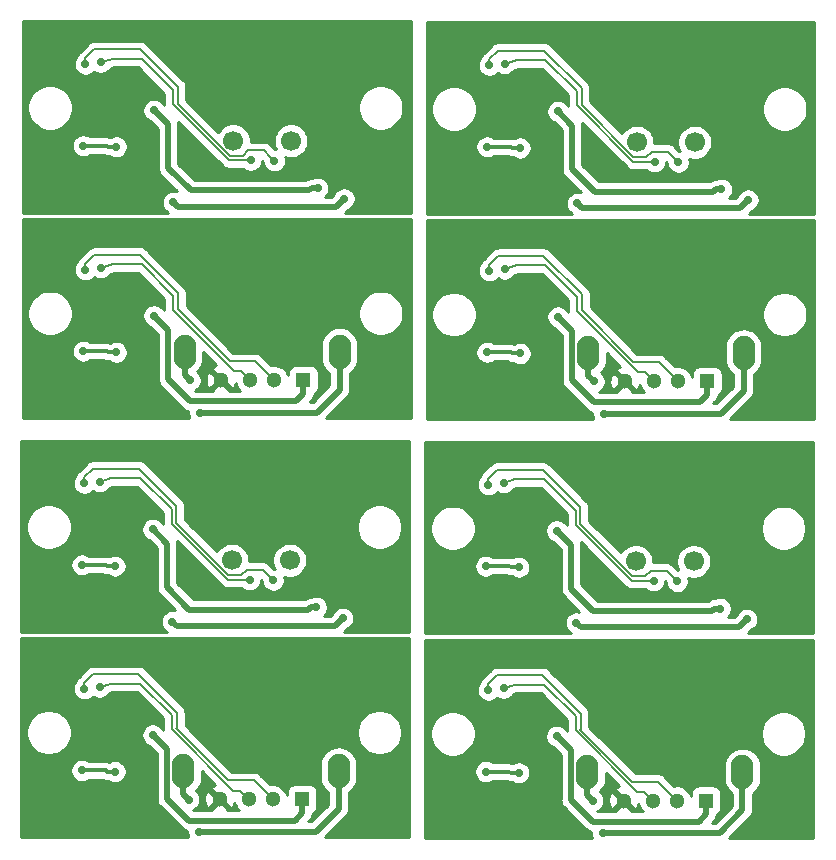
<source format=gbl>
G04 #@! TF.GenerationSoftware,KiCad,Pcbnew,5.1.5-52549c5~86~ubuntu18.04.1*
G04 #@! TF.CreationDate,2020-12-11T21:21:52-08:00*
G04 #@! TF.ProjectId,accelgyro_mpu6050_d2r1_4x4,61636365-6c67-4797-926f-5f6d70753630,rev?*
G04 #@! TF.SameCoordinates,Original*
G04 #@! TF.FileFunction,Copper,L2,Bot*
G04 #@! TF.FilePolarity,Positive*
%FSLAX46Y46*%
G04 Gerber Fmt 4.6, Leading zero omitted, Abs format (unit mm)*
G04 Created by KiCad (PCBNEW 5.1.5-52549c5~86~ubuntu18.04.1) date 2020-12-11 21:21:52*
%MOMM*%
%LPD*%
G04 APERTURE LIST*
%ADD10R,2.499360X2.499360*%
%ADD11C,0.600000*%
%ADD12R,1.300000X1.300000*%
%ADD13C,1.300000*%
%ADD14O,1.900000X2.900000*%
%ADD15C,1.700000*%
%ADD16C,0.700000*%
%ADD17C,0.200000*%
%ADD18C,0.300000*%
%ADD19C,0.500000*%
%ADD20C,0.254000*%
G04 APERTURE END LIST*
D10*
X177200000Y-100100000D03*
D11*
X176438000Y-100862000D03*
X177962000Y-100862000D03*
X176438000Y-99338000D03*
X177962000Y-99338000D03*
X177200000Y-100100000D03*
D12*
X193556000Y-158648000D03*
D13*
X191056000Y-158648000D03*
X189056000Y-158648000D03*
X186556000Y-158648000D03*
D14*
X196626000Y-156248000D03*
X183486000Y-156248000D03*
D15*
X192600000Y-102900000D03*
X187700000Y-102900000D03*
D10*
X177200000Y-117500000D03*
D11*
X176438000Y-118262000D03*
X177962000Y-118262000D03*
X176438000Y-116738000D03*
X177962000Y-116738000D03*
X177200000Y-117500000D03*
D15*
X187600000Y-138400000D03*
X192500000Y-138400000D03*
D11*
X177100000Y-135600000D03*
X177862000Y-134838000D03*
X176338000Y-134838000D03*
X177862000Y-136362000D03*
X176338000Y-136362000D03*
D10*
X177100000Y-135600000D03*
D11*
X177100000Y-153000000D03*
X177862000Y-152238000D03*
X176338000Y-152238000D03*
X177862000Y-153762000D03*
X176338000Y-153762000D03*
D10*
X177100000Y-153000000D03*
D14*
X183586000Y-120748000D03*
X196726000Y-120748000D03*
D13*
X186656000Y-123148000D03*
X189156000Y-123148000D03*
X191156000Y-123148000D03*
D12*
X193656000Y-123148000D03*
D10*
X142900000Y-135500000D03*
D11*
X142138000Y-136262000D03*
X143662000Y-136262000D03*
X142138000Y-134738000D03*
X143662000Y-134738000D03*
X142900000Y-135500000D03*
D15*
X158300000Y-138300000D03*
X153400000Y-138300000D03*
D10*
X142900000Y-152900000D03*
D11*
X142138000Y-153662000D03*
X143662000Y-153662000D03*
X142138000Y-152138000D03*
X143662000Y-152138000D03*
X142900000Y-152900000D03*
D14*
X149286000Y-156148000D03*
X162426000Y-156148000D03*
D13*
X152356000Y-158548000D03*
X154856000Y-158548000D03*
X156856000Y-158548000D03*
D12*
X159356000Y-158548000D03*
D11*
X143000000Y-100000000D03*
X143762000Y-99238000D03*
X142238000Y-99238000D03*
X143762000Y-100762000D03*
X142238000Y-100762000D03*
D10*
X143000000Y-100000000D03*
D15*
X153500000Y-102800000D03*
X158400000Y-102800000D03*
D12*
X159456000Y-123048000D03*
D13*
X156956000Y-123048000D03*
X154956000Y-123048000D03*
X152456000Y-123048000D03*
D14*
X162526000Y-120648000D03*
X149386000Y-120648000D03*
D11*
X143000000Y-117400000D03*
X143762000Y-116638000D03*
X142238000Y-116638000D03*
X143762000Y-118162000D03*
X142238000Y-118162000D03*
D10*
X143000000Y-117400000D03*
D16*
X155000000Y-104450000D03*
X142300000Y-96150000D03*
X142300000Y-113550000D03*
X142200000Y-131650000D03*
X154900000Y-139950000D03*
X142200000Y-149050000D03*
X176400000Y-149150000D03*
X189100000Y-140050000D03*
X176400000Y-131750000D03*
X176500000Y-96250000D03*
X189200000Y-104550000D03*
X176500000Y-113650000D03*
X157000000Y-104500000D03*
X141000000Y-96300000D03*
X141000000Y-113700000D03*
X140900000Y-149200000D03*
X156900000Y-140000000D03*
X140900000Y-131800000D03*
X175200000Y-113800000D03*
X175100000Y-149300000D03*
X191100000Y-140100000D03*
X191200000Y-104600000D03*
X175200000Y-96400000D03*
X175100000Y-131900000D03*
X146800000Y-100200000D03*
X143600000Y-103300000D03*
X140800000Y-103200000D03*
X160650000Y-106800000D03*
X146800000Y-117600000D03*
X143600000Y-120700000D03*
X140800000Y-120600000D03*
X140700000Y-156100000D03*
X140700000Y-138700000D03*
X143500000Y-156200000D03*
X160550000Y-142300000D03*
X146700000Y-153100000D03*
X143500000Y-138800000D03*
X146700000Y-135700000D03*
X175000000Y-120700000D03*
X174900000Y-138800000D03*
X175000000Y-103300000D03*
X177700000Y-138900000D03*
X180900000Y-135800000D03*
X180900000Y-153200000D03*
X177800000Y-120800000D03*
X174900000Y-156200000D03*
X194850000Y-106900000D03*
X181000000Y-117700000D03*
X177800000Y-103400000D03*
X181000000Y-100300000D03*
X194750000Y-142400000D03*
X177700000Y-156300000D03*
X148450000Y-108000000D03*
X162900000Y-107700000D03*
X149860000Y-123064000D03*
X150680000Y-125800000D03*
X148350000Y-143500000D03*
X162800000Y-143200000D03*
X149760000Y-158564000D03*
X150580000Y-161300000D03*
X182650000Y-108100000D03*
X184780000Y-161400000D03*
X183960000Y-158664000D03*
X197100000Y-107800000D03*
X182550000Y-143600000D03*
X197000000Y-143300000D03*
X184060000Y-123164000D03*
X184880000Y-125900000D03*
D17*
X153150000Y-104450000D02*
X155000000Y-104450000D01*
X142300000Y-96150000D02*
X143300000Y-95850000D01*
X145750000Y-95850000D02*
X148400000Y-98500000D01*
X148400000Y-98500000D02*
X148400000Y-99700000D01*
X148400000Y-99700000D02*
X153150000Y-104450000D01*
X143300000Y-95850000D02*
X145750000Y-95850000D01*
X143300000Y-113250000D02*
X142300000Y-113550000D01*
X154924000Y-123048000D02*
X154178000Y-122302000D01*
X153602000Y-122302000D02*
X148400000Y-117100000D01*
X148400000Y-117100000D02*
X148400000Y-115900000D01*
X154956000Y-123048000D02*
X154924000Y-123048000D01*
X154178000Y-122302000D02*
X153602000Y-122302000D01*
X145750000Y-113250000D02*
X143300000Y-113250000D01*
X148400000Y-115900000D02*
X145750000Y-113250000D01*
X154824000Y-158548000D02*
X154078000Y-157802000D01*
X154856000Y-158548000D02*
X154824000Y-158548000D01*
X145650000Y-148750000D02*
X143200000Y-148750000D01*
X148300000Y-152600000D02*
X148300000Y-151400000D01*
X143200000Y-148750000D02*
X142200000Y-149050000D01*
X148300000Y-151400000D02*
X145650000Y-148750000D01*
X153502000Y-157802000D02*
X148300000Y-152600000D01*
X154078000Y-157802000D02*
X153502000Y-157802000D01*
X143200000Y-131350000D02*
X145650000Y-131350000D01*
X145650000Y-131350000D02*
X148300000Y-134000000D01*
X148300000Y-135200000D02*
X153050000Y-139950000D01*
X142200000Y-131650000D02*
X143200000Y-131350000D01*
X153050000Y-139950000D02*
X154900000Y-139950000D01*
X148300000Y-134000000D02*
X148300000Y-135200000D01*
X182500000Y-134100000D02*
X182500000Y-135300000D01*
X189124000Y-123148000D02*
X188378000Y-122402000D01*
X187702000Y-157902000D02*
X182500000Y-152700000D01*
X189024000Y-158648000D02*
X188278000Y-157902000D01*
X189156000Y-123148000D02*
X189124000Y-123148000D01*
X176400000Y-131750000D02*
X177400000Y-131450000D01*
X187250000Y-140050000D02*
X189100000Y-140050000D01*
X179950000Y-113350000D02*
X177500000Y-113350000D01*
X177400000Y-148850000D02*
X176400000Y-149150000D01*
X182500000Y-151500000D02*
X179850000Y-148850000D01*
X182600000Y-117200000D02*
X182600000Y-116000000D01*
X177500000Y-113350000D02*
X176500000Y-113650000D01*
X182600000Y-116000000D02*
X179950000Y-113350000D01*
X188278000Y-157902000D02*
X187702000Y-157902000D01*
X179850000Y-131450000D02*
X182500000Y-134100000D01*
X182500000Y-135300000D02*
X187250000Y-140050000D01*
X187802000Y-122402000D02*
X182600000Y-117200000D01*
X188378000Y-122402000D02*
X187802000Y-122402000D01*
X177500000Y-95950000D02*
X179950000Y-95950000D01*
X179950000Y-95950000D02*
X182600000Y-98600000D01*
X182600000Y-99800000D02*
X187350000Y-104550000D01*
X179850000Y-148850000D02*
X177400000Y-148850000D01*
X182500000Y-152700000D02*
X182500000Y-151500000D01*
X177400000Y-131450000D02*
X179850000Y-131450000D01*
X176500000Y-96250000D02*
X177500000Y-95950000D01*
X187350000Y-104550000D02*
X189200000Y-104550000D01*
X189056000Y-158648000D02*
X189024000Y-158648000D01*
X182600000Y-98600000D02*
X182600000Y-99800000D01*
X157000000Y-104500000D02*
X156650001Y-104150001D01*
X156650001Y-104150001D02*
X156100000Y-103600000D01*
X156100000Y-103600000D02*
X154750000Y-103600000D01*
X154750000Y-103600000D02*
X154300000Y-104050000D01*
X154300000Y-104050000D02*
X153200000Y-104050000D01*
X153200000Y-104050000D02*
X148800000Y-99650000D01*
X148800000Y-99650000D02*
X148800000Y-98200000D01*
X148800000Y-98200000D02*
X145650000Y-95050000D01*
X145650000Y-95050000D02*
X141750000Y-95050000D01*
X141750000Y-95050000D02*
X141000000Y-95800000D01*
X141000000Y-95800000D02*
X141000000Y-96300000D01*
X141000000Y-113200000D02*
X141000000Y-113700000D01*
X141750000Y-112450000D02*
X141000000Y-113200000D01*
X145650000Y-112450000D02*
X141750000Y-112450000D01*
X153200000Y-121450000D02*
X148800000Y-117050000D01*
X148844000Y-117006000D02*
X148800000Y-117050000D01*
X145650000Y-112504000D02*
X148844000Y-115698000D01*
X145650000Y-112450000D02*
X145650000Y-112504000D01*
X148844000Y-115698000D02*
X148844000Y-117006000D01*
X154014000Y-121450000D02*
X155358000Y-121450000D01*
X155358000Y-121450000D02*
X156956000Y-123048000D01*
X154014000Y-121450000D02*
X153200000Y-121450000D01*
X153100000Y-156950000D02*
X148700000Y-152550000D01*
X145550000Y-130550000D02*
X141650000Y-130550000D01*
X145550000Y-148004000D02*
X148744000Y-151198000D01*
X141650000Y-130550000D02*
X140900000Y-131300000D01*
X155258000Y-156950000D02*
X156856000Y-158548000D01*
X148700000Y-133700000D02*
X145550000Y-130550000D01*
X148744000Y-152506000D02*
X148700000Y-152550000D01*
X153914000Y-156950000D02*
X155258000Y-156950000D01*
X154650000Y-139100000D02*
X154200000Y-139550000D01*
X140900000Y-148700000D02*
X140900000Y-149200000D01*
X145550000Y-147950000D02*
X145550000Y-148004000D01*
X153914000Y-156950000D02*
X153100000Y-156950000D01*
X154200000Y-139550000D02*
X153100000Y-139550000D01*
X156000000Y-139100000D02*
X154650000Y-139100000D01*
X148700000Y-135150000D02*
X148700000Y-133700000D01*
X153100000Y-139550000D02*
X148700000Y-135150000D01*
X141650000Y-147950000D02*
X140900000Y-148700000D01*
X156550001Y-139650001D02*
X156000000Y-139100000D01*
X140900000Y-131300000D02*
X140900000Y-131800000D01*
X145550000Y-147950000D02*
X141650000Y-147950000D01*
X156900000Y-140000000D02*
X156550001Y-139650001D01*
X148744000Y-151198000D02*
X148744000Y-152506000D01*
X187400000Y-121550000D02*
X183000000Y-117150000D01*
X187300000Y-139650000D02*
X182900000Y-135250000D01*
X179850000Y-95150000D02*
X175950000Y-95150000D01*
X179850000Y-112604000D02*
X183044000Y-115798000D01*
X189458000Y-157050000D02*
X191056000Y-158648000D01*
X182900000Y-133800000D02*
X179750000Y-130650000D01*
X188114000Y-157050000D02*
X189458000Y-157050000D01*
X175950000Y-95150000D02*
X175200000Y-95900000D01*
X182944000Y-151298000D02*
X182944000Y-152606000D01*
X189558000Y-121550000D02*
X191156000Y-123148000D01*
X183000000Y-98300000D02*
X179850000Y-95150000D01*
X179750000Y-148104000D02*
X182944000Y-151298000D01*
X188400000Y-139650000D02*
X187300000Y-139650000D01*
X183044000Y-117106000D02*
X183000000Y-117150000D01*
X175100000Y-131400000D02*
X175100000Y-131900000D01*
X175100000Y-148800000D02*
X175100000Y-149300000D01*
X182944000Y-152606000D02*
X182900000Y-152650000D01*
X175850000Y-148050000D02*
X175100000Y-148800000D01*
X188214000Y-121550000D02*
X189558000Y-121550000D01*
X179750000Y-148050000D02*
X175850000Y-148050000D01*
X188114000Y-157050000D02*
X187300000Y-157050000D01*
X182900000Y-135250000D02*
X182900000Y-133800000D01*
X188950000Y-103700000D02*
X188500000Y-104150000D01*
X175200000Y-113300000D02*
X175200000Y-113800000D01*
X191100000Y-140100000D02*
X190750001Y-139750001D01*
X190750001Y-139750001D02*
X190200000Y-139200000D01*
X179750000Y-148050000D02*
X179750000Y-148104000D01*
X190200000Y-139200000D02*
X188850000Y-139200000D01*
X179850000Y-112550000D02*
X179850000Y-112604000D01*
X188214000Y-121550000D02*
X187400000Y-121550000D01*
X188500000Y-104150000D02*
X187400000Y-104150000D01*
X190300000Y-103700000D02*
X188950000Y-103700000D01*
X183000000Y-99750000D02*
X183000000Y-98300000D01*
X187400000Y-104150000D02*
X183000000Y-99750000D01*
X188850000Y-139200000D02*
X188400000Y-139650000D01*
X175950000Y-112550000D02*
X175200000Y-113300000D01*
X190850001Y-104250001D02*
X190300000Y-103700000D01*
X175200000Y-95900000D02*
X175200000Y-96400000D01*
X179850000Y-112550000D02*
X175950000Y-112550000D01*
X191200000Y-104600000D02*
X190850001Y-104250001D01*
X175850000Y-130650000D02*
X175100000Y-131400000D01*
X187300000Y-157050000D02*
X182900000Y-152650000D01*
X183044000Y-115798000D02*
X183044000Y-117106000D01*
X179750000Y-130650000D02*
X175850000Y-130650000D01*
D18*
X142900000Y-103300000D02*
X143600000Y-103300000D01*
X142800000Y-103200000D02*
X142900000Y-103300000D01*
X140800000Y-103200000D02*
X142800000Y-103200000D01*
D19*
X160155026Y-106800000D02*
X159955026Y-107000000D01*
X160650000Y-106800000D02*
X160155026Y-106800000D01*
X159955026Y-107000000D02*
X149900000Y-107000000D01*
X149900000Y-107000000D02*
X148000000Y-105100000D01*
X148000000Y-101400000D02*
X146800000Y-100200000D01*
X148000000Y-105100000D02*
X148000000Y-101400000D01*
D18*
X142900000Y-120700000D02*
X143600000Y-120700000D01*
X142800000Y-120600000D02*
X142900000Y-120700000D01*
X140800000Y-120600000D02*
X142800000Y-120600000D01*
D19*
X148000000Y-118800000D02*
X148000000Y-122982000D01*
X146800000Y-117600000D02*
X148000000Y-118800000D01*
X148000000Y-122982000D02*
X149860000Y-124842000D01*
X158812000Y-124842000D02*
X157988000Y-124842000D01*
X159456000Y-124198000D02*
X158812000Y-124842000D01*
X159456000Y-123048000D02*
X159456000Y-124198000D01*
X149860000Y-124842000D02*
X157988000Y-124842000D01*
D18*
X140700000Y-156100000D02*
X142700000Y-156100000D01*
D19*
X147900000Y-154300000D02*
X147900000Y-158482000D01*
X147900000Y-140600000D02*
X147900000Y-136900000D01*
D18*
X142700000Y-156100000D02*
X142800000Y-156200000D01*
D19*
X159855026Y-142500000D02*
X149800000Y-142500000D01*
X147900000Y-158482000D02*
X149760000Y-160342000D01*
X158712000Y-160342000D02*
X157888000Y-160342000D01*
X159356000Y-159698000D02*
X158712000Y-160342000D01*
D18*
X142800000Y-138800000D02*
X143500000Y-138800000D01*
D19*
X160055026Y-142300000D02*
X159855026Y-142500000D01*
X160550000Y-142300000D02*
X160055026Y-142300000D01*
D18*
X142700000Y-138700000D02*
X142800000Y-138800000D01*
D19*
X147900000Y-136900000D02*
X146700000Y-135700000D01*
X146700000Y-153100000D02*
X147900000Y-154300000D01*
X149760000Y-160342000D02*
X157888000Y-160342000D01*
X149800000Y-142500000D02*
X147900000Y-140600000D01*
X159356000Y-158548000D02*
X159356000Y-159698000D01*
D18*
X140700000Y-138700000D02*
X142700000Y-138700000D01*
X142800000Y-156200000D02*
X143500000Y-156200000D01*
D19*
X194255026Y-142400000D02*
X194055026Y-142600000D01*
X194750000Y-142400000D02*
X194255026Y-142400000D01*
D18*
X176900000Y-156200000D02*
X177000000Y-156300000D01*
D19*
X182100000Y-154400000D02*
X182100000Y-158582000D01*
D18*
X177000000Y-156300000D02*
X177700000Y-156300000D01*
D19*
X193556000Y-159798000D02*
X192912000Y-160442000D01*
D18*
X175000000Y-120700000D02*
X177000000Y-120700000D01*
D19*
X182100000Y-158582000D02*
X183960000Y-160442000D01*
X182200000Y-118900000D02*
X182200000Y-123082000D01*
D18*
X174900000Y-156200000D02*
X176900000Y-156200000D01*
X174900000Y-138800000D02*
X176900000Y-138800000D01*
X176900000Y-138800000D02*
X177000000Y-138900000D01*
X177000000Y-138900000D02*
X177700000Y-138900000D01*
D19*
X194055026Y-142600000D02*
X184000000Y-142600000D01*
X182200000Y-105200000D02*
X182200000Y-101500000D01*
X180900000Y-153200000D02*
X182100000Y-154400000D01*
D18*
X177000000Y-120700000D02*
X177100000Y-120800000D01*
D19*
X182100000Y-137000000D02*
X180900000Y-135800000D01*
X194155026Y-107100000D02*
X184100000Y-107100000D01*
X182200000Y-123082000D02*
X184060000Y-124942000D01*
X193012000Y-124942000D02*
X192188000Y-124942000D01*
X193656000Y-124298000D02*
X193012000Y-124942000D01*
D18*
X177100000Y-103400000D02*
X177800000Y-103400000D01*
D19*
X183960000Y-160442000D02*
X192088000Y-160442000D01*
X184000000Y-142600000D02*
X182100000Y-140700000D01*
X193556000Y-158648000D02*
X193556000Y-159798000D01*
X192912000Y-160442000D02*
X192088000Y-160442000D01*
X194355026Y-106900000D02*
X194155026Y-107100000D01*
X194850000Y-106900000D02*
X194355026Y-106900000D01*
D18*
X177000000Y-103300000D02*
X177100000Y-103400000D01*
D19*
X182200000Y-101500000D02*
X181000000Y-100300000D01*
X181000000Y-117700000D02*
X182200000Y-118900000D01*
X184060000Y-124942000D02*
X192188000Y-124942000D01*
X184100000Y-107100000D02*
X182200000Y-105200000D01*
X193656000Y-123148000D02*
X193656000Y-124298000D01*
D18*
X175000000Y-103300000D02*
X177000000Y-103300000D01*
D19*
X182100000Y-140700000D02*
X182100000Y-137000000D01*
D18*
X177100000Y-120800000D02*
X177800000Y-120800000D01*
D19*
X148450000Y-108000000D02*
X148850000Y-108400000D01*
X148850000Y-108400000D02*
X162200000Y-108400000D01*
X162200000Y-108400000D02*
X162900000Y-107700000D01*
X160216000Y-125800000D02*
X160586000Y-125800000D01*
X162526000Y-123860000D02*
X162526000Y-120648000D01*
X160586000Y-125800000D02*
X162526000Y-123860000D01*
X149386000Y-120648000D02*
X149386000Y-122590000D01*
X149386000Y-122590000D02*
X149860000Y-123064000D01*
X150680000Y-125800000D02*
X160216000Y-125800000D01*
X162100000Y-143900000D02*
X162800000Y-143200000D01*
X148750000Y-143900000D02*
X162100000Y-143900000D01*
X160116000Y-161300000D02*
X160486000Y-161300000D01*
X149286000Y-158090000D02*
X149760000Y-158564000D01*
X148350000Y-143500000D02*
X148750000Y-143900000D01*
X160486000Y-161300000D02*
X162426000Y-159360000D01*
X162426000Y-159360000D02*
X162426000Y-156148000D01*
X149286000Y-156148000D02*
X149286000Y-158090000D01*
X150580000Y-161300000D02*
X160116000Y-161300000D01*
X196400000Y-108500000D02*
X197100000Y-107800000D01*
X183050000Y-108500000D02*
X196400000Y-108500000D01*
X194416000Y-125900000D02*
X194786000Y-125900000D01*
X196300000Y-144000000D02*
X197000000Y-143300000D01*
X182950000Y-144000000D02*
X196300000Y-144000000D01*
X183586000Y-122690000D02*
X184060000Y-123164000D01*
X196626000Y-159460000D02*
X196626000Y-156248000D01*
X183486000Y-156248000D02*
X183486000Y-158190000D01*
X182650000Y-108100000D02*
X183050000Y-108500000D01*
X194686000Y-161400000D02*
X196626000Y-159460000D01*
X194786000Y-125900000D02*
X196726000Y-123960000D01*
X184780000Y-161400000D02*
X194316000Y-161400000D01*
X182550000Y-143600000D02*
X182950000Y-144000000D01*
X196726000Y-123960000D02*
X196726000Y-120748000D01*
X183586000Y-120748000D02*
X183586000Y-122690000D01*
X183486000Y-158190000D02*
X183960000Y-158664000D01*
X194316000Y-161400000D02*
X194686000Y-161400000D01*
X184880000Y-125900000D02*
X194416000Y-125900000D01*
D20*
G36*
X168523000Y-108873000D02*
G01*
X162967265Y-108873000D01*
X163212005Y-108628260D01*
X163362783Y-108565806D01*
X163522801Y-108458885D01*
X163658885Y-108322801D01*
X163765806Y-108162783D01*
X163839454Y-107984980D01*
X163877000Y-107796226D01*
X163877000Y-107603774D01*
X163839454Y-107415020D01*
X163765806Y-107237217D01*
X163658885Y-107077199D01*
X163522801Y-106941115D01*
X163362783Y-106834194D01*
X163184980Y-106760546D01*
X162996226Y-106723000D01*
X162803774Y-106723000D01*
X162615020Y-106760546D01*
X162437217Y-106834194D01*
X162277199Y-106941115D01*
X162141115Y-107077199D01*
X162034194Y-107237217D01*
X161971740Y-107387995D01*
X161836735Y-107523000D01*
X161308686Y-107523000D01*
X161408885Y-107422801D01*
X161515806Y-107262783D01*
X161589454Y-107084980D01*
X161627000Y-106896226D01*
X161627000Y-106703774D01*
X161589454Y-106515020D01*
X161515806Y-106337217D01*
X161408885Y-106177199D01*
X161272801Y-106041115D01*
X161112783Y-105934194D01*
X160934980Y-105860546D01*
X160746226Y-105823000D01*
X160553774Y-105823000D01*
X160365020Y-105860546D01*
X160214242Y-105923000D01*
X160198105Y-105923000D01*
X160155026Y-105918757D01*
X159983103Y-105935690D01*
X159817789Y-105985838D01*
X159665434Y-106067273D01*
X159597530Y-106123000D01*
X150263266Y-106123000D01*
X148877000Y-104736735D01*
X148877000Y-101443069D01*
X148881242Y-101399999D01*
X148877000Y-101356930D01*
X148877000Y-101356921D01*
X148864310Y-101228078D01*
X148848793Y-101176925D01*
X152610679Y-104938812D01*
X152633446Y-104966554D01*
X152744147Y-105057403D01*
X152870443Y-105124910D01*
X153007483Y-105166480D01*
X153114292Y-105177000D01*
X153114294Y-105177000D01*
X153149999Y-105180517D01*
X153185705Y-105177000D01*
X154345314Y-105177000D01*
X154377199Y-105208885D01*
X154537217Y-105315806D01*
X154715020Y-105389454D01*
X154903774Y-105427000D01*
X155096226Y-105427000D01*
X155284980Y-105389454D01*
X155462783Y-105315806D01*
X155622801Y-105208885D01*
X155758885Y-105072801D01*
X155865806Y-104912783D01*
X155939454Y-104734980D01*
X155977000Y-104546226D01*
X155977000Y-104505133D01*
X156023000Y-104551134D01*
X156023000Y-104596226D01*
X156060546Y-104784980D01*
X156134194Y-104962783D01*
X156241115Y-105122801D01*
X156377199Y-105258885D01*
X156537217Y-105365806D01*
X156715020Y-105439454D01*
X156903774Y-105477000D01*
X157096226Y-105477000D01*
X157284980Y-105439454D01*
X157462783Y-105365806D01*
X157622801Y-105258885D01*
X157758885Y-105122801D01*
X157865806Y-104962783D01*
X157939454Y-104784980D01*
X157977000Y-104596226D01*
X157977000Y-104403774D01*
X157939454Y-104215020D01*
X157935909Y-104206461D01*
X157969175Y-104220240D01*
X158254528Y-104277000D01*
X158545472Y-104277000D01*
X158830825Y-104220240D01*
X159099622Y-104108901D01*
X159341533Y-103947261D01*
X159547261Y-103741533D01*
X159708901Y-103499622D01*
X159820240Y-103230825D01*
X159877000Y-102945472D01*
X159877000Y-102654528D01*
X159820240Y-102369175D01*
X159708901Y-102100378D01*
X159547261Y-101858467D01*
X159341533Y-101652739D01*
X159099622Y-101491099D01*
X158830825Y-101379760D01*
X158545472Y-101323000D01*
X158254528Y-101323000D01*
X157969175Y-101379760D01*
X157700378Y-101491099D01*
X157458467Y-101652739D01*
X157252739Y-101858467D01*
X157091099Y-102100378D01*
X156979760Y-102369175D01*
X156923000Y-102654528D01*
X156923000Y-102945472D01*
X156979760Y-103230825D01*
X157091099Y-103499622D01*
X157108328Y-103525407D01*
X157096226Y-103523000D01*
X157051134Y-103523000D01*
X156639325Y-103111193D01*
X156616554Y-103083446D01*
X156505853Y-102992597D01*
X156379557Y-102925090D01*
X156242517Y-102883520D01*
X156135708Y-102873000D01*
X156100000Y-102869483D01*
X156064292Y-102873000D01*
X154977000Y-102873000D01*
X154977000Y-102654528D01*
X154920240Y-102369175D01*
X154808901Y-102100378D01*
X154647261Y-101858467D01*
X154441533Y-101652739D01*
X154199622Y-101491099D01*
X153930825Y-101379760D01*
X153645472Y-101323000D01*
X153354528Y-101323000D01*
X153069175Y-101379760D01*
X152800378Y-101491099D01*
X152558467Y-101652739D01*
X152352739Y-101858467D01*
X152226111Y-102047978D01*
X149988340Y-99810207D01*
X164073000Y-99810207D01*
X164073000Y-100189793D01*
X164147053Y-100562085D01*
X164292315Y-100912777D01*
X164503201Y-101228391D01*
X164771609Y-101496799D01*
X165087223Y-101707685D01*
X165437915Y-101852947D01*
X165810207Y-101927000D01*
X166189793Y-101927000D01*
X166562085Y-101852947D01*
X166912777Y-101707685D01*
X167228391Y-101496799D01*
X167496799Y-101228391D01*
X167707685Y-100912777D01*
X167852947Y-100562085D01*
X167927000Y-100189793D01*
X167927000Y-99810207D01*
X167852947Y-99437915D01*
X167707685Y-99087223D01*
X167496799Y-98771609D01*
X167228391Y-98503201D01*
X166912777Y-98292315D01*
X166562085Y-98147053D01*
X166189793Y-98073000D01*
X165810207Y-98073000D01*
X165437915Y-98147053D01*
X165087223Y-98292315D01*
X164771609Y-98503201D01*
X164503201Y-98771609D01*
X164292315Y-99087223D01*
X164147053Y-99437915D01*
X164073000Y-99810207D01*
X149988340Y-99810207D01*
X149527000Y-99348868D01*
X149527000Y-98235708D01*
X149530517Y-98200000D01*
X149516480Y-98057482D01*
X149474910Y-97920443D01*
X149423942Y-97825090D01*
X149407403Y-97794147D01*
X149316554Y-97683446D01*
X149288817Y-97660683D01*
X146189326Y-94561194D01*
X146166554Y-94533446D01*
X146055853Y-94442597D01*
X145929557Y-94375090D01*
X145792517Y-94333520D01*
X145685708Y-94323000D01*
X145650000Y-94319483D01*
X145614292Y-94323000D01*
X141785707Y-94323000D01*
X141749999Y-94319483D01*
X141607482Y-94333520D01*
X141575587Y-94343195D01*
X141470443Y-94375090D01*
X141344147Y-94442597D01*
X141233446Y-94533446D01*
X141210679Y-94561189D01*
X140511189Y-95260679D01*
X140483446Y-95283447D01*
X140392597Y-95394148D01*
X140333511Y-95504689D01*
X140325090Y-95520444D01*
X140293399Y-95624915D01*
X140241115Y-95677199D01*
X140134194Y-95837217D01*
X140060546Y-96015020D01*
X140023000Y-96203774D01*
X140023000Y-96396226D01*
X140060546Y-96584980D01*
X140134194Y-96762783D01*
X140241115Y-96922801D01*
X140377199Y-97058885D01*
X140537217Y-97165806D01*
X140715020Y-97239454D01*
X140903774Y-97277000D01*
X141096226Y-97277000D01*
X141284980Y-97239454D01*
X141462783Y-97165806D01*
X141622801Y-97058885D01*
X141734508Y-96947178D01*
X141837217Y-97015806D01*
X142015020Y-97089454D01*
X142203774Y-97127000D01*
X142396226Y-97127000D01*
X142584980Y-97089454D01*
X142762783Y-97015806D01*
X142922801Y-96908885D01*
X143058885Y-96772801D01*
X143135316Y-96658415D01*
X143406698Y-96577000D01*
X145448868Y-96577000D01*
X147673000Y-98801134D01*
X147673001Y-99664282D01*
X147669483Y-99700000D01*
X147675439Y-99760474D01*
X147665806Y-99737217D01*
X147558885Y-99577199D01*
X147422801Y-99441115D01*
X147262783Y-99334194D01*
X147084980Y-99260546D01*
X146896226Y-99223000D01*
X146703774Y-99223000D01*
X146515020Y-99260546D01*
X146337217Y-99334194D01*
X146177199Y-99441115D01*
X146041115Y-99577199D01*
X145934194Y-99737217D01*
X145860546Y-99915020D01*
X145823000Y-100103774D01*
X145823000Y-100296226D01*
X145860546Y-100484980D01*
X145934194Y-100662783D01*
X146041115Y-100822801D01*
X146177199Y-100958885D01*
X146337217Y-101065806D01*
X146487995Y-101128260D01*
X147123001Y-101763266D01*
X147123000Y-105056920D01*
X147118757Y-105100000D01*
X147123000Y-105143078D01*
X147135690Y-105271921D01*
X147185838Y-105437236D01*
X147267273Y-105589591D01*
X147376867Y-105723133D01*
X147410332Y-105750597D01*
X148716630Y-107056896D01*
X148546226Y-107023000D01*
X148353774Y-107023000D01*
X148165020Y-107060546D01*
X147987217Y-107134194D01*
X147827199Y-107241115D01*
X147691115Y-107377199D01*
X147584194Y-107537217D01*
X147510546Y-107715020D01*
X147473000Y-107903774D01*
X147473000Y-108096226D01*
X147510546Y-108284980D01*
X147584194Y-108462783D01*
X147691115Y-108622801D01*
X147827199Y-108758885D01*
X147987217Y-108865806D01*
X148004585Y-108873000D01*
X135677000Y-108873000D01*
X135677000Y-103103774D01*
X139823000Y-103103774D01*
X139823000Y-103296226D01*
X139860546Y-103484980D01*
X139934194Y-103662783D01*
X140041115Y-103822801D01*
X140177199Y-103958885D01*
X140337217Y-104065806D01*
X140515020Y-104139454D01*
X140703774Y-104177000D01*
X140896226Y-104177000D01*
X141084980Y-104139454D01*
X141262783Y-104065806D01*
X141395690Y-103977000D01*
X142518287Y-103977000D01*
X142601216Y-104021327D01*
X142747681Y-104065757D01*
X142861834Y-104077000D01*
X142861844Y-104077000D01*
X142899999Y-104080758D01*
X142938155Y-104077000D01*
X143004310Y-104077000D01*
X143137217Y-104165806D01*
X143315020Y-104239454D01*
X143503774Y-104277000D01*
X143696226Y-104277000D01*
X143884980Y-104239454D01*
X144062783Y-104165806D01*
X144222801Y-104058885D01*
X144358885Y-103922801D01*
X144465806Y-103762783D01*
X144539454Y-103584980D01*
X144577000Y-103396226D01*
X144577000Y-103203774D01*
X144539454Y-103015020D01*
X144465806Y-102837217D01*
X144358885Y-102677199D01*
X144222801Y-102541115D01*
X144062783Y-102434194D01*
X143884980Y-102360546D01*
X143696226Y-102323000D01*
X143503774Y-102323000D01*
X143315020Y-102360546D01*
X143137217Y-102434194D01*
X143079434Y-102472803D01*
X142952319Y-102434243D01*
X142838166Y-102423000D01*
X142838163Y-102423000D01*
X142800000Y-102419241D01*
X142761837Y-102423000D01*
X141395690Y-102423000D01*
X141262783Y-102334194D01*
X141084980Y-102260546D01*
X140896226Y-102223000D01*
X140703774Y-102223000D01*
X140515020Y-102260546D01*
X140337217Y-102334194D01*
X140177199Y-102441115D01*
X140041115Y-102577199D01*
X139934194Y-102737217D01*
X139860546Y-102915020D01*
X139823000Y-103103774D01*
X135677000Y-103103774D01*
X135677000Y-99810207D01*
X136073000Y-99810207D01*
X136073000Y-100189793D01*
X136147053Y-100562085D01*
X136292315Y-100912777D01*
X136503201Y-101228391D01*
X136771609Y-101496799D01*
X137087223Y-101707685D01*
X137437915Y-101852947D01*
X137810207Y-101927000D01*
X138189793Y-101927000D01*
X138562085Y-101852947D01*
X138912777Y-101707685D01*
X139228391Y-101496799D01*
X139496799Y-101228391D01*
X139707685Y-100912777D01*
X139852947Y-100562085D01*
X139927000Y-100189793D01*
X139927000Y-99810207D01*
X139852947Y-99437915D01*
X139707685Y-99087223D01*
X139496799Y-98771609D01*
X139228391Y-98503201D01*
X138912777Y-98292315D01*
X138562085Y-98147053D01*
X138189793Y-98073000D01*
X137810207Y-98073000D01*
X137437915Y-98147053D01*
X137087223Y-98292315D01*
X136771609Y-98503201D01*
X136503201Y-98771609D01*
X136292315Y-99087223D01*
X136147053Y-99437915D01*
X136073000Y-99810207D01*
X135677000Y-99810207D01*
X135677000Y-92677000D01*
X168523000Y-92677000D01*
X168523000Y-108873000D01*
G37*
X168523000Y-108873000D02*
X162967265Y-108873000D01*
X163212005Y-108628260D01*
X163362783Y-108565806D01*
X163522801Y-108458885D01*
X163658885Y-108322801D01*
X163765806Y-108162783D01*
X163839454Y-107984980D01*
X163877000Y-107796226D01*
X163877000Y-107603774D01*
X163839454Y-107415020D01*
X163765806Y-107237217D01*
X163658885Y-107077199D01*
X163522801Y-106941115D01*
X163362783Y-106834194D01*
X163184980Y-106760546D01*
X162996226Y-106723000D01*
X162803774Y-106723000D01*
X162615020Y-106760546D01*
X162437217Y-106834194D01*
X162277199Y-106941115D01*
X162141115Y-107077199D01*
X162034194Y-107237217D01*
X161971740Y-107387995D01*
X161836735Y-107523000D01*
X161308686Y-107523000D01*
X161408885Y-107422801D01*
X161515806Y-107262783D01*
X161589454Y-107084980D01*
X161627000Y-106896226D01*
X161627000Y-106703774D01*
X161589454Y-106515020D01*
X161515806Y-106337217D01*
X161408885Y-106177199D01*
X161272801Y-106041115D01*
X161112783Y-105934194D01*
X160934980Y-105860546D01*
X160746226Y-105823000D01*
X160553774Y-105823000D01*
X160365020Y-105860546D01*
X160214242Y-105923000D01*
X160198105Y-105923000D01*
X160155026Y-105918757D01*
X159983103Y-105935690D01*
X159817789Y-105985838D01*
X159665434Y-106067273D01*
X159597530Y-106123000D01*
X150263266Y-106123000D01*
X148877000Y-104736735D01*
X148877000Y-101443069D01*
X148881242Y-101399999D01*
X148877000Y-101356930D01*
X148877000Y-101356921D01*
X148864310Y-101228078D01*
X148848793Y-101176925D01*
X152610679Y-104938812D01*
X152633446Y-104966554D01*
X152744147Y-105057403D01*
X152870443Y-105124910D01*
X153007483Y-105166480D01*
X153114292Y-105177000D01*
X153114294Y-105177000D01*
X153149999Y-105180517D01*
X153185705Y-105177000D01*
X154345314Y-105177000D01*
X154377199Y-105208885D01*
X154537217Y-105315806D01*
X154715020Y-105389454D01*
X154903774Y-105427000D01*
X155096226Y-105427000D01*
X155284980Y-105389454D01*
X155462783Y-105315806D01*
X155622801Y-105208885D01*
X155758885Y-105072801D01*
X155865806Y-104912783D01*
X155939454Y-104734980D01*
X155977000Y-104546226D01*
X155977000Y-104505133D01*
X156023000Y-104551134D01*
X156023000Y-104596226D01*
X156060546Y-104784980D01*
X156134194Y-104962783D01*
X156241115Y-105122801D01*
X156377199Y-105258885D01*
X156537217Y-105365806D01*
X156715020Y-105439454D01*
X156903774Y-105477000D01*
X157096226Y-105477000D01*
X157284980Y-105439454D01*
X157462783Y-105365806D01*
X157622801Y-105258885D01*
X157758885Y-105122801D01*
X157865806Y-104962783D01*
X157939454Y-104784980D01*
X157977000Y-104596226D01*
X157977000Y-104403774D01*
X157939454Y-104215020D01*
X157935909Y-104206461D01*
X157969175Y-104220240D01*
X158254528Y-104277000D01*
X158545472Y-104277000D01*
X158830825Y-104220240D01*
X159099622Y-104108901D01*
X159341533Y-103947261D01*
X159547261Y-103741533D01*
X159708901Y-103499622D01*
X159820240Y-103230825D01*
X159877000Y-102945472D01*
X159877000Y-102654528D01*
X159820240Y-102369175D01*
X159708901Y-102100378D01*
X159547261Y-101858467D01*
X159341533Y-101652739D01*
X159099622Y-101491099D01*
X158830825Y-101379760D01*
X158545472Y-101323000D01*
X158254528Y-101323000D01*
X157969175Y-101379760D01*
X157700378Y-101491099D01*
X157458467Y-101652739D01*
X157252739Y-101858467D01*
X157091099Y-102100378D01*
X156979760Y-102369175D01*
X156923000Y-102654528D01*
X156923000Y-102945472D01*
X156979760Y-103230825D01*
X157091099Y-103499622D01*
X157108328Y-103525407D01*
X157096226Y-103523000D01*
X157051134Y-103523000D01*
X156639325Y-103111193D01*
X156616554Y-103083446D01*
X156505853Y-102992597D01*
X156379557Y-102925090D01*
X156242517Y-102883520D01*
X156135708Y-102873000D01*
X156100000Y-102869483D01*
X156064292Y-102873000D01*
X154977000Y-102873000D01*
X154977000Y-102654528D01*
X154920240Y-102369175D01*
X154808901Y-102100378D01*
X154647261Y-101858467D01*
X154441533Y-101652739D01*
X154199622Y-101491099D01*
X153930825Y-101379760D01*
X153645472Y-101323000D01*
X153354528Y-101323000D01*
X153069175Y-101379760D01*
X152800378Y-101491099D01*
X152558467Y-101652739D01*
X152352739Y-101858467D01*
X152226111Y-102047978D01*
X149988340Y-99810207D01*
X164073000Y-99810207D01*
X164073000Y-100189793D01*
X164147053Y-100562085D01*
X164292315Y-100912777D01*
X164503201Y-101228391D01*
X164771609Y-101496799D01*
X165087223Y-101707685D01*
X165437915Y-101852947D01*
X165810207Y-101927000D01*
X166189793Y-101927000D01*
X166562085Y-101852947D01*
X166912777Y-101707685D01*
X167228391Y-101496799D01*
X167496799Y-101228391D01*
X167707685Y-100912777D01*
X167852947Y-100562085D01*
X167927000Y-100189793D01*
X167927000Y-99810207D01*
X167852947Y-99437915D01*
X167707685Y-99087223D01*
X167496799Y-98771609D01*
X167228391Y-98503201D01*
X166912777Y-98292315D01*
X166562085Y-98147053D01*
X166189793Y-98073000D01*
X165810207Y-98073000D01*
X165437915Y-98147053D01*
X165087223Y-98292315D01*
X164771609Y-98503201D01*
X164503201Y-98771609D01*
X164292315Y-99087223D01*
X164147053Y-99437915D01*
X164073000Y-99810207D01*
X149988340Y-99810207D01*
X149527000Y-99348868D01*
X149527000Y-98235708D01*
X149530517Y-98200000D01*
X149516480Y-98057482D01*
X149474910Y-97920443D01*
X149423942Y-97825090D01*
X149407403Y-97794147D01*
X149316554Y-97683446D01*
X149288817Y-97660683D01*
X146189326Y-94561194D01*
X146166554Y-94533446D01*
X146055853Y-94442597D01*
X145929557Y-94375090D01*
X145792517Y-94333520D01*
X145685708Y-94323000D01*
X145650000Y-94319483D01*
X145614292Y-94323000D01*
X141785707Y-94323000D01*
X141749999Y-94319483D01*
X141607482Y-94333520D01*
X141575587Y-94343195D01*
X141470443Y-94375090D01*
X141344147Y-94442597D01*
X141233446Y-94533446D01*
X141210679Y-94561189D01*
X140511189Y-95260679D01*
X140483446Y-95283447D01*
X140392597Y-95394148D01*
X140333511Y-95504689D01*
X140325090Y-95520444D01*
X140293399Y-95624915D01*
X140241115Y-95677199D01*
X140134194Y-95837217D01*
X140060546Y-96015020D01*
X140023000Y-96203774D01*
X140023000Y-96396226D01*
X140060546Y-96584980D01*
X140134194Y-96762783D01*
X140241115Y-96922801D01*
X140377199Y-97058885D01*
X140537217Y-97165806D01*
X140715020Y-97239454D01*
X140903774Y-97277000D01*
X141096226Y-97277000D01*
X141284980Y-97239454D01*
X141462783Y-97165806D01*
X141622801Y-97058885D01*
X141734508Y-96947178D01*
X141837217Y-97015806D01*
X142015020Y-97089454D01*
X142203774Y-97127000D01*
X142396226Y-97127000D01*
X142584980Y-97089454D01*
X142762783Y-97015806D01*
X142922801Y-96908885D01*
X143058885Y-96772801D01*
X143135316Y-96658415D01*
X143406698Y-96577000D01*
X145448868Y-96577000D01*
X147673000Y-98801134D01*
X147673001Y-99664282D01*
X147669483Y-99700000D01*
X147675439Y-99760474D01*
X147665806Y-99737217D01*
X147558885Y-99577199D01*
X147422801Y-99441115D01*
X147262783Y-99334194D01*
X147084980Y-99260546D01*
X146896226Y-99223000D01*
X146703774Y-99223000D01*
X146515020Y-99260546D01*
X146337217Y-99334194D01*
X146177199Y-99441115D01*
X146041115Y-99577199D01*
X145934194Y-99737217D01*
X145860546Y-99915020D01*
X145823000Y-100103774D01*
X145823000Y-100296226D01*
X145860546Y-100484980D01*
X145934194Y-100662783D01*
X146041115Y-100822801D01*
X146177199Y-100958885D01*
X146337217Y-101065806D01*
X146487995Y-101128260D01*
X147123001Y-101763266D01*
X147123000Y-105056920D01*
X147118757Y-105100000D01*
X147123000Y-105143078D01*
X147135690Y-105271921D01*
X147185838Y-105437236D01*
X147267273Y-105589591D01*
X147376867Y-105723133D01*
X147410332Y-105750597D01*
X148716630Y-107056896D01*
X148546226Y-107023000D01*
X148353774Y-107023000D01*
X148165020Y-107060546D01*
X147987217Y-107134194D01*
X147827199Y-107241115D01*
X147691115Y-107377199D01*
X147584194Y-107537217D01*
X147510546Y-107715020D01*
X147473000Y-107903774D01*
X147473000Y-108096226D01*
X147510546Y-108284980D01*
X147584194Y-108462783D01*
X147691115Y-108622801D01*
X147827199Y-108758885D01*
X147987217Y-108865806D01*
X148004585Y-108873000D01*
X135677000Y-108873000D01*
X135677000Y-103103774D01*
X139823000Y-103103774D01*
X139823000Y-103296226D01*
X139860546Y-103484980D01*
X139934194Y-103662783D01*
X140041115Y-103822801D01*
X140177199Y-103958885D01*
X140337217Y-104065806D01*
X140515020Y-104139454D01*
X140703774Y-104177000D01*
X140896226Y-104177000D01*
X141084980Y-104139454D01*
X141262783Y-104065806D01*
X141395690Y-103977000D01*
X142518287Y-103977000D01*
X142601216Y-104021327D01*
X142747681Y-104065757D01*
X142861834Y-104077000D01*
X142861844Y-104077000D01*
X142899999Y-104080758D01*
X142938155Y-104077000D01*
X143004310Y-104077000D01*
X143137217Y-104165806D01*
X143315020Y-104239454D01*
X143503774Y-104277000D01*
X143696226Y-104277000D01*
X143884980Y-104239454D01*
X144062783Y-104165806D01*
X144222801Y-104058885D01*
X144358885Y-103922801D01*
X144465806Y-103762783D01*
X144539454Y-103584980D01*
X144577000Y-103396226D01*
X144577000Y-103203774D01*
X144539454Y-103015020D01*
X144465806Y-102837217D01*
X144358885Y-102677199D01*
X144222801Y-102541115D01*
X144062783Y-102434194D01*
X143884980Y-102360546D01*
X143696226Y-102323000D01*
X143503774Y-102323000D01*
X143315020Y-102360546D01*
X143137217Y-102434194D01*
X143079434Y-102472803D01*
X142952319Y-102434243D01*
X142838166Y-102423000D01*
X142838163Y-102423000D01*
X142800000Y-102419241D01*
X142761837Y-102423000D01*
X141395690Y-102423000D01*
X141262783Y-102334194D01*
X141084980Y-102260546D01*
X140896226Y-102223000D01*
X140703774Y-102223000D01*
X140515020Y-102260546D01*
X140337217Y-102334194D01*
X140177199Y-102441115D01*
X140041115Y-102577199D01*
X139934194Y-102737217D01*
X139860546Y-102915020D01*
X139823000Y-103103774D01*
X135677000Y-103103774D01*
X135677000Y-99810207D01*
X136073000Y-99810207D01*
X136073000Y-100189793D01*
X136147053Y-100562085D01*
X136292315Y-100912777D01*
X136503201Y-101228391D01*
X136771609Y-101496799D01*
X137087223Y-101707685D01*
X137437915Y-101852947D01*
X137810207Y-101927000D01*
X138189793Y-101927000D01*
X138562085Y-101852947D01*
X138912777Y-101707685D01*
X139228391Y-101496799D01*
X139496799Y-101228391D01*
X139707685Y-100912777D01*
X139852947Y-100562085D01*
X139927000Y-100189793D01*
X139927000Y-99810207D01*
X139852947Y-99437915D01*
X139707685Y-99087223D01*
X139496799Y-98771609D01*
X139228391Y-98503201D01*
X138912777Y-98292315D01*
X138562085Y-98147053D01*
X138189793Y-98073000D01*
X137810207Y-98073000D01*
X137437915Y-98147053D01*
X137087223Y-98292315D01*
X136771609Y-98503201D01*
X136503201Y-98771609D01*
X136292315Y-99087223D01*
X136147053Y-99437915D01*
X136073000Y-99810207D01*
X135677000Y-99810207D01*
X135677000Y-92677000D01*
X168523000Y-92677000D01*
X168523000Y-108873000D01*
G36*
X168523001Y-126223000D02*
G01*
X161403265Y-126223000D01*
X163115669Y-124510596D01*
X163149133Y-124483133D01*
X163258727Y-124349592D01*
X163340162Y-124197237D01*
X163390310Y-124031922D01*
X163403000Y-123903079D01*
X163403000Y-123903070D01*
X163407242Y-123860001D01*
X163403000Y-123816931D01*
X163403000Y-122467375D01*
X163406373Y-122465572D01*
X163646503Y-122268503D01*
X163843572Y-122028373D01*
X163990007Y-121754412D01*
X164080182Y-121457146D01*
X164103000Y-121225469D01*
X164103000Y-120070531D01*
X164080182Y-119838854D01*
X163990007Y-119541588D01*
X163843572Y-119267627D01*
X163646503Y-119027497D01*
X163406372Y-118830428D01*
X163132411Y-118683993D01*
X162835145Y-118593818D01*
X162526000Y-118563370D01*
X162216854Y-118593818D01*
X161919588Y-118683993D01*
X161645627Y-118830428D01*
X161405497Y-119027497D01*
X161208428Y-119267628D01*
X161061993Y-119541589D01*
X160971818Y-119838855D01*
X160949000Y-120070532D01*
X160949000Y-121225469D01*
X160971818Y-121457146D01*
X161061993Y-121754412D01*
X161208428Y-122028373D01*
X161405498Y-122268503D01*
X161645628Y-122465572D01*
X161649000Y-122467375D01*
X161649000Y-123496735D01*
X160222735Y-124923000D01*
X159971265Y-124923000D01*
X160045668Y-124848597D01*
X160079133Y-124821133D01*
X160188727Y-124687592D01*
X160270162Y-124535237D01*
X160320310Y-124369922D01*
X160322313Y-124349591D01*
X160328607Y-124285686D01*
X160347103Y-124280075D01*
X160456028Y-124221853D01*
X160551501Y-124143501D01*
X160629853Y-124048028D01*
X160688075Y-123939103D01*
X160723927Y-123820913D01*
X160736033Y-123698000D01*
X160736033Y-122398000D01*
X160723927Y-122275087D01*
X160688075Y-122156897D01*
X160629853Y-122047972D01*
X160551501Y-121952499D01*
X160456028Y-121874147D01*
X160347103Y-121815925D01*
X160228913Y-121780073D01*
X160106000Y-121767967D01*
X158806000Y-121767967D01*
X158683087Y-121780073D01*
X158564897Y-121815925D01*
X158455972Y-121874147D01*
X158360499Y-121952499D01*
X158282147Y-122047972D01*
X158223925Y-122156897D01*
X158188073Y-122275087D01*
X158175967Y-122398000D01*
X158175967Y-122656298D01*
X158087663Y-122443114D01*
X157947911Y-122233960D01*
X157770040Y-122056089D01*
X157560886Y-121916337D01*
X157328487Y-121820074D01*
X157081774Y-121771000D01*
X156830226Y-121771000D01*
X156727555Y-121791422D01*
X155897326Y-120961194D01*
X155874554Y-120933446D01*
X155763853Y-120842597D01*
X155637557Y-120775090D01*
X155500517Y-120733520D01*
X155393708Y-120723000D01*
X155358000Y-120719483D01*
X155322292Y-120723000D01*
X153501134Y-120723000D01*
X149988340Y-117210207D01*
X164073000Y-117210207D01*
X164073000Y-117589793D01*
X164147053Y-117962085D01*
X164292315Y-118312777D01*
X164503201Y-118628391D01*
X164771609Y-118896799D01*
X165087223Y-119107685D01*
X165437915Y-119252947D01*
X165810207Y-119327000D01*
X166189793Y-119327000D01*
X166562085Y-119252947D01*
X166912777Y-119107685D01*
X167228391Y-118896799D01*
X167496799Y-118628391D01*
X167707685Y-118312777D01*
X167852947Y-117962085D01*
X167927000Y-117589793D01*
X167927000Y-117210207D01*
X167852947Y-116837915D01*
X167707685Y-116487223D01*
X167496799Y-116171609D01*
X167228391Y-115903201D01*
X166912777Y-115692315D01*
X166562085Y-115547053D01*
X166189793Y-115473000D01*
X165810207Y-115473000D01*
X165437915Y-115547053D01*
X165087223Y-115692315D01*
X164771609Y-115903201D01*
X164503201Y-116171609D01*
X164292315Y-116487223D01*
X164147053Y-116837915D01*
X164073000Y-117210207D01*
X149988340Y-117210207D01*
X149571000Y-116792868D01*
X149571000Y-115733707D01*
X149574517Y-115697999D01*
X149560480Y-115555482D01*
X149518910Y-115418443D01*
X149515029Y-115411182D01*
X149451403Y-115292147D01*
X149360553Y-115181446D01*
X149332816Y-115158683D01*
X146302329Y-112128197D01*
X146257403Y-112044147D01*
X146166554Y-111933446D01*
X146055853Y-111842597D01*
X145929557Y-111775090D01*
X145792517Y-111733520D01*
X145685708Y-111723000D01*
X145650000Y-111719483D01*
X145614292Y-111723000D01*
X141785707Y-111723000D01*
X141749999Y-111719483D01*
X141607482Y-111733520D01*
X141575587Y-111743195D01*
X141470443Y-111775090D01*
X141344147Y-111842597D01*
X141233446Y-111933446D01*
X141210679Y-111961189D01*
X140511189Y-112660679D01*
X140483446Y-112683447D01*
X140392597Y-112794148D01*
X140333511Y-112904689D01*
X140325090Y-112920444D01*
X140293399Y-113024915D01*
X140241115Y-113077199D01*
X140134194Y-113237217D01*
X140060546Y-113415020D01*
X140023000Y-113603774D01*
X140023000Y-113796226D01*
X140060546Y-113984980D01*
X140134194Y-114162783D01*
X140241115Y-114322801D01*
X140377199Y-114458885D01*
X140537217Y-114565806D01*
X140715020Y-114639454D01*
X140903774Y-114677000D01*
X141096226Y-114677000D01*
X141284980Y-114639454D01*
X141462783Y-114565806D01*
X141622801Y-114458885D01*
X141734508Y-114347178D01*
X141837217Y-114415806D01*
X142015020Y-114489454D01*
X142203774Y-114527000D01*
X142396226Y-114527000D01*
X142584980Y-114489454D01*
X142762783Y-114415806D01*
X142922801Y-114308885D01*
X143058885Y-114172801D01*
X143135316Y-114058415D01*
X143406698Y-113977000D01*
X145448868Y-113977000D01*
X147673001Y-116201135D01*
X147673000Y-117064291D01*
X147669483Y-117100000D01*
X147675439Y-117160474D01*
X147665806Y-117137217D01*
X147558885Y-116977199D01*
X147422801Y-116841115D01*
X147262783Y-116734194D01*
X147084980Y-116660546D01*
X146896226Y-116623000D01*
X146703774Y-116623000D01*
X146515020Y-116660546D01*
X146337217Y-116734194D01*
X146177199Y-116841115D01*
X146041115Y-116977199D01*
X145934194Y-117137217D01*
X145860546Y-117315020D01*
X145823000Y-117503774D01*
X145823000Y-117696226D01*
X145860546Y-117884980D01*
X145934194Y-118062783D01*
X146041115Y-118222801D01*
X146177199Y-118358885D01*
X146337217Y-118465806D01*
X146487995Y-118528260D01*
X147123000Y-119163265D01*
X147123001Y-122938911D01*
X147118757Y-122982000D01*
X147135690Y-123153922D01*
X147185838Y-123319236D01*
X147267274Y-123471592D01*
X147349406Y-123571671D01*
X147349409Y-123571674D01*
X147376868Y-123605133D01*
X147410327Y-123632592D01*
X149209403Y-125431668D01*
X149236867Y-125465133D01*
X149370408Y-125574727D01*
X149522763Y-125656162D01*
X149688078Y-125706310D01*
X149703000Y-125707780D01*
X149703000Y-125896226D01*
X149740546Y-126084980D01*
X149797715Y-126223000D01*
X135677000Y-126223000D01*
X135677000Y-120503774D01*
X139823000Y-120503774D01*
X139823000Y-120696226D01*
X139860546Y-120884980D01*
X139934194Y-121062783D01*
X140041115Y-121222801D01*
X140177199Y-121358885D01*
X140337217Y-121465806D01*
X140515020Y-121539454D01*
X140703774Y-121577000D01*
X140896226Y-121577000D01*
X141084980Y-121539454D01*
X141262783Y-121465806D01*
X141395690Y-121377000D01*
X142518287Y-121377000D01*
X142601216Y-121421327D01*
X142747681Y-121465757D01*
X142861834Y-121477000D01*
X142861844Y-121477000D01*
X142899999Y-121480758D01*
X142938155Y-121477000D01*
X143004310Y-121477000D01*
X143137217Y-121565806D01*
X143315020Y-121639454D01*
X143503774Y-121677000D01*
X143696226Y-121677000D01*
X143884980Y-121639454D01*
X144062783Y-121565806D01*
X144222801Y-121458885D01*
X144358885Y-121322801D01*
X144465806Y-121162783D01*
X144539454Y-120984980D01*
X144577000Y-120796226D01*
X144577000Y-120603774D01*
X144539454Y-120415020D01*
X144465806Y-120237217D01*
X144358885Y-120077199D01*
X144222801Y-119941115D01*
X144062783Y-119834194D01*
X143884980Y-119760546D01*
X143696226Y-119723000D01*
X143503774Y-119723000D01*
X143315020Y-119760546D01*
X143137217Y-119834194D01*
X143079434Y-119872803D01*
X142952319Y-119834243D01*
X142838166Y-119823000D01*
X142838163Y-119823000D01*
X142800000Y-119819241D01*
X142761837Y-119823000D01*
X141395690Y-119823000D01*
X141262783Y-119734194D01*
X141084980Y-119660546D01*
X140896226Y-119623000D01*
X140703774Y-119623000D01*
X140515020Y-119660546D01*
X140337217Y-119734194D01*
X140177199Y-119841115D01*
X140041115Y-119977199D01*
X139934194Y-120137217D01*
X139860546Y-120315020D01*
X139823000Y-120503774D01*
X135677000Y-120503774D01*
X135677000Y-117210207D01*
X136073000Y-117210207D01*
X136073000Y-117589793D01*
X136147053Y-117962085D01*
X136292315Y-118312777D01*
X136503201Y-118628391D01*
X136771609Y-118896799D01*
X137087223Y-119107685D01*
X137437915Y-119252947D01*
X137810207Y-119327000D01*
X138189793Y-119327000D01*
X138562085Y-119252947D01*
X138912777Y-119107685D01*
X139228391Y-118896799D01*
X139496799Y-118628391D01*
X139707685Y-118312777D01*
X139852947Y-117962085D01*
X139927000Y-117589793D01*
X139927000Y-117210207D01*
X139852947Y-116837915D01*
X139707685Y-116487223D01*
X139496799Y-116171609D01*
X139228391Y-115903201D01*
X138912777Y-115692315D01*
X138562085Y-115547053D01*
X138189793Y-115473000D01*
X137810207Y-115473000D01*
X137437915Y-115547053D01*
X137087223Y-115692315D01*
X136771609Y-115903201D01*
X136503201Y-116171609D01*
X136292315Y-116487223D01*
X136147053Y-116837915D01*
X136073000Y-117210207D01*
X135677000Y-117210207D01*
X135677000Y-109427000D01*
X168523001Y-109427000D01*
X168523001Y-126223000D01*
G37*
X168523001Y-126223000D02*
X161403265Y-126223000D01*
X163115669Y-124510596D01*
X163149133Y-124483133D01*
X163258727Y-124349592D01*
X163340162Y-124197237D01*
X163390310Y-124031922D01*
X163403000Y-123903079D01*
X163403000Y-123903070D01*
X163407242Y-123860001D01*
X163403000Y-123816931D01*
X163403000Y-122467375D01*
X163406373Y-122465572D01*
X163646503Y-122268503D01*
X163843572Y-122028373D01*
X163990007Y-121754412D01*
X164080182Y-121457146D01*
X164103000Y-121225469D01*
X164103000Y-120070531D01*
X164080182Y-119838854D01*
X163990007Y-119541588D01*
X163843572Y-119267627D01*
X163646503Y-119027497D01*
X163406372Y-118830428D01*
X163132411Y-118683993D01*
X162835145Y-118593818D01*
X162526000Y-118563370D01*
X162216854Y-118593818D01*
X161919588Y-118683993D01*
X161645627Y-118830428D01*
X161405497Y-119027497D01*
X161208428Y-119267628D01*
X161061993Y-119541589D01*
X160971818Y-119838855D01*
X160949000Y-120070532D01*
X160949000Y-121225469D01*
X160971818Y-121457146D01*
X161061993Y-121754412D01*
X161208428Y-122028373D01*
X161405498Y-122268503D01*
X161645628Y-122465572D01*
X161649000Y-122467375D01*
X161649000Y-123496735D01*
X160222735Y-124923000D01*
X159971265Y-124923000D01*
X160045668Y-124848597D01*
X160079133Y-124821133D01*
X160188727Y-124687592D01*
X160270162Y-124535237D01*
X160320310Y-124369922D01*
X160322313Y-124349591D01*
X160328607Y-124285686D01*
X160347103Y-124280075D01*
X160456028Y-124221853D01*
X160551501Y-124143501D01*
X160629853Y-124048028D01*
X160688075Y-123939103D01*
X160723927Y-123820913D01*
X160736033Y-123698000D01*
X160736033Y-122398000D01*
X160723927Y-122275087D01*
X160688075Y-122156897D01*
X160629853Y-122047972D01*
X160551501Y-121952499D01*
X160456028Y-121874147D01*
X160347103Y-121815925D01*
X160228913Y-121780073D01*
X160106000Y-121767967D01*
X158806000Y-121767967D01*
X158683087Y-121780073D01*
X158564897Y-121815925D01*
X158455972Y-121874147D01*
X158360499Y-121952499D01*
X158282147Y-122047972D01*
X158223925Y-122156897D01*
X158188073Y-122275087D01*
X158175967Y-122398000D01*
X158175967Y-122656298D01*
X158087663Y-122443114D01*
X157947911Y-122233960D01*
X157770040Y-122056089D01*
X157560886Y-121916337D01*
X157328487Y-121820074D01*
X157081774Y-121771000D01*
X156830226Y-121771000D01*
X156727555Y-121791422D01*
X155897326Y-120961194D01*
X155874554Y-120933446D01*
X155763853Y-120842597D01*
X155637557Y-120775090D01*
X155500517Y-120733520D01*
X155393708Y-120723000D01*
X155358000Y-120719483D01*
X155322292Y-120723000D01*
X153501134Y-120723000D01*
X149988340Y-117210207D01*
X164073000Y-117210207D01*
X164073000Y-117589793D01*
X164147053Y-117962085D01*
X164292315Y-118312777D01*
X164503201Y-118628391D01*
X164771609Y-118896799D01*
X165087223Y-119107685D01*
X165437915Y-119252947D01*
X165810207Y-119327000D01*
X166189793Y-119327000D01*
X166562085Y-119252947D01*
X166912777Y-119107685D01*
X167228391Y-118896799D01*
X167496799Y-118628391D01*
X167707685Y-118312777D01*
X167852947Y-117962085D01*
X167927000Y-117589793D01*
X167927000Y-117210207D01*
X167852947Y-116837915D01*
X167707685Y-116487223D01*
X167496799Y-116171609D01*
X167228391Y-115903201D01*
X166912777Y-115692315D01*
X166562085Y-115547053D01*
X166189793Y-115473000D01*
X165810207Y-115473000D01*
X165437915Y-115547053D01*
X165087223Y-115692315D01*
X164771609Y-115903201D01*
X164503201Y-116171609D01*
X164292315Y-116487223D01*
X164147053Y-116837915D01*
X164073000Y-117210207D01*
X149988340Y-117210207D01*
X149571000Y-116792868D01*
X149571000Y-115733707D01*
X149574517Y-115697999D01*
X149560480Y-115555482D01*
X149518910Y-115418443D01*
X149515029Y-115411182D01*
X149451403Y-115292147D01*
X149360553Y-115181446D01*
X149332816Y-115158683D01*
X146302329Y-112128197D01*
X146257403Y-112044147D01*
X146166554Y-111933446D01*
X146055853Y-111842597D01*
X145929557Y-111775090D01*
X145792517Y-111733520D01*
X145685708Y-111723000D01*
X145650000Y-111719483D01*
X145614292Y-111723000D01*
X141785707Y-111723000D01*
X141749999Y-111719483D01*
X141607482Y-111733520D01*
X141575587Y-111743195D01*
X141470443Y-111775090D01*
X141344147Y-111842597D01*
X141233446Y-111933446D01*
X141210679Y-111961189D01*
X140511189Y-112660679D01*
X140483446Y-112683447D01*
X140392597Y-112794148D01*
X140333511Y-112904689D01*
X140325090Y-112920444D01*
X140293399Y-113024915D01*
X140241115Y-113077199D01*
X140134194Y-113237217D01*
X140060546Y-113415020D01*
X140023000Y-113603774D01*
X140023000Y-113796226D01*
X140060546Y-113984980D01*
X140134194Y-114162783D01*
X140241115Y-114322801D01*
X140377199Y-114458885D01*
X140537217Y-114565806D01*
X140715020Y-114639454D01*
X140903774Y-114677000D01*
X141096226Y-114677000D01*
X141284980Y-114639454D01*
X141462783Y-114565806D01*
X141622801Y-114458885D01*
X141734508Y-114347178D01*
X141837217Y-114415806D01*
X142015020Y-114489454D01*
X142203774Y-114527000D01*
X142396226Y-114527000D01*
X142584980Y-114489454D01*
X142762783Y-114415806D01*
X142922801Y-114308885D01*
X143058885Y-114172801D01*
X143135316Y-114058415D01*
X143406698Y-113977000D01*
X145448868Y-113977000D01*
X147673001Y-116201135D01*
X147673000Y-117064291D01*
X147669483Y-117100000D01*
X147675439Y-117160474D01*
X147665806Y-117137217D01*
X147558885Y-116977199D01*
X147422801Y-116841115D01*
X147262783Y-116734194D01*
X147084980Y-116660546D01*
X146896226Y-116623000D01*
X146703774Y-116623000D01*
X146515020Y-116660546D01*
X146337217Y-116734194D01*
X146177199Y-116841115D01*
X146041115Y-116977199D01*
X145934194Y-117137217D01*
X145860546Y-117315020D01*
X145823000Y-117503774D01*
X145823000Y-117696226D01*
X145860546Y-117884980D01*
X145934194Y-118062783D01*
X146041115Y-118222801D01*
X146177199Y-118358885D01*
X146337217Y-118465806D01*
X146487995Y-118528260D01*
X147123000Y-119163265D01*
X147123001Y-122938911D01*
X147118757Y-122982000D01*
X147135690Y-123153922D01*
X147185838Y-123319236D01*
X147267274Y-123471592D01*
X147349406Y-123571671D01*
X147349409Y-123571674D01*
X147376868Y-123605133D01*
X147410327Y-123632592D01*
X149209403Y-125431668D01*
X149236867Y-125465133D01*
X149370408Y-125574727D01*
X149522763Y-125656162D01*
X149688078Y-125706310D01*
X149703000Y-125707780D01*
X149703000Y-125896226D01*
X149740546Y-126084980D01*
X149797715Y-126223000D01*
X135677000Y-126223000D01*
X135677000Y-120503774D01*
X139823000Y-120503774D01*
X139823000Y-120696226D01*
X139860546Y-120884980D01*
X139934194Y-121062783D01*
X140041115Y-121222801D01*
X140177199Y-121358885D01*
X140337217Y-121465806D01*
X140515020Y-121539454D01*
X140703774Y-121577000D01*
X140896226Y-121577000D01*
X141084980Y-121539454D01*
X141262783Y-121465806D01*
X141395690Y-121377000D01*
X142518287Y-121377000D01*
X142601216Y-121421327D01*
X142747681Y-121465757D01*
X142861834Y-121477000D01*
X142861844Y-121477000D01*
X142899999Y-121480758D01*
X142938155Y-121477000D01*
X143004310Y-121477000D01*
X143137217Y-121565806D01*
X143315020Y-121639454D01*
X143503774Y-121677000D01*
X143696226Y-121677000D01*
X143884980Y-121639454D01*
X144062783Y-121565806D01*
X144222801Y-121458885D01*
X144358885Y-121322801D01*
X144465806Y-121162783D01*
X144539454Y-120984980D01*
X144577000Y-120796226D01*
X144577000Y-120603774D01*
X144539454Y-120415020D01*
X144465806Y-120237217D01*
X144358885Y-120077199D01*
X144222801Y-119941115D01*
X144062783Y-119834194D01*
X143884980Y-119760546D01*
X143696226Y-119723000D01*
X143503774Y-119723000D01*
X143315020Y-119760546D01*
X143137217Y-119834194D01*
X143079434Y-119872803D01*
X142952319Y-119834243D01*
X142838166Y-119823000D01*
X142838163Y-119823000D01*
X142800000Y-119819241D01*
X142761837Y-119823000D01*
X141395690Y-119823000D01*
X141262783Y-119734194D01*
X141084980Y-119660546D01*
X140896226Y-119623000D01*
X140703774Y-119623000D01*
X140515020Y-119660546D01*
X140337217Y-119734194D01*
X140177199Y-119841115D01*
X140041115Y-119977199D01*
X139934194Y-120137217D01*
X139860546Y-120315020D01*
X139823000Y-120503774D01*
X135677000Y-120503774D01*
X135677000Y-117210207D01*
X136073000Y-117210207D01*
X136073000Y-117589793D01*
X136147053Y-117962085D01*
X136292315Y-118312777D01*
X136503201Y-118628391D01*
X136771609Y-118896799D01*
X137087223Y-119107685D01*
X137437915Y-119252947D01*
X137810207Y-119327000D01*
X138189793Y-119327000D01*
X138562085Y-119252947D01*
X138912777Y-119107685D01*
X139228391Y-118896799D01*
X139496799Y-118628391D01*
X139707685Y-118312777D01*
X139852947Y-117962085D01*
X139927000Y-117589793D01*
X139927000Y-117210207D01*
X139852947Y-116837915D01*
X139707685Y-116487223D01*
X139496799Y-116171609D01*
X139228391Y-115903201D01*
X138912777Y-115692315D01*
X138562085Y-115547053D01*
X138189793Y-115473000D01*
X137810207Y-115473000D01*
X137437915Y-115547053D01*
X137087223Y-115692315D01*
X136771609Y-115903201D01*
X136503201Y-116171609D01*
X136292315Y-116487223D01*
X136147053Y-116837915D01*
X136073000Y-117210207D01*
X135677000Y-117210207D01*
X135677000Y-109427000D01*
X168523001Y-109427000D01*
X168523001Y-126223000D01*
G36*
X152086497Y-121814630D02*
G01*
X151892104Y-121886422D01*
X151803466Y-121933799D01*
X151750078Y-122162473D01*
X152456000Y-122868395D01*
X152470143Y-122854253D01*
X152649748Y-123033858D01*
X152635605Y-123048000D01*
X153341527Y-123753922D01*
X153570201Y-123700534D01*
X153676095Y-123470626D01*
X153709953Y-123329386D01*
X153728074Y-123420487D01*
X153824337Y-123652886D01*
X153964089Y-123862040D01*
X154067049Y-123965000D01*
X153154574Y-123965000D01*
X153161922Y-123933527D01*
X152456000Y-123227605D01*
X151750078Y-123933527D01*
X151757426Y-123965000D01*
X150237817Y-123965000D01*
X150322783Y-123929806D01*
X150482801Y-123822885D01*
X150618885Y-123686801D01*
X150725806Y-123526783D01*
X150799454Y-123348980D01*
X150837000Y-123160226D01*
X150837000Y-123124455D01*
X151167048Y-123124455D01*
X151206730Y-123374449D01*
X151294422Y-123611896D01*
X151341799Y-123700534D01*
X151570473Y-123753922D01*
X152276395Y-123048000D01*
X151570473Y-122342078D01*
X151341799Y-122395466D01*
X151235905Y-122625374D01*
X151176898Y-122871524D01*
X151167048Y-123124455D01*
X150837000Y-123124455D01*
X150837000Y-122967774D01*
X150799454Y-122779020D01*
X150725806Y-122601217D01*
X150618885Y-122441199D01*
X150482801Y-122305115D01*
X150471275Y-122297414D01*
X150506503Y-122268503D01*
X150703572Y-122028373D01*
X150850007Y-121754412D01*
X150940182Y-121457146D01*
X150963000Y-121225469D01*
X150963000Y-120691133D01*
X152086497Y-121814630D01*
G37*
X152086497Y-121814630D02*
X151892104Y-121886422D01*
X151803466Y-121933799D01*
X151750078Y-122162473D01*
X152456000Y-122868395D01*
X152470143Y-122854253D01*
X152649748Y-123033858D01*
X152635605Y-123048000D01*
X153341527Y-123753922D01*
X153570201Y-123700534D01*
X153676095Y-123470626D01*
X153709953Y-123329386D01*
X153728074Y-123420487D01*
X153824337Y-123652886D01*
X153964089Y-123862040D01*
X154067049Y-123965000D01*
X153154574Y-123965000D01*
X153161922Y-123933527D01*
X152456000Y-123227605D01*
X151750078Y-123933527D01*
X151757426Y-123965000D01*
X150237817Y-123965000D01*
X150322783Y-123929806D01*
X150482801Y-123822885D01*
X150618885Y-123686801D01*
X150725806Y-123526783D01*
X150799454Y-123348980D01*
X150837000Y-123160226D01*
X150837000Y-123124455D01*
X151167048Y-123124455D01*
X151206730Y-123374449D01*
X151294422Y-123611896D01*
X151341799Y-123700534D01*
X151570473Y-123753922D01*
X152276395Y-123048000D01*
X151570473Y-122342078D01*
X151341799Y-122395466D01*
X151235905Y-122625374D01*
X151176898Y-122871524D01*
X151167048Y-123124455D01*
X150837000Y-123124455D01*
X150837000Y-122967774D01*
X150799454Y-122779020D01*
X150725806Y-122601217D01*
X150618885Y-122441199D01*
X150482801Y-122305115D01*
X150471275Y-122297414D01*
X150506503Y-122268503D01*
X150703572Y-122028373D01*
X150850007Y-121754412D01*
X150940182Y-121457146D01*
X150963000Y-121225469D01*
X150963000Y-120691133D01*
X152086497Y-121814630D01*
G36*
X168423001Y-161723000D02*
G01*
X161303265Y-161723000D01*
X163015669Y-160010596D01*
X163049133Y-159983133D01*
X163158727Y-159849592D01*
X163240162Y-159697237D01*
X163290310Y-159531922D01*
X163303000Y-159403079D01*
X163303000Y-159403070D01*
X163307242Y-159360001D01*
X163303000Y-159316931D01*
X163303000Y-157967375D01*
X163306373Y-157965572D01*
X163546503Y-157768503D01*
X163743572Y-157528373D01*
X163890007Y-157254412D01*
X163980182Y-156957146D01*
X164003000Y-156725469D01*
X164003000Y-155570531D01*
X163980182Y-155338854D01*
X163890007Y-155041588D01*
X163743572Y-154767627D01*
X163546503Y-154527497D01*
X163306372Y-154330428D01*
X163032411Y-154183993D01*
X162735145Y-154093818D01*
X162426000Y-154063370D01*
X162116854Y-154093818D01*
X161819588Y-154183993D01*
X161545627Y-154330428D01*
X161305497Y-154527497D01*
X161108428Y-154767628D01*
X160961993Y-155041589D01*
X160871818Y-155338855D01*
X160849000Y-155570532D01*
X160849000Y-156725469D01*
X160871818Y-156957146D01*
X160961993Y-157254412D01*
X161108428Y-157528373D01*
X161305498Y-157768503D01*
X161545628Y-157965572D01*
X161549000Y-157967375D01*
X161549000Y-158996735D01*
X160122735Y-160423000D01*
X159871265Y-160423000D01*
X159945668Y-160348597D01*
X159979133Y-160321133D01*
X160088727Y-160187592D01*
X160170162Y-160035237D01*
X160220310Y-159869922D01*
X160222313Y-159849591D01*
X160228607Y-159785686D01*
X160247103Y-159780075D01*
X160356028Y-159721853D01*
X160451501Y-159643501D01*
X160529853Y-159548028D01*
X160588075Y-159439103D01*
X160623927Y-159320913D01*
X160636033Y-159198000D01*
X160636033Y-157898000D01*
X160623927Y-157775087D01*
X160588075Y-157656897D01*
X160529853Y-157547972D01*
X160451501Y-157452499D01*
X160356028Y-157374147D01*
X160247103Y-157315925D01*
X160128913Y-157280073D01*
X160006000Y-157267967D01*
X158706000Y-157267967D01*
X158583087Y-157280073D01*
X158464897Y-157315925D01*
X158355972Y-157374147D01*
X158260499Y-157452499D01*
X158182147Y-157547972D01*
X158123925Y-157656897D01*
X158088073Y-157775087D01*
X158075967Y-157898000D01*
X158075967Y-158156298D01*
X157987663Y-157943114D01*
X157847911Y-157733960D01*
X157670040Y-157556089D01*
X157460886Y-157416337D01*
X157228487Y-157320074D01*
X156981774Y-157271000D01*
X156730226Y-157271000D01*
X156627555Y-157291422D01*
X155797326Y-156461194D01*
X155774554Y-156433446D01*
X155663853Y-156342597D01*
X155537557Y-156275090D01*
X155400517Y-156233520D01*
X155293708Y-156223000D01*
X155258000Y-156219483D01*
X155222292Y-156223000D01*
X153401134Y-156223000D01*
X149888340Y-152710207D01*
X163973000Y-152710207D01*
X163973000Y-153089793D01*
X164047053Y-153462085D01*
X164192315Y-153812777D01*
X164403201Y-154128391D01*
X164671609Y-154396799D01*
X164987223Y-154607685D01*
X165337915Y-154752947D01*
X165710207Y-154827000D01*
X166089793Y-154827000D01*
X166462085Y-154752947D01*
X166812777Y-154607685D01*
X167128391Y-154396799D01*
X167396799Y-154128391D01*
X167607685Y-153812777D01*
X167752947Y-153462085D01*
X167827000Y-153089793D01*
X167827000Y-152710207D01*
X167752947Y-152337915D01*
X167607685Y-151987223D01*
X167396799Y-151671609D01*
X167128391Y-151403201D01*
X166812777Y-151192315D01*
X166462085Y-151047053D01*
X166089793Y-150973000D01*
X165710207Y-150973000D01*
X165337915Y-151047053D01*
X164987223Y-151192315D01*
X164671609Y-151403201D01*
X164403201Y-151671609D01*
X164192315Y-151987223D01*
X164047053Y-152337915D01*
X163973000Y-152710207D01*
X149888340Y-152710207D01*
X149471000Y-152292868D01*
X149471000Y-151233707D01*
X149474517Y-151197999D01*
X149460480Y-151055482D01*
X149418910Y-150918443D01*
X149415029Y-150911182D01*
X149351403Y-150792147D01*
X149260553Y-150681446D01*
X149232816Y-150658683D01*
X146202329Y-147628197D01*
X146157403Y-147544147D01*
X146066554Y-147433446D01*
X145955853Y-147342597D01*
X145829557Y-147275090D01*
X145692517Y-147233520D01*
X145585708Y-147223000D01*
X145550000Y-147219483D01*
X145514292Y-147223000D01*
X141685707Y-147223000D01*
X141649999Y-147219483D01*
X141507482Y-147233520D01*
X141475587Y-147243195D01*
X141370443Y-147275090D01*
X141244147Y-147342597D01*
X141133446Y-147433446D01*
X141110679Y-147461189D01*
X140411189Y-148160679D01*
X140383446Y-148183447D01*
X140292597Y-148294148D01*
X140233511Y-148404689D01*
X140225090Y-148420444D01*
X140193399Y-148524915D01*
X140141115Y-148577199D01*
X140034194Y-148737217D01*
X139960546Y-148915020D01*
X139923000Y-149103774D01*
X139923000Y-149296226D01*
X139960546Y-149484980D01*
X140034194Y-149662783D01*
X140141115Y-149822801D01*
X140277199Y-149958885D01*
X140437217Y-150065806D01*
X140615020Y-150139454D01*
X140803774Y-150177000D01*
X140996226Y-150177000D01*
X141184980Y-150139454D01*
X141362783Y-150065806D01*
X141522801Y-149958885D01*
X141634508Y-149847178D01*
X141737217Y-149915806D01*
X141915020Y-149989454D01*
X142103774Y-150027000D01*
X142296226Y-150027000D01*
X142484980Y-149989454D01*
X142662783Y-149915806D01*
X142822801Y-149808885D01*
X142958885Y-149672801D01*
X143035316Y-149558415D01*
X143306698Y-149477000D01*
X145348868Y-149477000D01*
X147573001Y-151701135D01*
X147573000Y-152564291D01*
X147569483Y-152600000D01*
X147575439Y-152660474D01*
X147565806Y-152637217D01*
X147458885Y-152477199D01*
X147322801Y-152341115D01*
X147162783Y-152234194D01*
X146984980Y-152160546D01*
X146796226Y-152123000D01*
X146603774Y-152123000D01*
X146415020Y-152160546D01*
X146237217Y-152234194D01*
X146077199Y-152341115D01*
X145941115Y-152477199D01*
X145834194Y-152637217D01*
X145760546Y-152815020D01*
X145723000Y-153003774D01*
X145723000Y-153196226D01*
X145760546Y-153384980D01*
X145834194Y-153562783D01*
X145941115Y-153722801D01*
X146077199Y-153858885D01*
X146237217Y-153965806D01*
X146387995Y-154028260D01*
X147023000Y-154663265D01*
X147023001Y-158438911D01*
X147018757Y-158482000D01*
X147035690Y-158653922D01*
X147085838Y-158819236D01*
X147167274Y-158971592D01*
X147249406Y-159071671D01*
X147249409Y-159071674D01*
X147276868Y-159105133D01*
X147310327Y-159132592D01*
X149109403Y-160931668D01*
X149136867Y-160965133D01*
X149270408Y-161074727D01*
X149422763Y-161156162D01*
X149588078Y-161206310D01*
X149603000Y-161207780D01*
X149603000Y-161396226D01*
X149640546Y-161584980D01*
X149697715Y-161723000D01*
X135577000Y-161723000D01*
X135577000Y-156003774D01*
X139723000Y-156003774D01*
X139723000Y-156196226D01*
X139760546Y-156384980D01*
X139834194Y-156562783D01*
X139941115Y-156722801D01*
X140077199Y-156858885D01*
X140237217Y-156965806D01*
X140415020Y-157039454D01*
X140603774Y-157077000D01*
X140796226Y-157077000D01*
X140984980Y-157039454D01*
X141162783Y-156965806D01*
X141295690Y-156877000D01*
X142418287Y-156877000D01*
X142501216Y-156921327D01*
X142647681Y-156965757D01*
X142761834Y-156977000D01*
X142761844Y-156977000D01*
X142799999Y-156980758D01*
X142838155Y-156977000D01*
X142904310Y-156977000D01*
X143037217Y-157065806D01*
X143215020Y-157139454D01*
X143403774Y-157177000D01*
X143596226Y-157177000D01*
X143784980Y-157139454D01*
X143962783Y-157065806D01*
X144122801Y-156958885D01*
X144258885Y-156822801D01*
X144365806Y-156662783D01*
X144439454Y-156484980D01*
X144477000Y-156296226D01*
X144477000Y-156103774D01*
X144439454Y-155915020D01*
X144365806Y-155737217D01*
X144258885Y-155577199D01*
X144122801Y-155441115D01*
X143962783Y-155334194D01*
X143784980Y-155260546D01*
X143596226Y-155223000D01*
X143403774Y-155223000D01*
X143215020Y-155260546D01*
X143037217Y-155334194D01*
X142979434Y-155372803D01*
X142852319Y-155334243D01*
X142738166Y-155323000D01*
X142738163Y-155323000D01*
X142700000Y-155319241D01*
X142661837Y-155323000D01*
X141295690Y-155323000D01*
X141162783Y-155234194D01*
X140984980Y-155160546D01*
X140796226Y-155123000D01*
X140603774Y-155123000D01*
X140415020Y-155160546D01*
X140237217Y-155234194D01*
X140077199Y-155341115D01*
X139941115Y-155477199D01*
X139834194Y-155637217D01*
X139760546Y-155815020D01*
X139723000Y-156003774D01*
X135577000Y-156003774D01*
X135577000Y-152710207D01*
X135973000Y-152710207D01*
X135973000Y-153089793D01*
X136047053Y-153462085D01*
X136192315Y-153812777D01*
X136403201Y-154128391D01*
X136671609Y-154396799D01*
X136987223Y-154607685D01*
X137337915Y-154752947D01*
X137710207Y-154827000D01*
X138089793Y-154827000D01*
X138462085Y-154752947D01*
X138812777Y-154607685D01*
X139128391Y-154396799D01*
X139396799Y-154128391D01*
X139607685Y-153812777D01*
X139752947Y-153462085D01*
X139827000Y-153089793D01*
X139827000Y-152710207D01*
X139752947Y-152337915D01*
X139607685Y-151987223D01*
X139396799Y-151671609D01*
X139128391Y-151403201D01*
X138812777Y-151192315D01*
X138462085Y-151047053D01*
X138089793Y-150973000D01*
X137710207Y-150973000D01*
X137337915Y-151047053D01*
X136987223Y-151192315D01*
X136671609Y-151403201D01*
X136403201Y-151671609D01*
X136192315Y-151987223D01*
X136047053Y-152337915D01*
X135973000Y-152710207D01*
X135577000Y-152710207D01*
X135577000Y-144927000D01*
X168423001Y-144927000D01*
X168423001Y-161723000D01*
G37*
X168423001Y-161723000D02*
X161303265Y-161723000D01*
X163015669Y-160010596D01*
X163049133Y-159983133D01*
X163158727Y-159849592D01*
X163240162Y-159697237D01*
X163290310Y-159531922D01*
X163303000Y-159403079D01*
X163303000Y-159403070D01*
X163307242Y-159360001D01*
X163303000Y-159316931D01*
X163303000Y-157967375D01*
X163306373Y-157965572D01*
X163546503Y-157768503D01*
X163743572Y-157528373D01*
X163890007Y-157254412D01*
X163980182Y-156957146D01*
X164003000Y-156725469D01*
X164003000Y-155570531D01*
X163980182Y-155338854D01*
X163890007Y-155041588D01*
X163743572Y-154767627D01*
X163546503Y-154527497D01*
X163306372Y-154330428D01*
X163032411Y-154183993D01*
X162735145Y-154093818D01*
X162426000Y-154063370D01*
X162116854Y-154093818D01*
X161819588Y-154183993D01*
X161545627Y-154330428D01*
X161305497Y-154527497D01*
X161108428Y-154767628D01*
X160961993Y-155041589D01*
X160871818Y-155338855D01*
X160849000Y-155570532D01*
X160849000Y-156725469D01*
X160871818Y-156957146D01*
X160961993Y-157254412D01*
X161108428Y-157528373D01*
X161305498Y-157768503D01*
X161545628Y-157965572D01*
X161549000Y-157967375D01*
X161549000Y-158996735D01*
X160122735Y-160423000D01*
X159871265Y-160423000D01*
X159945668Y-160348597D01*
X159979133Y-160321133D01*
X160088727Y-160187592D01*
X160170162Y-160035237D01*
X160220310Y-159869922D01*
X160222313Y-159849591D01*
X160228607Y-159785686D01*
X160247103Y-159780075D01*
X160356028Y-159721853D01*
X160451501Y-159643501D01*
X160529853Y-159548028D01*
X160588075Y-159439103D01*
X160623927Y-159320913D01*
X160636033Y-159198000D01*
X160636033Y-157898000D01*
X160623927Y-157775087D01*
X160588075Y-157656897D01*
X160529853Y-157547972D01*
X160451501Y-157452499D01*
X160356028Y-157374147D01*
X160247103Y-157315925D01*
X160128913Y-157280073D01*
X160006000Y-157267967D01*
X158706000Y-157267967D01*
X158583087Y-157280073D01*
X158464897Y-157315925D01*
X158355972Y-157374147D01*
X158260499Y-157452499D01*
X158182147Y-157547972D01*
X158123925Y-157656897D01*
X158088073Y-157775087D01*
X158075967Y-157898000D01*
X158075967Y-158156298D01*
X157987663Y-157943114D01*
X157847911Y-157733960D01*
X157670040Y-157556089D01*
X157460886Y-157416337D01*
X157228487Y-157320074D01*
X156981774Y-157271000D01*
X156730226Y-157271000D01*
X156627555Y-157291422D01*
X155797326Y-156461194D01*
X155774554Y-156433446D01*
X155663853Y-156342597D01*
X155537557Y-156275090D01*
X155400517Y-156233520D01*
X155293708Y-156223000D01*
X155258000Y-156219483D01*
X155222292Y-156223000D01*
X153401134Y-156223000D01*
X149888340Y-152710207D01*
X163973000Y-152710207D01*
X163973000Y-153089793D01*
X164047053Y-153462085D01*
X164192315Y-153812777D01*
X164403201Y-154128391D01*
X164671609Y-154396799D01*
X164987223Y-154607685D01*
X165337915Y-154752947D01*
X165710207Y-154827000D01*
X166089793Y-154827000D01*
X166462085Y-154752947D01*
X166812777Y-154607685D01*
X167128391Y-154396799D01*
X167396799Y-154128391D01*
X167607685Y-153812777D01*
X167752947Y-153462085D01*
X167827000Y-153089793D01*
X167827000Y-152710207D01*
X167752947Y-152337915D01*
X167607685Y-151987223D01*
X167396799Y-151671609D01*
X167128391Y-151403201D01*
X166812777Y-151192315D01*
X166462085Y-151047053D01*
X166089793Y-150973000D01*
X165710207Y-150973000D01*
X165337915Y-151047053D01*
X164987223Y-151192315D01*
X164671609Y-151403201D01*
X164403201Y-151671609D01*
X164192315Y-151987223D01*
X164047053Y-152337915D01*
X163973000Y-152710207D01*
X149888340Y-152710207D01*
X149471000Y-152292868D01*
X149471000Y-151233707D01*
X149474517Y-151197999D01*
X149460480Y-151055482D01*
X149418910Y-150918443D01*
X149415029Y-150911182D01*
X149351403Y-150792147D01*
X149260553Y-150681446D01*
X149232816Y-150658683D01*
X146202329Y-147628197D01*
X146157403Y-147544147D01*
X146066554Y-147433446D01*
X145955853Y-147342597D01*
X145829557Y-147275090D01*
X145692517Y-147233520D01*
X145585708Y-147223000D01*
X145550000Y-147219483D01*
X145514292Y-147223000D01*
X141685707Y-147223000D01*
X141649999Y-147219483D01*
X141507482Y-147233520D01*
X141475587Y-147243195D01*
X141370443Y-147275090D01*
X141244147Y-147342597D01*
X141133446Y-147433446D01*
X141110679Y-147461189D01*
X140411189Y-148160679D01*
X140383446Y-148183447D01*
X140292597Y-148294148D01*
X140233511Y-148404689D01*
X140225090Y-148420444D01*
X140193399Y-148524915D01*
X140141115Y-148577199D01*
X140034194Y-148737217D01*
X139960546Y-148915020D01*
X139923000Y-149103774D01*
X139923000Y-149296226D01*
X139960546Y-149484980D01*
X140034194Y-149662783D01*
X140141115Y-149822801D01*
X140277199Y-149958885D01*
X140437217Y-150065806D01*
X140615020Y-150139454D01*
X140803774Y-150177000D01*
X140996226Y-150177000D01*
X141184980Y-150139454D01*
X141362783Y-150065806D01*
X141522801Y-149958885D01*
X141634508Y-149847178D01*
X141737217Y-149915806D01*
X141915020Y-149989454D01*
X142103774Y-150027000D01*
X142296226Y-150027000D01*
X142484980Y-149989454D01*
X142662783Y-149915806D01*
X142822801Y-149808885D01*
X142958885Y-149672801D01*
X143035316Y-149558415D01*
X143306698Y-149477000D01*
X145348868Y-149477000D01*
X147573001Y-151701135D01*
X147573000Y-152564291D01*
X147569483Y-152600000D01*
X147575439Y-152660474D01*
X147565806Y-152637217D01*
X147458885Y-152477199D01*
X147322801Y-152341115D01*
X147162783Y-152234194D01*
X146984980Y-152160546D01*
X146796226Y-152123000D01*
X146603774Y-152123000D01*
X146415020Y-152160546D01*
X146237217Y-152234194D01*
X146077199Y-152341115D01*
X145941115Y-152477199D01*
X145834194Y-152637217D01*
X145760546Y-152815020D01*
X145723000Y-153003774D01*
X145723000Y-153196226D01*
X145760546Y-153384980D01*
X145834194Y-153562783D01*
X145941115Y-153722801D01*
X146077199Y-153858885D01*
X146237217Y-153965806D01*
X146387995Y-154028260D01*
X147023000Y-154663265D01*
X147023001Y-158438911D01*
X147018757Y-158482000D01*
X147035690Y-158653922D01*
X147085838Y-158819236D01*
X147167274Y-158971592D01*
X147249406Y-159071671D01*
X147249409Y-159071674D01*
X147276868Y-159105133D01*
X147310327Y-159132592D01*
X149109403Y-160931668D01*
X149136867Y-160965133D01*
X149270408Y-161074727D01*
X149422763Y-161156162D01*
X149588078Y-161206310D01*
X149603000Y-161207780D01*
X149603000Y-161396226D01*
X149640546Y-161584980D01*
X149697715Y-161723000D01*
X135577000Y-161723000D01*
X135577000Y-156003774D01*
X139723000Y-156003774D01*
X139723000Y-156196226D01*
X139760546Y-156384980D01*
X139834194Y-156562783D01*
X139941115Y-156722801D01*
X140077199Y-156858885D01*
X140237217Y-156965806D01*
X140415020Y-157039454D01*
X140603774Y-157077000D01*
X140796226Y-157077000D01*
X140984980Y-157039454D01*
X141162783Y-156965806D01*
X141295690Y-156877000D01*
X142418287Y-156877000D01*
X142501216Y-156921327D01*
X142647681Y-156965757D01*
X142761834Y-156977000D01*
X142761844Y-156977000D01*
X142799999Y-156980758D01*
X142838155Y-156977000D01*
X142904310Y-156977000D01*
X143037217Y-157065806D01*
X143215020Y-157139454D01*
X143403774Y-157177000D01*
X143596226Y-157177000D01*
X143784980Y-157139454D01*
X143962783Y-157065806D01*
X144122801Y-156958885D01*
X144258885Y-156822801D01*
X144365806Y-156662783D01*
X144439454Y-156484980D01*
X144477000Y-156296226D01*
X144477000Y-156103774D01*
X144439454Y-155915020D01*
X144365806Y-155737217D01*
X144258885Y-155577199D01*
X144122801Y-155441115D01*
X143962783Y-155334194D01*
X143784980Y-155260546D01*
X143596226Y-155223000D01*
X143403774Y-155223000D01*
X143215020Y-155260546D01*
X143037217Y-155334194D01*
X142979434Y-155372803D01*
X142852319Y-155334243D01*
X142738166Y-155323000D01*
X142738163Y-155323000D01*
X142700000Y-155319241D01*
X142661837Y-155323000D01*
X141295690Y-155323000D01*
X141162783Y-155234194D01*
X140984980Y-155160546D01*
X140796226Y-155123000D01*
X140603774Y-155123000D01*
X140415020Y-155160546D01*
X140237217Y-155234194D01*
X140077199Y-155341115D01*
X139941115Y-155477199D01*
X139834194Y-155637217D01*
X139760546Y-155815020D01*
X139723000Y-156003774D01*
X135577000Y-156003774D01*
X135577000Y-152710207D01*
X135973000Y-152710207D01*
X135973000Y-153089793D01*
X136047053Y-153462085D01*
X136192315Y-153812777D01*
X136403201Y-154128391D01*
X136671609Y-154396799D01*
X136987223Y-154607685D01*
X137337915Y-154752947D01*
X137710207Y-154827000D01*
X138089793Y-154827000D01*
X138462085Y-154752947D01*
X138812777Y-154607685D01*
X139128391Y-154396799D01*
X139396799Y-154128391D01*
X139607685Y-153812777D01*
X139752947Y-153462085D01*
X139827000Y-153089793D01*
X139827000Y-152710207D01*
X139752947Y-152337915D01*
X139607685Y-151987223D01*
X139396799Y-151671609D01*
X139128391Y-151403201D01*
X138812777Y-151192315D01*
X138462085Y-151047053D01*
X138089793Y-150973000D01*
X137710207Y-150973000D01*
X137337915Y-151047053D01*
X136987223Y-151192315D01*
X136671609Y-151403201D01*
X136403201Y-151671609D01*
X136192315Y-151987223D01*
X136047053Y-152337915D01*
X135973000Y-152710207D01*
X135577000Y-152710207D01*
X135577000Y-144927000D01*
X168423001Y-144927000D01*
X168423001Y-161723000D01*
G36*
X151986497Y-157314630D02*
G01*
X151792104Y-157386422D01*
X151703466Y-157433799D01*
X151650078Y-157662473D01*
X152356000Y-158368395D01*
X152370143Y-158354253D01*
X152549748Y-158533858D01*
X152535605Y-158548000D01*
X153241527Y-159253922D01*
X153470201Y-159200534D01*
X153576095Y-158970626D01*
X153609953Y-158829386D01*
X153628074Y-158920487D01*
X153724337Y-159152886D01*
X153864089Y-159362040D01*
X153967049Y-159465000D01*
X153054574Y-159465000D01*
X153061922Y-159433527D01*
X152356000Y-158727605D01*
X151650078Y-159433527D01*
X151657426Y-159465000D01*
X150137817Y-159465000D01*
X150222783Y-159429806D01*
X150382801Y-159322885D01*
X150518885Y-159186801D01*
X150625806Y-159026783D01*
X150699454Y-158848980D01*
X150737000Y-158660226D01*
X150737000Y-158624455D01*
X151067048Y-158624455D01*
X151106730Y-158874449D01*
X151194422Y-159111896D01*
X151241799Y-159200534D01*
X151470473Y-159253922D01*
X152176395Y-158548000D01*
X151470473Y-157842078D01*
X151241799Y-157895466D01*
X151135905Y-158125374D01*
X151076898Y-158371524D01*
X151067048Y-158624455D01*
X150737000Y-158624455D01*
X150737000Y-158467774D01*
X150699454Y-158279020D01*
X150625806Y-158101217D01*
X150518885Y-157941199D01*
X150382801Y-157805115D01*
X150371275Y-157797414D01*
X150406503Y-157768503D01*
X150603572Y-157528373D01*
X150750007Y-157254412D01*
X150840182Y-156957146D01*
X150863000Y-156725469D01*
X150863000Y-156191133D01*
X151986497Y-157314630D01*
G37*
X151986497Y-157314630D02*
X151792104Y-157386422D01*
X151703466Y-157433799D01*
X151650078Y-157662473D01*
X152356000Y-158368395D01*
X152370143Y-158354253D01*
X152549748Y-158533858D01*
X152535605Y-158548000D01*
X153241527Y-159253922D01*
X153470201Y-159200534D01*
X153576095Y-158970626D01*
X153609953Y-158829386D01*
X153628074Y-158920487D01*
X153724337Y-159152886D01*
X153864089Y-159362040D01*
X153967049Y-159465000D01*
X153054574Y-159465000D01*
X153061922Y-159433527D01*
X152356000Y-158727605D01*
X151650078Y-159433527D01*
X151657426Y-159465000D01*
X150137817Y-159465000D01*
X150222783Y-159429806D01*
X150382801Y-159322885D01*
X150518885Y-159186801D01*
X150625806Y-159026783D01*
X150699454Y-158848980D01*
X150737000Y-158660226D01*
X150737000Y-158624455D01*
X151067048Y-158624455D01*
X151106730Y-158874449D01*
X151194422Y-159111896D01*
X151241799Y-159200534D01*
X151470473Y-159253922D01*
X152176395Y-158548000D01*
X151470473Y-157842078D01*
X151241799Y-157895466D01*
X151135905Y-158125374D01*
X151076898Y-158371524D01*
X151067048Y-158624455D01*
X150737000Y-158624455D01*
X150737000Y-158467774D01*
X150699454Y-158279020D01*
X150625806Y-158101217D01*
X150518885Y-157941199D01*
X150382801Y-157805115D01*
X150371275Y-157797414D01*
X150406503Y-157768503D01*
X150603572Y-157528373D01*
X150750007Y-157254412D01*
X150840182Y-156957146D01*
X150863000Y-156725469D01*
X150863000Y-156191133D01*
X151986497Y-157314630D01*
G36*
X168423000Y-144373000D02*
G01*
X162867265Y-144373000D01*
X163112005Y-144128260D01*
X163262783Y-144065806D01*
X163422801Y-143958885D01*
X163558885Y-143822801D01*
X163665806Y-143662783D01*
X163739454Y-143484980D01*
X163777000Y-143296226D01*
X163777000Y-143103774D01*
X163739454Y-142915020D01*
X163665806Y-142737217D01*
X163558885Y-142577199D01*
X163422801Y-142441115D01*
X163262783Y-142334194D01*
X163084980Y-142260546D01*
X162896226Y-142223000D01*
X162703774Y-142223000D01*
X162515020Y-142260546D01*
X162337217Y-142334194D01*
X162177199Y-142441115D01*
X162041115Y-142577199D01*
X161934194Y-142737217D01*
X161871740Y-142887995D01*
X161736735Y-143023000D01*
X161208686Y-143023000D01*
X161308885Y-142922801D01*
X161415806Y-142762783D01*
X161489454Y-142584980D01*
X161527000Y-142396226D01*
X161527000Y-142203774D01*
X161489454Y-142015020D01*
X161415806Y-141837217D01*
X161308885Y-141677199D01*
X161172801Y-141541115D01*
X161012783Y-141434194D01*
X160834980Y-141360546D01*
X160646226Y-141323000D01*
X160453774Y-141323000D01*
X160265020Y-141360546D01*
X160114242Y-141423000D01*
X160098105Y-141423000D01*
X160055026Y-141418757D01*
X159883103Y-141435690D01*
X159717789Y-141485838D01*
X159565434Y-141567273D01*
X159497530Y-141623000D01*
X150163266Y-141623000D01*
X148777000Y-140236735D01*
X148777000Y-136943069D01*
X148781242Y-136899999D01*
X148777000Y-136856930D01*
X148777000Y-136856921D01*
X148764310Y-136728078D01*
X148748793Y-136676925D01*
X152510679Y-140438812D01*
X152533446Y-140466554D01*
X152644147Y-140557403D01*
X152770443Y-140624910D01*
X152907483Y-140666480D01*
X153014292Y-140677000D01*
X153014294Y-140677000D01*
X153049999Y-140680517D01*
X153085705Y-140677000D01*
X154245314Y-140677000D01*
X154277199Y-140708885D01*
X154437217Y-140815806D01*
X154615020Y-140889454D01*
X154803774Y-140927000D01*
X154996226Y-140927000D01*
X155184980Y-140889454D01*
X155362783Y-140815806D01*
X155522801Y-140708885D01*
X155658885Y-140572801D01*
X155765806Y-140412783D01*
X155839454Y-140234980D01*
X155877000Y-140046226D01*
X155877000Y-140005133D01*
X155923000Y-140051134D01*
X155923000Y-140096226D01*
X155960546Y-140284980D01*
X156034194Y-140462783D01*
X156141115Y-140622801D01*
X156277199Y-140758885D01*
X156437217Y-140865806D01*
X156615020Y-140939454D01*
X156803774Y-140977000D01*
X156996226Y-140977000D01*
X157184980Y-140939454D01*
X157362783Y-140865806D01*
X157522801Y-140758885D01*
X157658885Y-140622801D01*
X157765806Y-140462783D01*
X157839454Y-140284980D01*
X157877000Y-140096226D01*
X157877000Y-139903774D01*
X157839454Y-139715020D01*
X157835909Y-139706461D01*
X157869175Y-139720240D01*
X158154528Y-139777000D01*
X158445472Y-139777000D01*
X158730825Y-139720240D01*
X158999622Y-139608901D01*
X159241533Y-139447261D01*
X159447261Y-139241533D01*
X159608901Y-138999622D01*
X159720240Y-138730825D01*
X159777000Y-138445472D01*
X159777000Y-138154528D01*
X159720240Y-137869175D01*
X159608901Y-137600378D01*
X159447261Y-137358467D01*
X159241533Y-137152739D01*
X158999622Y-136991099D01*
X158730825Y-136879760D01*
X158445472Y-136823000D01*
X158154528Y-136823000D01*
X157869175Y-136879760D01*
X157600378Y-136991099D01*
X157358467Y-137152739D01*
X157152739Y-137358467D01*
X156991099Y-137600378D01*
X156879760Y-137869175D01*
X156823000Y-138154528D01*
X156823000Y-138445472D01*
X156879760Y-138730825D01*
X156991099Y-138999622D01*
X157008328Y-139025407D01*
X156996226Y-139023000D01*
X156951134Y-139023000D01*
X156539325Y-138611193D01*
X156516554Y-138583446D01*
X156405853Y-138492597D01*
X156279557Y-138425090D01*
X156142517Y-138383520D01*
X156035708Y-138373000D01*
X156000000Y-138369483D01*
X155964292Y-138373000D01*
X154877000Y-138373000D01*
X154877000Y-138154528D01*
X154820240Y-137869175D01*
X154708901Y-137600378D01*
X154547261Y-137358467D01*
X154341533Y-137152739D01*
X154099622Y-136991099D01*
X153830825Y-136879760D01*
X153545472Y-136823000D01*
X153254528Y-136823000D01*
X152969175Y-136879760D01*
X152700378Y-136991099D01*
X152458467Y-137152739D01*
X152252739Y-137358467D01*
X152126111Y-137547978D01*
X149888340Y-135310207D01*
X163973000Y-135310207D01*
X163973000Y-135689793D01*
X164047053Y-136062085D01*
X164192315Y-136412777D01*
X164403201Y-136728391D01*
X164671609Y-136996799D01*
X164987223Y-137207685D01*
X165337915Y-137352947D01*
X165710207Y-137427000D01*
X166089793Y-137427000D01*
X166462085Y-137352947D01*
X166812777Y-137207685D01*
X167128391Y-136996799D01*
X167396799Y-136728391D01*
X167607685Y-136412777D01*
X167752947Y-136062085D01*
X167827000Y-135689793D01*
X167827000Y-135310207D01*
X167752947Y-134937915D01*
X167607685Y-134587223D01*
X167396799Y-134271609D01*
X167128391Y-134003201D01*
X166812777Y-133792315D01*
X166462085Y-133647053D01*
X166089793Y-133573000D01*
X165710207Y-133573000D01*
X165337915Y-133647053D01*
X164987223Y-133792315D01*
X164671609Y-134003201D01*
X164403201Y-134271609D01*
X164192315Y-134587223D01*
X164047053Y-134937915D01*
X163973000Y-135310207D01*
X149888340Y-135310207D01*
X149427000Y-134848868D01*
X149427000Y-133735708D01*
X149430517Y-133700000D01*
X149416480Y-133557482D01*
X149374910Y-133420443D01*
X149323942Y-133325090D01*
X149307403Y-133294147D01*
X149216554Y-133183446D01*
X149188817Y-133160683D01*
X146089326Y-130061194D01*
X146066554Y-130033446D01*
X145955853Y-129942597D01*
X145829557Y-129875090D01*
X145692517Y-129833520D01*
X145585708Y-129823000D01*
X145550000Y-129819483D01*
X145514292Y-129823000D01*
X141685707Y-129823000D01*
X141649999Y-129819483D01*
X141507482Y-129833520D01*
X141475587Y-129843195D01*
X141370443Y-129875090D01*
X141244147Y-129942597D01*
X141133446Y-130033446D01*
X141110679Y-130061189D01*
X140411189Y-130760679D01*
X140383446Y-130783447D01*
X140292597Y-130894148D01*
X140233511Y-131004689D01*
X140225090Y-131020444D01*
X140193399Y-131124915D01*
X140141115Y-131177199D01*
X140034194Y-131337217D01*
X139960546Y-131515020D01*
X139923000Y-131703774D01*
X139923000Y-131896226D01*
X139960546Y-132084980D01*
X140034194Y-132262783D01*
X140141115Y-132422801D01*
X140277199Y-132558885D01*
X140437217Y-132665806D01*
X140615020Y-132739454D01*
X140803774Y-132777000D01*
X140996226Y-132777000D01*
X141184980Y-132739454D01*
X141362783Y-132665806D01*
X141522801Y-132558885D01*
X141634508Y-132447178D01*
X141737217Y-132515806D01*
X141915020Y-132589454D01*
X142103774Y-132627000D01*
X142296226Y-132627000D01*
X142484980Y-132589454D01*
X142662783Y-132515806D01*
X142822801Y-132408885D01*
X142958885Y-132272801D01*
X143035316Y-132158415D01*
X143306698Y-132077000D01*
X145348868Y-132077000D01*
X147573000Y-134301134D01*
X147573001Y-135164282D01*
X147569483Y-135200000D01*
X147575439Y-135260474D01*
X147565806Y-135237217D01*
X147458885Y-135077199D01*
X147322801Y-134941115D01*
X147162783Y-134834194D01*
X146984980Y-134760546D01*
X146796226Y-134723000D01*
X146603774Y-134723000D01*
X146415020Y-134760546D01*
X146237217Y-134834194D01*
X146077199Y-134941115D01*
X145941115Y-135077199D01*
X145834194Y-135237217D01*
X145760546Y-135415020D01*
X145723000Y-135603774D01*
X145723000Y-135796226D01*
X145760546Y-135984980D01*
X145834194Y-136162783D01*
X145941115Y-136322801D01*
X146077199Y-136458885D01*
X146237217Y-136565806D01*
X146387995Y-136628260D01*
X147023001Y-137263266D01*
X147023000Y-140556920D01*
X147018757Y-140600000D01*
X147023000Y-140643078D01*
X147035690Y-140771921D01*
X147085838Y-140937236D01*
X147167273Y-141089591D01*
X147276867Y-141223133D01*
X147310332Y-141250597D01*
X148616630Y-142556896D01*
X148446226Y-142523000D01*
X148253774Y-142523000D01*
X148065020Y-142560546D01*
X147887217Y-142634194D01*
X147727199Y-142741115D01*
X147591115Y-142877199D01*
X147484194Y-143037217D01*
X147410546Y-143215020D01*
X147373000Y-143403774D01*
X147373000Y-143596226D01*
X147410546Y-143784980D01*
X147484194Y-143962783D01*
X147591115Y-144122801D01*
X147727199Y-144258885D01*
X147887217Y-144365806D01*
X147904585Y-144373000D01*
X135577000Y-144373000D01*
X135577000Y-138603774D01*
X139723000Y-138603774D01*
X139723000Y-138796226D01*
X139760546Y-138984980D01*
X139834194Y-139162783D01*
X139941115Y-139322801D01*
X140077199Y-139458885D01*
X140237217Y-139565806D01*
X140415020Y-139639454D01*
X140603774Y-139677000D01*
X140796226Y-139677000D01*
X140984980Y-139639454D01*
X141162783Y-139565806D01*
X141295690Y-139477000D01*
X142418287Y-139477000D01*
X142501216Y-139521327D01*
X142647681Y-139565757D01*
X142761834Y-139577000D01*
X142761844Y-139577000D01*
X142799999Y-139580758D01*
X142838155Y-139577000D01*
X142904310Y-139577000D01*
X143037217Y-139665806D01*
X143215020Y-139739454D01*
X143403774Y-139777000D01*
X143596226Y-139777000D01*
X143784980Y-139739454D01*
X143962783Y-139665806D01*
X144122801Y-139558885D01*
X144258885Y-139422801D01*
X144365806Y-139262783D01*
X144439454Y-139084980D01*
X144477000Y-138896226D01*
X144477000Y-138703774D01*
X144439454Y-138515020D01*
X144365806Y-138337217D01*
X144258885Y-138177199D01*
X144122801Y-138041115D01*
X143962783Y-137934194D01*
X143784980Y-137860546D01*
X143596226Y-137823000D01*
X143403774Y-137823000D01*
X143215020Y-137860546D01*
X143037217Y-137934194D01*
X142979434Y-137972803D01*
X142852319Y-137934243D01*
X142738166Y-137923000D01*
X142738163Y-137923000D01*
X142700000Y-137919241D01*
X142661837Y-137923000D01*
X141295690Y-137923000D01*
X141162783Y-137834194D01*
X140984980Y-137760546D01*
X140796226Y-137723000D01*
X140603774Y-137723000D01*
X140415020Y-137760546D01*
X140237217Y-137834194D01*
X140077199Y-137941115D01*
X139941115Y-138077199D01*
X139834194Y-138237217D01*
X139760546Y-138415020D01*
X139723000Y-138603774D01*
X135577000Y-138603774D01*
X135577000Y-135310207D01*
X135973000Y-135310207D01*
X135973000Y-135689793D01*
X136047053Y-136062085D01*
X136192315Y-136412777D01*
X136403201Y-136728391D01*
X136671609Y-136996799D01*
X136987223Y-137207685D01*
X137337915Y-137352947D01*
X137710207Y-137427000D01*
X138089793Y-137427000D01*
X138462085Y-137352947D01*
X138812777Y-137207685D01*
X139128391Y-136996799D01*
X139396799Y-136728391D01*
X139607685Y-136412777D01*
X139752947Y-136062085D01*
X139827000Y-135689793D01*
X139827000Y-135310207D01*
X139752947Y-134937915D01*
X139607685Y-134587223D01*
X139396799Y-134271609D01*
X139128391Y-134003201D01*
X138812777Y-133792315D01*
X138462085Y-133647053D01*
X138089793Y-133573000D01*
X137710207Y-133573000D01*
X137337915Y-133647053D01*
X136987223Y-133792315D01*
X136671609Y-134003201D01*
X136403201Y-134271609D01*
X136192315Y-134587223D01*
X136047053Y-134937915D01*
X135973000Y-135310207D01*
X135577000Y-135310207D01*
X135577000Y-128177000D01*
X168423000Y-128177000D01*
X168423000Y-144373000D01*
G37*
X168423000Y-144373000D02*
X162867265Y-144373000D01*
X163112005Y-144128260D01*
X163262783Y-144065806D01*
X163422801Y-143958885D01*
X163558885Y-143822801D01*
X163665806Y-143662783D01*
X163739454Y-143484980D01*
X163777000Y-143296226D01*
X163777000Y-143103774D01*
X163739454Y-142915020D01*
X163665806Y-142737217D01*
X163558885Y-142577199D01*
X163422801Y-142441115D01*
X163262783Y-142334194D01*
X163084980Y-142260546D01*
X162896226Y-142223000D01*
X162703774Y-142223000D01*
X162515020Y-142260546D01*
X162337217Y-142334194D01*
X162177199Y-142441115D01*
X162041115Y-142577199D01*
X161934194Y-142737217D01*
X161871740Y-142887995D01*
X161736735Y-143023000D01*
X161208686Y-143023000D01*
X161308885Y-142922801D01*
X161415806Y-142762783D01*
X161489454Y-142584980D01*
X161527000Y-142396226D01*
X161527000Y-142203774D01*
X161489454Y-142015020D01*
X161415806Y-141837217D01*
X161308885Y-141677199D01*
X161172801Y-141541115D01*
X161012783Y-141434194D01*
X160834980Y-141360546D01*
X160646226Y-141323000D01*
X160453774Y-141323000D01*
X160265020Y-141360546D01*
X160114242Y-141423000D01*
X160098105Y-141423000D01*
X160055026Y-141418757D01*
X159883103Y-141435690D01*
X159717789Y-141485838D01*
X159565434Y-141567273D01*
X159497530Y-141623000D01*
X150163266Y-141623000D01*
X148777000Y-140236735D01*
X148777000Y-136943069D01*
X148781242Y-136899999D01*
X148777000Y-136856930D01*
X148777000Y-136856921D01*
X148764310Y-136728078D01*
X148748793Y-136676925D01*
X152510679Y-140438812D01*
X152533446Y-140466554D01*
X152644147Y-140557403D01*
X152770443Y-140624910D01*
X152907483Y-140666480D01*
X153014292Y-140677000D01*
X153014294Y-140677000D01*
X153049999Y-140680517D01*
X153085705Y-140677000D01*
X154245314Y-140677000D01*
X154277199Y-140708885D01*
X154437217Y-140815806D01*
X154615020Y-140889454D01*
X154803774Y-140927000D01*
X154996226Y-140927000D01*
X155184980Y-140889454D01*
X155362783Y-140815806D01*
X155522801Y-140708885D01*
X155658885Y-140572801D01*
X155765806Y-140412783D01*
X155839454Y-140234980D01*
X155877000Y-140046226D01*
X155877000Y-140005133D01*
X155923000Y-140051134D01*
X155923000Y-140096226D01*
X155960546Y-140284980D01*
X156034194Y-140462783D01*
X156141115Y-140622801D01*
X156277199Y-140758885D01*
X156437217Y-140865806D01*
X156615020Y-140939454D01*
X156803774Y-140977000D01*
X156996226Y-140977000D01*
X157184980Y-140939454D01*
X157362783Y-140865806D01*
X157522801Y-140758885D01*
X157658885Y-140622801D01*
X157765806Y-140462783D01*
X157839454Y-140284980D01*
X157877000Y-140096226D01*
X157877000Y-139903774D01*
X157839454Y-139715020D01*
X157835909Y-139706461D01*
X157869175Y-139720240D01*
X158154528Y-139777000D01*
X158445472Y-139777000D01*
X158730825Y-139720240D01*
X158999622Y-139608901D01*
X159241533Y-139447261D01*
X159447261Y-139241533D01*
X159608901Y-138999622D01*
X159720240Y-138730825D01*
X159777000Y-138445472D01*
X159777000Y-138154528D01*
X159720240Y-137869175D01*
X159608901Y-137600378D01*
X159447261Y-137358467D01*
X159241533Y-137152739D01*
X158999622Y-136991099D01*
X158730825Y-136879760D01*
X158445472Y-136823000D01*
X158154528Y-136823000D01*
X157869175Y-136879760D01*
X157600378Y-136991099D01*
X157358467Y-137152739D01*
X157152739Y-137358467D01*
X156991099Y-137600378D01*
X156879760Y-137869175D01*
X156823000Y-138154528D01*
X156823000Y-138445472D01*
X156879760Y-138730825D01*
X156991099Y-138999622D01*
X157008328Y-139025407D01*
X156996226Y-139023000D01*
X156951134Y-139023000D01*
X156539325Y-138611193D01*
X156516554Y-138583446D01*
X156405853Y-138492597D01*
X156279557Y-138425090D01*
X156142517Y-138383520D01*
X156035708Y-138373000D01*
X156000000Y-138369483D01*
X155964292Y-138373000D01*
X154877000Y-138373000D01*
X154877000Y-138154528D01*
X154820240Y-137869175D01*
X154708901Y-137600378D01*
X154547261Y-137358467D01*
X154341533Y-137152739D01*
X154099622Y-136991099D01*
X153830825Y-136879760D01*
X153545472Y-136823000D01*
X153254528Y-136823000D01*
X152969175Y-136879760D01*
X152700378Y-136991099D01*
X152458467Y-137152739D01*
X152252739Y-137358467D01*
X152126111Y-137547978D01*
X149888340Y-135310207D01*
X163973000Y-135310207D01*
X163973000Y-135689793D01*
X164047053Y-136062085D01*
X164192315Y-136412777D01*
X164403201Y-136728391D01*
X164671609Y-136996799D01*
X164987223Y-137207685D01*
X165337915Y-137352947D01*
X165710207Y-137427000D01*
X166089793Y-137427000D01*
X166462085Y-137352947D01*
X166812777Y-137207685D01*
X167128391Y-136996799D01*
X167396799Y-136728391D01*
X167607685Y-136412777D01*
X167752947Y-136062085D01*
X167827000Y-135689793D01*
X167827000Y-135310207D01*
X167752947Y-134937915D01*
X167607685Y-134587223D01*
X167396799Y-134271609D01*
X167128391Y-134003201D01*
X166812777Y-133792315D01*
X166462085Y-133647053D01*
X166089793Y-133573000D01*
X165710207Y-133573000D01*
X165337915Y-133647053D01*
X164987223Y-133792315D01*
X164671609Y-134003201D01*
X164403201Y-134271609D01*
X164192315Y-134587223D01*
X164047053Y-134937915D01*
X163973000Y-135310207D01*
X149888340Y-135310207D01*
X149427000Y-134848868D01*
X149427000Y-133735708D01*
X149430517Y-133700000D01*
X149416480Y-133557482D01*
X149374910Y-133420443D01*
X149323942Y-133325090D01*
X149307403Y-133294147D01*
X149216554Y-133183446D01*
X149188817Y-133160683D01*
X146089326Y-130061194D01*
X146066554Y-130033446D01*
X145955853Y-129942597D01*
X145829557Y-129875090D01*
X145692517Y-129833520D01*
X145585708Y-129823000D01*
X145550000Y-129819483D01*
X145514292Y-129823000D01*
X141685707Y-129823000D01*
X141649999Y-129819483D01*
X141507482Y-129833520D01*
X141475587Y-129843195D01*
X141370443Y-129875090D01*
X141244147Y-129942597D01*
X141133446Y-130033446D01*
X141110679Y-130061189D01*
X140411189Y-130760679D01*
X140383446Y-130783447D01*
X140292597Y-130894148D01*
X140233511Y-131004689D01*
X140225090Y-131020444D01*
X140193399Y-131124915D01*
X140141115Y-131177199D01*
X140034194Y-131337217D01*
X139960546Y-131515020D01*
X139923000Y-131703774D01*
X139923000Y-131896226D01*
X139960546Y-132084980D01*
X140034194Y-132262783D01*
X140141115Y-132422801D01*
X140277199Y-132558885D01*
X140437217Y-132665806D01*
X140615020Y-132739454D01*
X140803774Y-132777000D01*
X140996226Y-132777000D01*
X141184980Y-132739454D01*
X141362783Y-132665806D01*
X141522801Y-132558885D01*
X141634508Y-132447178D01*
X141737217Y-132515806D01*
X141915020Y-132589454D01*
X142103774Y-132627000D01*
X142296226Y-132627000D01*
X142484980Y-132589454D01*
X142662783Y-132515806D01*
X142822801Y-132408885D01*
X142958885Y-132272801D01*
X143035316Y-132158415D01*
X143306698Y-132077000D01*
X145348868Y-132077000D01*
X147573000Y-134301134D01*
X147573001Y-135164282D01*
X147569483Y-135200000D01*
X147575439Y-135260474D01*
X147565806Y-135237217D01*
X147458885Y-135077199D01*
X147322801Y-134941115D01*
X147162783Y-134834194D01*
X146984980Y-134760546D01*
X146796226Y-134723000D01*
X146603774Y-134723000D01*
X146415020Y-134760546D01*
X146237217Y-134834194D01*
X146077199Y-134941115D01*
X145941115Y-135077199D01*
X145834194Y-135237217D01*
X145760546Y-135415020D01*
X145723000Y-135603774D01*
X145723000Y-135796226D01*
X145760546Y-135984980D01*
X145834194Y-136162783D01*
X145941115Y-136322801D01*
X146077199Y-136458885D01*
X146237217Y-136565806D01*
X146387995Y-136628260D01*
X147023001Y-137263266D01*
X147023000Y-140556920D01*
X147018757Y-140600000D01*
X147023000Y-140643078D01*
X147035690Y-140771921D01*
X147085838Y-140937236D01*
X147167273Y-141089591D01*
X147276867Y-141223133D01*
X147310332Y-141250597D01*
X148616630Y-142556896D01*
X148446226Y-142523000D01*
X148253774Y-142523000D01*
X148065020Y-142560546D01*
X147887217Y-142634194D01*
X147727199Y-142741115D01*
X147591115Y-142877199D01*
X147484194Y-143037217D01*
X147410546Y-143215020D01*
X147373000Y-143403774D01*
X147373000Y-143596226D01*
X147410546Y-143784980D01*
X147484194Y-143962783D01*
X147591115Y-144122801D01*
X147727199Y-144258885D01*
X147887217Y-144365806D01*
X147904585Y-144373000D01*
X135577000Y-144373000D01*
X135577000Y-138603774D01*
X139723000Y-138603774D01*
X139723000Y-138796226D01*
X139760546Y-138984980D01*
X139834194Y-139162783D01*
X139941115Y-139322801D01*
X140077199Y-139458885D01*
X140237217Y-139565806D01*
X140415020Y-139639454D01*
X140603774Y-139677000D01*
X140796226Y-139677000D01*
X140984980Y-139639454D01*
X141162783Y-139565806D01*
X141295690Y-139477000D01*
X142418287Y-139477000D01*
X142501216Y-139521327D01*
X142647681Y-139565757D01*
X142761834Y-139577000D01*
X142761844Y-139577000D01*
X142799999Y-139580758D01*
X142838155Y-139577000D01*
X142904310Y-139577000D01*
X143037217Y-139665806D01*
X143215020Y-139739454D01*
X143403774Y-139777000D01*
X143596226Y-139777000D01*
X143784980Y-139739454D01*
X143962783Y-139665806D01*
X144122801Y-139558885D01*
X144258885Y-139422801D01*
X144365806Y-139262783D01*
X144439454Y-139084980D01*
X144477000Y-138896226D01*
X144477000Y-138703774D01*
X144439454Y-138515020D01*
X144365806Y-138337217D01*
X144258885Y-138177199D01*
X144122801Y-138041115D01*
X143962783Y-137934194D01*
X143784980Y-137860546D01*
X143596226Y-137823000D01*
X143403774Y-137823000D01*
X143215020Y-137860546D01*
X143037217Y-137934194D01*
X142979434Y-137972803D01*
X142852319Y-137934243D01*
X142738166Y-137923000D01*
X142738163Y-137923000D01*
X142700000Y-137919241D01*
X142661837Y-137923000D01*
X141295690Y-137923000D01*
X141162783Y-137834194D01*
X140984980Y-137760546D01*
X140796226Y-137723000D01*
X140603774Y-137723000D01*
X140415020Y-137760546D01*
X140237217Y-137834194D01*
X140077199Y-137941115D01*
X139941115Y-138077199D01*
X139834194Y-138237217D01*
X139760546Y-138415020D01*
X139723000Y-138603774D01*
X135577000Y-138603774D01*
X135577000Y-135310207D01*
X135973000Y-135310207D01*
X135973000Y-135689793D01*
X136047053Y-136062085D01*
X136192315Y-136412777D01*
X136403201Y-136728391D01*
X136671609Y-136996799D01*
X136987223Y-137207685D01*
X137337915Y-137352947D01*
X137710207Y-137427000D01*
X138089793Y-137427000D01*
X138462085Y-137352947D01*
X138812777Y-137207685D01*
X139128391Y-136996799D01*
X139396799Y-136728391D01*
X139607685Y-136412777D01*
X139752947Y-136062085D01*
X139827000Y-135689793D01*
X139827000Y-135310207D01*
X139752947Y-134937915D01*
X139607685Y-134587223D01*
X139396799Y-134271609D01*
X139128391Y-134003201D01*
X138812777Y-133792315D01*
X138462085Y-133647053D01*
X138089793Y-133573000D01*
X137710207Y-133573000D01*
X137337915Y-133647053D01*
X136987223Y-133792315D01*
X136671609Y-134003201D01*
X136403201Y-134271609D01*
X136192315Y-134587223D01*
X136047053Y-134937915D01*
X135973000Y-135310207D01*
X135577000Y-135310207D01*
X135577000Y-128177000D01*
X168423000Y-128177000D01*
X168423000Y-144373000D01*
G36*
X202723001Y-126323000D02*
G01*
X195603265Y-126323000D01*
X197315669Y-124610596D01*
X197349133Y-124583133D01*
X197458727Y-124449592D01*
X197540162Y-124297237D01*
X197590310Y-124131922D01*
X197603000Y-124003079D01*
X197603000Y-124003070D01*
X197607242Y-123960001D01*
X197603000Y-123916931D01*
X197603000Y-122567375D01*
X197606373Y-122565572D01*
X197846503Y-122368503D01*
X198043572Y-122128373D01*
X198190007Y-121854412D01*
X198280182Y-121557146D01*
X198303000Y-121325469D01*
X198303000Y-120170531D01*
X198280182Y-119938854D01*
X198190007Y-119641588D01*
X198043572Y-119367627D01*
X197846503Y-119127497D01*
X197606372Y-118930428D01*
X197332411Y-118783993D01*
X197035145Y-118693818D01*
X196726000Y-118663370D01*
X196416854Y-118693818D01*
X196119588Y-118783993D01*
X195845627Y-118930428D01*
X195605497Y-119127497D01*
X195408428Y-119367628D01*
X195261993Y-119641589D01*
X195171818Y-119938855D01*
X195149000Y-120170532D01*
X195149000Y-121325469D01*
X195171818Y-121557146D01*
X195261993Y-121854412D01*
X195408428Y-122128373D01*
X195605498Y-122368503D01*
X195845628Y-122565572D01*
X195849000Y-122567375D01*
X195849000Y-123596735D01*
X194422735Y-125023000D01*
X194171265Y-125023000D01*
X194245668Y-124948597D01*
X194279133Y-124921133D01*
X194388727Y-124787592D01*
X194470162Y-124635237D01*
X194520310Y-124469922D01*
X194522313Y-124449591D01*
X194528607Y-124385686D01*
X194547103Y-124380075D01*
X194656028Y-124321853D01*
X194751501Y-124243501D01*
X194829853Y-124148028D01*
X194888075Y-124039103D01*
X194923927Y-123920913D01*
X194936033Y-123798000D01*
X194936033Y-122498000D01*
X194923927Y-122375087D01*
X194888075Y-122256897D01*
X194829853Y-122147972D01*
X194751501Y-122052499D01*
X194656028Y-121974147D01*
X194547103Y-121915925D01*
X194428913Y-121880073D01*
X194306000Y-121867967D01*
X193006000Y-121867967D01*
X192883087Y-121880073D01*
X192764897Y-121915925D01*
X192655972Y-121974147D01*
X192560499Y-122052499D01*
X192482147Y-122147972D01*
X192423925Y-122256897D01*
X192388073Y-122375087D01*
X192375967Y-122498000D01*
X192375967Y-122756298D01*
X192287663Y-122543114D01*
X192147911Y-122333960D01*
X191970040Y-122156089D01*
X191760886Y-122016337D01*
X191528487Y-121920074D01*
X191281774Y-121871000D01*
X191030226Y-121871000D01*
X190927555Y-121891422D01*
X190097326Y-121061194D01*
X190074554Y-121033446D01*
X189963853Y-120942597D01*
X189837557Y-120875090D01*
X189700517Y-120833520D01*
X189593708Y-120823000D01*
X189558000Y-120819483D01*
X189522292Y-120823000D01*
X187701134Y-120823000D01*
X184188340Y-117310207D01*
X198273000Y-117310207D01*
X198273000Y-117689793D01*
X198347053Y-118062085D01*
X198492315Y-118412777D01*
X198703201Y-118728391D01*
X198971609Y-118996799D01*
X199287223Y-119207685D01*
X199637915Y-119352947D01*
X200010207Y-119427000D01*
X200389793Y-119427000D01*
X200762085Y-119352947D01*
X201112777Y-119207685D01*
X201428391Y-118996799D01*
X201696799Y-118728391D01*
X201907685Y-118412777D01*
X202052947Y-118062085D01*
X202127000Y-117689793D01*
X202127000Y-117310207D01*
X202052947Y-116937915D01*
X201907685Y-116587223D01*
X201696799Y-116271609D01*
X201428391Y-116003201D01*
X201112777Y-115792315D01*
X200762085Y-115647053D01*
X200389793Y-115573000D01*
X200010207Y-115573000D01*
X199637915Y-115647053D01*
X199287223Y-115792315D01*
X198971609Y-116003201D01*
X198703201Y-116271609D01*
X198492315Y-116587223D01*
X198347053Y-116937915D01*
X198273000Y-117310207D01*
X184188340Y-117310207D01*
X183771000Y-116892868D01*
X183771000Y-115833707D01*
X183774517Y-115797999D01*
X183760480Y-115655482D01*
X183718910Y-115518443D01*
X183715029Y-115511182D01*
X183651403Y-115392147D01*
X183560553Y-115281446D01*
X183532816Y-115258683D01*
X180502329Y-112228197D01*
X180457403Y-112144147D01*
X180366554Y-112033446D01*
X180255853Y-111942597D01*
X180129557Y-111875090D01*
X179992517Y-111833520D01*
X179885708Y-111823000D01*
X179850000Y-111819483D01*
X179814292Y-111823000D01*
X175985707Y-111823000D01*
X175949999Y-111819483D01*
X175807482Y-111833520D01*
X175775587Y-111843195D01*
X175670443Y-111875090D01*
X175544147Y-111942597D01*
X175433446Y-112033446D01*
X175410679Y-112061189D01*
X174711189Y-112760679D01*
X174683446Y-112783447D01*
X174592597Y-112894148D01*
X174533511Y-113004689D01*
X174525090Y-113020444D01*
X174493399Y-113124915D01*
X174441115Y-113177199D01*
X174334194Y-113337217D01*
X174260546Y-113515020D01*
X174223000Y-113703774D01*
X174223000Y-113896226D01*
X174260546Y-114084980D01*
X174334194Y-114262783D01*
X174441115Y-114422801D01*
X174577199Y-114558885D01*
X174737217Y-114665806D01*
X174915020Y-114739454D01*
X175103774Y-114777000D01*
X175296226Y-114777000D01*
X175484980Y-114739454D01*
X175662783Y-114665806D01*
X175822801Y-114558885D01*
X175934508Y-114447178D01*
X176037217Y-114515806D01*
X176215020Y-114589454D01*
X176403774Y-114627000D01*
X176596226Y-114627000D01*
X176784980Y-114589454D01*
X176962783Y-114515806D01*
X177122801Y-114408885D01*
X177258885Y-114272801D01*
X177335316Y-114158415D01*
X177606698Y-114077000D01*
X179648868Y-114077000D01*
X181873001Y-116301135D01*
X181873000Y-117164291D01*
X181869483Y-117200000D01*
X181875439Y-117260474D01*
X181865806Y-117237217D01*
X181758885Y-117077199D01*
X181622801Y-116941115D01*
X181462783Y-116834194D01*
X181284980Y-116760546D01*
X181096226Y-116723000D01*
X180903774Y-116723000D01*
X180715020Y-116760546D01*
X180537217Y-116834194D01*
X180377199Y-116941115D01*
X180241115Y-117077199D01*
X180134194Y-117237217D01*
X180060546Y-117415020D01*
X180023000Y-117603774D01*
X180023000Y-117796226D01*
X180060546Y-117984980D01*
X180134194Y-118162783D01*
X180241115Y-118322801D01*
X180377199Y-118458885D01*
X180537217Y-118565806D01*
X180687995Y-118628260D01*
X181323000Y-119263265D01*
X181323001Y-123038911D01*
X181318757Y-123082000D01*
X181335690Y-123253922D01*
X181385838Y-123419236D01*
X181467274Y-123571592D01*
X181549406Y-123671671D01*
X181549409Y-123671674D01*
X181576868Y-123705133D01*
X181610327Y-123732592D01*
X183409403Y-125531668D01*
X183436867Y-125565133D01*
X183570408Y-125674727D01*
X183722763Y-125756162D01*
X183888078Y-125806310D01*
X183903000Y-125807780D01*
X183903000Y-125996226D01*
X183940546Y-126184980D01*
X183997715Y-126323000D01*
X169877000Y-126323000D01*
X169877000Y-120603774D01*
X174023000Y-120603774D01*
X174023000Y-120796226D01*
X174060546Y-120984980D01*
X174134194Y-121162783D01*
X174241115Y-121322801D01*
X174377199Y-121458885D01*
X174537217Y-121565806D01*
X174715020Y-121639454D01*
X174903774Y-121677000D01*
X175096226Y-121677000D01*
X175284980Y-121639454D01*
X175462783Y-121565806D01*
X175595690Y-121477000D01*
X176718287Y-121477000D01*
X176801216Y-121521327D01*
X176947681Y-121565757D01*
X177061834Y-121577000D01*
X177061844Y-121577000D01*
X177099999Y-121580758D01*
X177138155Y-121577000D01*
X177204310Y-121577000D01*
X177337217Y-121665806D01*
X177515020Y-121739454D01*
X177703774Y-121777000D01*
X177896226Y-121777000D01*
X178084980Y-121739454D01*
X178262783Y-121665806D01*
X178422801Y-121558885D01*
X178558885Y-121422801D01*
X178665806Y-121262783D01*
X178739454Y-121084980D01*
X178777000Y-120896226D01*
X178777000Y-120703774D01*
X178739454Y-120515020D01*
X178665806Y-120337217D01*
X178558885Y-120177199D01*
X178422801Y-120041115D01*
X178262783Y-119934194D01*
X178084980Y-119860546D01*
X177896226Y-119823000D01*
X177703774Y-119823000D01*
X177515020Y-119860546D01*
X177337217Y-119934194D01*
X177279434Y-119972803D01*
X177152319Y-119934243D01*
X177038166Y-119923000D01*
X177038163Y-119923000D01*
X177000000Y-119919241D01*
X176961837Y-119923000D01*
X175595690Y-119923000D01*
X175462783Y-119834194D01*
X175284980Y-119760546D01*
X175096226Y-119723000D01*
X174903774Y-119723000D01*
X174715020Y-119760546D01*
X174537217Y-119834194D01*
X174377199Y-119941115D01*
X174241115Y-120077199D01*
X174134194Y-120237217D01*
X174060546Y-120415020D01*
X174023000Y-120603774D01*
X169877000Y-120603774D01*
X169877000Y-117310207D01*
X170273000Y-117310207D01*
X170273000Y-117689793D01*
X170347053Y-118062085D01*
X170492315Y-118412777D01*
X170703201Y-118728391D01*
X170971609Y-118996799D01*
X171287223Y-119207685D01*
X171637915Y-119352947D01*
X172010207Y-119427000D01*
X172389793Y-119427000D01*
X172762085Y-119352947D01*
X173112777Y-119207685D01*
X173428391Y-118996799D01*
X173696799Y-118728391D01*
X173907685Y-118412777D01*
X174052947Y-118062085D01*
X174127000Y-117689793D01*
X174127000Y-117310207D01*
X174052947Y-116937915D01*
X173907685Y-116587223D01*
X173696799Y-116271609D01*
X173428391Y-116003201D01*
X173112777Y-115792315D01*
X172762085Y-115647053D01*
X172389793Y-115573000D01*
X172010207Y-115573000D01*
X171637915Y-115647053D01*
X171287223Y-115792315D01*
X170971609Y-116003201D01*
X170703201Y-116271609D01*
X170492315Y-116587223D01*
X170347053Y-116937915D01*
X170273000Y-117310207D01*
X169877000Y-117310207D01*
X169877000Y-109527000D01*
X202723001Y-109527000D01*
X202723001Y-126323000D01*
G37*
X202723001Y-126323000D02*
X195603265Y-126323000D01*
X197315669Y-124610596D01*
X197349133Y-124583133D01*
X197458727Y-124449592D01*
X197540162Y-124297237D01*
X197590310Y-124131922D01*
X197603000Y-124003079D01*
X197603000Y-124003070D01*
X197607242Y-123960001D01*
X197603000Y-123916931D01*
X197603000Y-122567375D01*
X197606373Y-122565572D01*
X197846503Y-122368503D01*
X198043572Y-122128373D01*
X198190007Y-121854412D01*
X198280182Y-121557146D01*
X198303000Y-121325469D01*
X198303000Y-120170531D01*
X198280182Y-119938854D01*
X198190007Y-119641588D01*
X198043572Y-119367627D01*
X197846503Y-119127497D01*
X197606372Y-118930428D01*
X197332411Y-118783993D01*
X197035145Y-118693818D01*
X196726000Y-118663370D01*
X196416854Y-118693818D01*
X196119588Y-118783993D01*
X195845627Y-118930428D01*
X195605497Y-119127497D01*
X195408428Y-119367628D01*
X195261993Y-119641589D01*
X195171818Y-119938855D01*
X195149000Y-120170532D01*
X195149000Y-121325469D01*
X195171818Y-121557146D01*
X195261993Y-121854412D01*
X195408428Y-122128373D01*
X195605498Y-122368503D01*
X195845628Y-122565572D01*
X195849000Y-122567375D01*
X195849000Y-123596735D01*
X194422735Y-125023000D01*
X194171265Y-125023000D01*
X194245668Y-124948597D01*
X194279133Y-124921133D01*
X194388727Y-124787592D01*
X194470162Y-124635237D01*
X194520310Y-124469922D01*
X194522313Y-124449591D01*
X194528607Y-124385686D01*
X194547103Y-124380075D01*
X194656028Y-124321853D01*
X194751501Y-124243501D01*
X194829853Y-124148028D01*
X194888075Y-124039103D01*
X194923927Y-123920913D01*
X194936033Y-123798000D01*
X194936033Y-122498000D01*
X194923927Y-122375087D01*
X194888075Y-122256897D01*
X194829853Y-122147972D01*
X194751501Y-122052499D01*
X194656028Y-121974147D01*
X194547103Y-121915925D01*
X194428913Y-121880073D01*
X194306000Y-121867967D01*
X193006000Y-121867967D01*
X192883087Y-121880073D01*
X192764897Y-121915925D01*
X192655972Y-121974147D01*
X192560499Y-122052499D01*
X192482147Y-122147972D01*
X192423925Y-122256897D01*
X192388073Y-122375087D01*
X192375967Y-122498000D01*
X192375967Y-122756298D01*
X192287663Y-122543114D01*
X192147911Y-122333960D01*
X191970040Y-122156089D01*
X191760886Y-122016337D01*
X191528487Y-121920074D01*
X191281774Y-121871000D01*
X191030226Y-121871000D01*
X190927555Y-121891422D01*
X190097326Y-121061194D01*
X190074554Y-121033446D01*
X189963853Y-120942597D01*
X189837557Y-120875090D01*
X189700517Y-120833520D01*
X189593708Y-120823000D01*
X189558000Y-120819483D01*
X189522292Y-120823000D01*
X187701134Y-120823000D01*
X184188340Y-117310207D01*
X198273000Y-117310207D01*
X198273000Y-117689793D01*
X198347053Y-118062085D01*
X198492315Y-118412777D01*
X198703201Y-118728391D01*
X198971609Y-118996799D01*
X199287223Y-119207685D01*
X199637915Y-119352947D01*
X200010207Y-119427000D01*
X200389793Y-119427000D01*
X200762085Y-119352947D01*
X201112777Y-119207685D01*
X201428391Y-118996799D01*
X201696799Y-118728391D01*
X201907685Y-118412777D01*
X202052947Y-118062085D01*
X202127000Y-117689793D01*
X202127000Y-117310207D01*
X202052947Y-116937915D01*
X201907685Y-116587223D01*
X201696799Y-116271609D01*
X201428391Y-116003201D01*
X201112777Y-115792315D01*
X200762085Y-115647053D01*
X200389793Y-115573000D01*
X200010207Y-115573000D01*
X199637915Y-115647053D01*
X199287223Y-115792315D01*
X198971609Y-116003201D01*
X198703201Y-116271609D01*
X198492315Y-116587223D01*
X198347053Y-116937915D01*
X198273000Y-117310207D01*
X184188340Y-117310207D01*
X183771000Y-116892868D01*
X183771000Y-115833707D01*
X183774517Y-115797999D01*
X183760480Y-115655482D01*
X183718910Y-115518443D01*
X183715029Y-115511182D01*
X183651403Y-115392147D01*
X183560553Y-115281446D01*
X183532816Y-115258683D01*
X180502329Y-112228197D01*
X180457403Y-112144147D01*
X180366554Y-112033446D01*
X180255853Y-111942597D01*
X180129557Y-111875090D01*
X179992517Y-111833520D01*
X179885708Y-111823000D01*
X179850000Y-111819483D01*
X179814292Y-111823000D01*
X175985707Y-111823000D01*
X175949999Y-111819483D01*
X175807482Y-111833520D01*
X175775587Y-111843195D01*
X175670443Y-111875090D01*
X175544147Y-111942597D01*
X175433446Y-112033446D01*
X175410679Y-112061189D01*
X174711189Y-112760679D01*
X174683446Y-112783447D01*
X174592597Y-112894148D01*
X174533511Y-113004689D01*
X174525090Y-113020444D01*
X174493399Y-113124915D01*
X174441115Y-113177199D01*
X174334194Y-113337217D01*
X174260546Y-113515020D01*
X174223000Y-113703774D01*
X174223000Y-113896226D01*
X174260546Y-114084980D01*
X174334194Y-114262783D01*
X174441115Y-114422801D01*
X174577199Y-114558885D01*
X174737217Y-114665806D01*
X174915020Y-114739454D01*
X175103774Y-114777000D01*
X175296226Y-114777000D01*
X175484980Y-114739454D01*
X175662783Y-114665806D01*
X175822801Y-114558885D01*
X175934508Y-114447178D01*
X176037217Y-114515806D01*
X176215020Y-114589454D01*
X176403774Y-114627000D01*
X176596226Y-114627000D01*
X176784980Y-114589454D01*
X176962783Y-114515806D01*
X177122801Y-114408885D01*
X177258885Y-114272801D01*
X177335316Y-114158415D01*
X177606698Y-114077000D01*
X179648868Y-114077000D01*
X181873001Y-116301135D01*
X181873000Y-117164291D01*
X181869483Y-117200000D01*
X181875439Y-117260474D01*
X181865806Y-117237217D01*
X181758885Y-117077199D01*
X181622801Y-116941115D01*
X181462783Y-116834194D01*
X181284980Y-116760546D01*
X181096226Y-116723000D01*
X180903774Y-116723000D01*
X180715020Y-116760546D01*
X180537217Y-116834194D01*
X180377199Y-116941115D01*
X180241115Y-117077199D01*
X180134194Y-117237217D01*
X180060546Y-117415020D01*
X180023000Y-117603774D01*
X180023000Y-117796226D01*
X180060546Y-117984980D01*
X180134194Y-118162783D01*
X180241115Y-118322801D01*
X180377199Y-118458885D01*
X180537217Y-118565806D01*
X180687995Y-118628260D01*
X181323000Y-119263265D01*
X181323001Y-123038911D01*
X181318757Y-123082000D01*
X181335690Y-123253922D01*
X181385838Y-123419236D01*
X181467274Y-123571592D01*
X181549406Y-123671671D01*
X181549409Y-123671674D01*
X181576868Y-123705133D01*
X181610327Y-123732592D01*
X183409403Y-125531668D01*
X183436867Y-125565133D01*
X183570408Y-125674727D01*
X183722763Y-125756162D01*
X183888078Y-125806310D01*
X183903000Y-125807780D01*
X183903000Y-125996226D01*
X183940546Y-126184980D01*
X183997715Y-126323000D01*
X169877000Y-126323000D01*
X169877000Y-120603774D01*
X174023000Y-120603774D01*
X174023000Y-120796226D01*
X174060546Y-120984980D01*
X174134194Y-121162783D01*
X174241115Y-121322801D01*
X174377199Y-121458885D01*
X174537217Y-121565806D01*
X174715020Y-121639454D01*
X174903774Y-121677000D01*
X175096226Y-121677000D01*
X175284980Y-121639454D01*
X175462783Y-121565806D01*
X175595690Y-121477000D01*
X176718287Y-121477000D01*
X176801216Y-121521327D01*
X176947681Y-121565757D01*
X177061834Y-121577000D01*
X177061844Y-121577000D01*
X177099999Y-121580758D01*
X177138155Y-121577000D01*
X177204310Y-121577000D01*
X177337217Y-121665806D01*
X177515020Y-121739454D01*
X177703774Y-121777000D01*
X177896226Y-121777000D01*
X178084980Y-121739454D01*
X178262783Y-121665806D01*
X178422801Y-121558885D01*
X178558885Y-121422801D01*
X178665806Y-121262783D01*
X178739454Y-121084980D01*
X178777000Y-120896226D01*
X178777000Y-120703774D01*
X178739454Y-120515020D01*
X178665806Y-120337217D01*
X178558885Y-120177199D01*
X178422801Y-120041115D01*
X178262783Y-119934194D01*
X178084980Y-119860546D01*
X177896226Y-119823000D01*
X177703774Y-119823000D01*
X177515020Y-119860546D01*
X177337217Y-119934194D01*
X177279434Y-119972803D01*
X177152319Y-119934243D01*
X177038166Y-119923000D01*
X177038163Y-119923000D01*
X177000000Y-119919241D01*
X176961837Y-119923000D01*
X175595690Y-119923000D01*
X175462783Y-119834194D01*
X175284980Y-119760546D01*
X175096226Y-119723000D01*
X174903774Y-119723000D01*
X174715020Y-119760546D01*
X174537217Y-119834194D01*
X174377199Y-119941115D01*
X174241115Y-120077199D01*
X174134194Y-120237217D01*
X174060546Y-120415020D01*
X174023000Y-120603774D01*
X169877000Y-120603774D01*
X169877000Y-117310207D01*
X170273000Y-117310207D01*
X170273000Y-117689793D01*
X170347053Y-118062085D01*
X170492315Y-118412777D01*
X170703201Y-118728391D01*
X170971609Y-118996799D01*
X171287223Y-119207685D01*
X171637915Y-119352947D01*
X172010207Y-119427000D01*
X172389793Y-119427000D01*
X172762085Y-119352947D01*
X173112777Y-119207685D01*
X173428391Y-118996799D01*
X173696799Y-118728391D01*
X173907685Y-118412777D01*
X174052947Y-118062085D01*
X174127000Y-117689793D01*
X174127000Y-117310207D01*
X174052947Y-116937915D01*
X173907685Y-116587223D01*
X173696799Y-116271609D01*
X173428391Y-116003201D01*
X173112777Y-115792315D01*
X172762085Y-115647053D01*
X172389793Y-115573000D01*
X172010207Y-115573000D01*
X171637915Y-115647053D01*
X171287223Y-115792315D01*
X170971609Y-116003201D01*
X170703201Y-116271609D01*
X170492315Y-116587223D01*
X170347053Y-116937915D01*
X170273000Y-117310207D01*
X169877000Y-117310207D01*
X169877000Y-109527000D01*
X202723001Y-109527000D01*
X202723001Y-126323000D01*
G36*
X186286497Y-121914630D02*
G01*
X186092104Y-121986422D01*
X186003466Y-122033799D01*
X185950078Y-122262473D01*
X186656000Y-122968395D01*
X186670143Y-122954253D01*
X186849748Y-123133858D01*
X186835605Y-123148000D01*
X187541527Y-123853922D01*
X187770201Y-123800534D01*
X187876095Y-123570626D01*
X187909953Y-123429386D01*
X187928074Y-123520487D01*
X188024337Y-123752886D01*
X188164089Y-123962040D01*
X188267049Y-124065000D01*
X187354574Y-124065000D01*
X187361922Y-124033527D01*
X186656000Y-123327605D01*
X185950078Y-124033527D01*
X185957426Y-124065000D01*
X184437817Y-124065000D01*
X184522783Y-124029806D01*
X184682801Y-123922885D01*
X184818885Y-123786801D01*
X184925806Y-123626783D01*
X184999454Y-123448980D01*
X185037000Y-123260226D01*
X185037000Y-123224455D01*
X185367048Y-123224455D01*
X185406730Y-123474449D01*
X185494422Y-123711896D01*
X185541799Y-123800534D01*
X185770473Y-123853922D01*
X186476395Y-123148000D01*
X185770473Y-122442078D01*
X185541799Y-122495466D01*
X185435905Y-122725374D01*
X185376898Y-122971524D01*
X185367048Y-123224455D01*
X185037000Y-123224455D01*
X185037000Y-123067774D01*
X184999454Y-122879020D01*
X184925806Y-122701217D01*
X184818885Y-122541199D01*
X184682801Y-122405115D01*
X184671275Y-122397414D01*
X184706503Y-122368503D01*
X184903572Y-122128373D01*
X185050007Y-121854412D01*
X185140182Y-121557146D01*
X185163000Y-121325469D01*
X185163000Y-120791133D01*
X186286497Y-121914630D01*
G37*
X186286497Y-121914630D02*
X186092104Y-121986422D01*
X186003466Y-122033799D01*
X185950078Y-122262473D01*
X186656000Y-122968395D01*
X186670143Y-122954253D01*
X186849748Y-123133858D01*
X186835605Y-123148000D01*
X187541527Y-123853922D01*
X187770201Y-123800534D01*
X187876095Y-123570626D01*
X187909953Y-123429386D01*
X187928074Y-123520487D01*
X188024337Y-123752886D01*
X188164089Y-123962040D01*
X188267049Y-124065000D01*
X187354574Y-124065000D01*
X187361922Y-124033527D01*
X186656000Y-123327605D01*
X185950078Y-124033527D01*
X185957426Y-124065000D01*
X184437817Y-124065000D01*
X184522783Y-124029806D01*
X184682801Y-123922885D01*
X184818885Y-123786801D01*
X184925806Y-123626783D01*
X184999454Y-123448980D01*
X185037000Y-123260226D01*
X185037000Y-123224455D01*
X185367048Y-123224455D01*
X185406730Y-123474449D01*
X185494422Y-123711896D01*
X185541799Y-123800534D01*
X185770473Y-123853922D01*
X186476395Y-123148000D01*
X185770473Y-122442078D01*
X185541799Y-122495466D01*
X185435905Y-122725374D01*
X185376898Y-122971524D01*
X185367048Y-123224455D01*
X185037000Y-123224455D01*
X185037000Y-123067774D01*
X184999454Y-122879020D01*
X184925806Y-122701217D01*
X184818885Y-122541199D01*
X184682801Y-122405115D01*
X184671275Y-122397414D01*
X184706503Y-122368503D01*
X184903572Y-122128373D01*
X185050007Y-121854412D01*
X185140182Y-121557146D01*
X185163000Y-121325469D01*
X185163000Y-120791133D01*
X186286497Y-121914630D01*
G36*
X202623001Y-161823000D02*
G01*
X195503265Y-161823000D01*
X197215669Y-160110596D01*
X197249133Y-160083133D01*
X197358727Y-159949592D01*
X197440162Y-159797237D01*
X197490310Y-159631922D01*
X197503000Y-159503079D01*
X197503000Y-159503070D01*
X197507242Y-159460001D01*
X197503000Y-159416931D01*
X197503000Y-158067375D01*
X197506373Y-158065572D01*
X197746503Y-157868503D01*
X197943572Y-157628373D01*
X198090007Y-157354412D01*
X198180182Y-157057146D01*
X198203000Y-156825469D01*
X198203000Y-155670531D01*
X198180182Y-155438854D01*
X198090007Y-155141588D01*
X197943572Y-154867627D01*
X197746503Y-154627497D01*
X197506372Y-154430428D01*
X197232411Y-154283993D01*
X196935145Y-154193818D01*
X196626000Y-154163370D01*
X196316854Y-154193818D01*
X196019588Y-154283993D01*
X195745627Y-154430428D01*
X195505497Y-154627497D01*
X195308428Y-154867628D01*
X195161993Y-155141589D01*
X195071818Y-155438855D01*
X195049000Y-155670532D01*
X195049000Y-156825469D01*
X195071818Y-157057146D01*
X195161993Y-157354412D01*
X195308428Y-157628373D01*
X195505498Y-157868503D01*
X195745628Y-158065572D01*
X195749000Y-158067375D01*
X195749000Y-159096735D01*
X194322735Y-160523000D01*
X194071265Y-160523000D01*
X194145668Y-160448597D01*
X194179133Y-160421133D01*
X194288727Y-160287592D01*
X194370162Y-160135237D01*
X194420310Y-159969922D01*
X194422313Y-159949591D01*
X194428607Y-159885686D01*
X194447103Y-159880075D01*
X194556028Y-159821853D01*
X194651501Y-159743501D01*
X194729853Y-159648028D01*
X194788075Y-159539103D01*
X194823927Y-159420913D01*
X194836033Y-159298000D01*
X194836033Y-157998000D01*
X194823927Y-157875087D01*
X194788075Y-157756897D01*
X194729853Y-157647972D01*
X194651501Y-157552499D01*
X194556028Y-157474147D01*
X194447103Y-157415925D01*
X194328913Y-157380073D01*
X194206000Y-157367967D01*
X192906000Y-157367967D01*
X192783087Y-157380073D01*
X192664897Y-157415925D01*
X192555972Y-157474147D01*
X192460499Y-157552499D01*
X192382147Y-157647972D01*
X192323925Y-157756897D01*
X192288073Y-157875087D01*
X192275967Y-157998000D01*
X192275967Y-158256298D01*
X192187663Y-158043114D01*
X192047911Y-157833960D01*
X191870040Y-157656089D01*
X191660886Y-157516337D01*
X191428487Y-157420074D01*
X191181774Y-157371000D01*
X190930226Y-157371000D01*
X190827555Y-157391422D01*
X189997326Y-156561194D01*
X189974554Y-156533446D01*
X189863853Y-156442597D01*
X189737557Y-156375090D01*
X189600517Y-156333520D01*
X189493708Y-156323000D01*
X189458000Y-156319483D01*
X189422292Y-156323000D01*
X187601134Y-156323000D01*
X184088340Y-152810207D01*
X198173000Y-152810207D01*
X198173000Y-153189793D01*
X198247053Y-153562085D01*
X198392315Y-153912777D01*
X198603201Y-154228391D01*
X198871609Y-154496799D01*
X199187223Y-154707685D01*
X199537915Y-154852947D01*
X199910207Y-154927000D01*
X200289793Y-154927000D01*
X200662085Y-154852947D01*
X201012777Y-154707685D01*
X201328391Y-154496799D01*
X201596799Y-154228391D01*
X201807685Y-153912777D01*
X201952947Y-153562085D01*
X202027000Y-153189793D01*
X202027000Y-152810207D01*
X201952947Y-152437915D01*
X201807685Y-152087223D01*
X201596799Y-151771609D01*
X201328391Y-151503201D01*
X201012777Y-151292315D01*
X200662085Y-151147053D01*
X200289793Y-151073000D01*
X199910207Y-151073000D01*
X199537915Y-151147053D01*
X199187223Y-151292315D01*
X198871609Y-151503201D01*
X198603201Y-151771609D01*
X198392315Y-152087223D01*
X198247053Y-152437915D01*
X198173000Y-152810207D01*
X184088340Y-152810207D01*
X183671000Y-152392868D01*
X183671000Y-151333707D01*
X183674517Y-151297999D01*
X183660480Y-151155482D01*
X183618910Y-151018443D01*
X183615029Y-151011182D01*
X183551403Y-150892147D01*
X183460553Y-150781446D01*
X183432816Y-150758683D01*
X180402329Y-147728197D01*
X180357403Y-147644147D01*
X180266554Y-147533446D01*
X180155853Y-147442597D01*
X180029557Y-147375090D01*
X179892517Y-147333520D01*
X179785708Y-147323000D01*
X179750000Y-147319483D01*
X179714292Y-147323000D01*
X175885707Y-147323000D01*
X175849999Y-147319483D01*
X175707482Y-147333520D01*
X175675587Y-147343195D01*
X175570443Y-147375090D01*
X175444147Y-147442597D01*
X175333446Y-147533446D01*
X175310679Y-147561189D01*
X174611189Y-148260679D01*
X174583446Y-148283447D01*
X174492597Y-148394148D01*
X174433511Y-148504689D01*
X174425090Y-148520444D01*
X174393399Y-148624915D01*
X174341115Y-148677199D01*
X174234194Y-148837217D01*
X174160546Y-149015020D01*
X174123000Y-149203774D01*
X174123000Y-149396226D01*
X174160546Y-149584980D01*
X174234194Y-149762783D01*
X174341115Y-149922801D01*
X174477199Y-150058885D01*
X174637217Y-150165806D01*
X174815020Y-150239454D01*
X175003774Y-150277000D01*
X175196226Y-150277000D01*
X175384980Y-150239454D01*
X175562783Y-150165806D01*
X175722801Y-150058885D01*
X175834508Y-149947178D01*
X175937217Y-150015806D01*
X176115020Y-150089454D01*
X176303774Y-150127000D01*
X176496226Y-150127000D01*
X176684980Y-150089454D01*
X176862783Y-150015806D01*
X177022801Y-149908885D01*
X177158885Y-149772801D01*
X177235316Y-149658415D01*
X177506698Y-149577000D01*
X179548868Y-149577000D01*
X181773001Y-151801135D01*
X181773000Y-152664291D01*
X181769483Y-152700000D01*
X181775439Y-152760474D01*
X181765806Y-152737217D01*
X181658885Y-152577199D01*
X181522801Y-152441115D01*
X181362783Y-152334194D01*
X181184980Y-152260546D01*
X180996226Y-152223000D01*
X180803774Y-152223000D01*
X180615020Y-152260546D01*
X180437217Y-152334194D01*
X180277199Y-152441115D01*
X180141115Y-152577199D01*
X180034194Y-152737217D01*
X179960546Y-152915020D01*
X179923000Y-153103774D01*
X179923000Y-153296226D01*
X179960546Y-153484980D01*
X180034194Y-153662783D01*
X180141115Y-153822801D01*
X180277199Y-153958885D01*
X180437217Y-154065806D01*
X180587995Y-154128260D01*
X181223000Y-154763265D01*
X181223001Y-158538911D01*
X181218757Y-158582000D01*
X181235690Y-158753922D01*
X181285838Y-158919236D01*
X181367274Y-159071592D01*
X181449406Y-159171671D01*
X181449409Y-159171674D01*
X181476868Y-159205133D01*
X181510327Y-159232592D01*
X183309403Y-161031668D01*
X183336867Y-161065133D01*
X183470408Y-161174727D01*
X183622763Y-161256162D01*
X183788078Y-161306310D01*
X183803000Y-161307780D01*
X183803000Y-161496226D01*
X183840546Y-161684980D01*
X183897715Y-161823000D01*
X169777000Y-161823000D01*
X169777000Y-156103774D01*
X173923000Y-156103774D01*
X173923000Y-156296226D01*
X173960546Y-156484980D01*
X174034194Y-156662783D01*
X174141115Y-156822801D01*
X174277199Y-156958885D01*
X174437217Y-157065806D01*
X174615020Y-157139454D01*
X174803774Y-157177000D01*
X174996226Y-157177000D01*
X175184980Y-157139454D01*
X175362783Y-157065806D01*
X175495690Y-156977000D01*
X176618287Y-156977000D01*
X176701216Y-157021327D01*
X176847681Y-157065757D01*
X176961834Y-157077000D01*
X176961844Y-157077000D01*
X176999999Y-157080758D01*
X177038155Y-157077000D01*
X177104310Y-157077000D01*
X177237217Y-157165806D01*
X177415020Y-157239454D01*
X177603774Y-157277000D01*
X177796226Y-157277000D01*
X177984980Y-157239454D01*
X178162783Y-157165806D01*
X178322801Y-157058885D01*
X178458885Y-156922801D01*
X178565806Y-156762783D01*
X178639454Y-156584980D01*
X178677000Y-156396226D01*
X178677000Y-156203774D01*
X178639454Y-156015020D01*
X178565806Y-155837217D01*
X178458885Y-155677199D01*
X178322801Y-155541115D01*
X178162783Y-155434194D01*
X177984980Y-155360546D01*
X177796226Y-155323000D01*
X177603774Y-155323000D01*
X177415020Y-155360546D01*
X177237217Y-155434194D01*
X177179434Y-155472803D01*
X177052319Y-155434243D01*
X176938166Y-155423000D01*
X176938163Y-155423000D01*
X176900000Y-155419241D01*
X176861837Y-155423000D01*
X175495690Y-155423000D01*
X175362783Y-155334194D01*
X175184980Y-155260546D01*
X174996226Y-155223000D01*
X174803774Y-155223000D01*
X174615020Y-155260546D01*
X174437217Y-155334194D01*
X174277199Y-155441115D01*
X174141115Y-155577199D01*
X174034194Y-155737217D01*
X173960546Y-155915020D01*
X173923000Y-156103774D01*
X169777000Y-156103774D01*
X169777000Y-152810207D01*
X170173000Y-152810207D01*
X170173000Y-153189793D01*
X170247053Y-153562085D01*
X170392315Y-153912777D01*
X170603201Y-154228391D01*
X170871609Y-154496799D01*
X171187223Y-154707685D01*
X171537915Y-154852947D01*
X171910207Y-154927000D01*
X172289793Y-154927000D01*
X172662085Y-154852947D01*
X173012777Y-154707685D01*
X173328391Y-154496799D01*
X173596799Y-154228391D01*
X173807685Y-153912777D01*
X173952947Y-153562085D01*
X174027000Y-153189793D01*
X174027000Y-152810207D01*
X173952947Y-152437915D01*
X173807685Y-152087223D01*
X173596799Y-151771609D01*
X173328391Y-151503201D01*
X173012777Y-151292315D01*
X172662085Y-151147053D01*
X172289793Y-151073000D01*
X171910207Y-151073000D01*
X171537915Y-151147053D01*
X171187223Y-151292315D01*
X170871609Y-151503201D01*
X170603201Y-151771609D01*
X170392315Y-152087223D01*
X170247053Y-152437915D01*
X170173000Y-152810207D01*
X169777000Y-152810207D01*
X169777000Y-145027000D01*
X202623001Y-145027000D01*
X202623001Y-161823000D01*
G37*
X202623001Y-161823000D02*
X195503265Y-161823000D01*
X197215669Y-160110596D01*
X197249133Y-160083133D01*
X197358727Y-159949592D01*
X197440162Y-159797237D01*
X197490310Y-159631922D01*
X197503000Y-159503079D01*
X197503000Y-159503070D01*
X197507242Y-159460001D01*
X197503000Y-159416931D01*
X197503000Y-158067375D01*
X197506373Y-158065572D01*
X197746503Y-157868503D01*
X197943572Y-157628373D01*
X198090007Y-157354412D01*
X198180182Y-157057146D01*
X198203000Y-156825469D01*
X198203000Y-155670531D01*
X198180182Y-155438854D01*
X198090007Y-155141588D01*
X197943572Y-154867627D01*
X197746503Y-154627497D01*
X197506372Y-154430428D01*
X197232411Y-154283993D01*
X196935145Y-154193818D01*
X196626000Y-154163370D01*
X196316854Y-154193818D01*
X196019588Y-154283993D01*
X195745627Y-154430428D01*
X195505497Y-154627497D01*
X195308428Y-154867628D01*
X195161993Y-155141589D01*
X195071818Y-155438855D01*
X195049000Y-155670532D01*
X195049000Y-156825469D01*
X195071818Y-157057146D01*
X195161993Y-157354412D01*
X195308428Y-157628373D01*
X195505498Y-157868503D01*
X195745628Y-158065572D01*
X195749000Y-158067375D01*
X195749000Y-159096735D01*
X194322735Y-160523000D01*
X194071265Y-160523000D01*
X194145668Y-160448597D01*
X194179133Y-160421133D01*
X194288727Y-160287592D01*
X194370162Y-160135237D01*
X194420310Y-159969922D01*
X194422313Y-159949591D01*
X194428607Y-159885686D01*
X194447103Y-159880075D01*
X194556028Y-159821853D01*
X194651501Y-159743501D01*
X194729853Y-159648028D01*
X194788075Y-159539103D01*
X194823927Y-159420913D01*
X194836033Y-159298000D01*
X194836033Y-157998000D01*
X194823927Y-157875087D01*
X194788075Y-157756897D01*
X194729853Y-157647972D01*
X194651501Y-157552499D01*
X194556028Y-157474147D01*
X194447103Y-157415925D01*
X194328913Y-157380073D01*
X194206000Y-157367967D01*
X192906000Y-157367967D01*
X192783087Y-157380073D01*
X192664897Y-157415925D01*
X192555972Y-157474147D01*
X192460499Y-157552499D01*
X192382147Y-157647972D01*
X192323925Y-157756897D01*
X192288073Y-157875087D01*
X192275967Y-157998000D01*
X192275967Y-158256298D01*
X192187663Y-158043114D01*
X192047911Y-157833960D01*
X191870040Y-157656089D01*
X191660886Y-157516337D01*
X191428487Y-157420074D01*
X191181774Y-157371000D01*
X190930226Y-157371000D01*
X190827555Y-157391422D01*
X189997326Y-156561194D01*
X189974554Y-156533446D01*
X189863853Y-156442597D01*
X189737557Y-156375090D01*
X189600517Y-156333520D01*
X189493708Y-156323000D01*
X189458000Y-156319483D01*
X189422292Y-156323000D01*
X187601134Y-156323000D01*
X184088340Y-152810207D01*
X198173000Y-152810207D01*
X198173000Y-153189793D01*
X198247053Y-153562085D01*
X198392315Y-153912777D01*
X198603201Y-154228391D01*
X198871609Y-154496799D01*
X199187223Y-154707685D01*
X199537915Y-154852947D01*
X199910207Y-154927000D01*
X200289793Y-154927000D01*
X200662085Y-154852947D01*
X201012777Y-154707685D01*
X201328391Y-154496799D01*
X201596799Y-154228391D01*
X201807685Y-153912777D01*
X201952947Y-153562085D01*
X202027000Y-153189793D01*
X202027000Y-152810207D01*
X201952947Y-152437915D01*
X201807685Y-152087223D01*
X201596799Y-151771609D01*
X201328391Y-151503201D01*
X201012777Y-151292315D01*
X200662085Y-151147053D01*
X200289793Y-151073000D01*
X199910207Y-151073000D01*
X199537915Y-151147053D01*
X199187223Y-151292315D01*
X198871609Y-151503201D01*
X198603201Y-151771609D01*
X198392315Y-152087223D01*
X198247053Y-152437915D01*
X198173000Y-152810207D01*
X184088340Y-152810207D01*
X183671000Y-152392868D01*
X183671000Y-151333707D01*
X183674517Y-151297999D01*
X183660480Y-151155482D01*
X183618910Y-151018443D01*
X183615029Y-151011182D01*
X183551403Y-150892147D01*
X183460553Y-150781446D01*
X183432816Y-150758683D01*
X180402329Y-147728197D01*
X180357403Y-147644147D01*
X180266554Y-147533446D01*
X180155853Y-147442597D01*
X180029557Y-147375090D01*
X179892517Y-147333520D01*
X179785708Y-147323000D01*
X179750000Y-147319483D01*
X179714292Y-147323000D01*
X175885707Y-147323000D01*
X175849999Y-147319483D01*
X175707482Y-147333520D01*
X175675587Y-147343195D01*
X175570443Y-147375090D01*
X175444147Y-147442597D01*
X175333446Y-147533446D01*
X175310679Y-147561189D01*
X174611189Y-148260679D01*
X174583446Y-148283447D01*
X174492597Y-148394148D01*
X174433511Y-148504689D01*
X174425090Y-148520444D01*
X174393399Y-148624915D01*
X174341115Y-148677199D01*
X174234194Y-148837217D01*
X174160546Y-149015020D01*
X174123000Y-149203774D01*
X174123000Y-149396226D01*
X174160546Y-149584980D01*
X174234194Y-149762783D01*
X174341115Y-149922801D01*
X174477199Y-150058885D01*
X174637217Y-150165806D01*
X174815020Y-150239454D01*
X175003774Y-150277000D01*
X175196226Y-150277000D01*
X175384980Y-150239454D01*
X175562783Y-150165806D01*
X175722801Y-150058885D01*
X175834508Y-149947178D01*
X175937217Y-150015806D01*
X176115020Y-150089454D01*
X176303774Y-150127000D01*
X176496226Y-150127000D01*
X176684980Y-150089454D01*
X176862783Y-150015806D01*
X177022801Y-149908885D01*
X177158885Y-149772801D01*
X177235316Y-149658415D01*
X177506698Y-149577000D01*
X179548868Y-149577000D01*
X181773001Y-151801135D01*
X181773000Y-152664291D01*
X181769483Y-152700000D01*
X181775439Y-152760474D01*
X181765806Y-152737217D01*
X181658885Y-152577199D01*
X181522801Y-152441115D01*
X181362783Y-152334194D01*
X181184980Y-152260546D01*
X180996226Y-152223000D01*
X180803774Y-152223000D01*
X180615020Y-152260546D01*
X180437217Y-152334194D01*
X180277199Y-152441115D01*
X180141115Y-152577199D01*
X180034194Y-152737217D01*
X179960546Y-152915020D01*
X179923000Y-153103774D01*
X179923000Y-153296226D01*
X179960546Y-153484980D01*
X180034194Y-153662783D01*
X180141115Y-153822801D01*
X180277199Y-153958885D01*
X180437217Y-154065806D01*
X180587995Y-154128260D01*
X181223000Y-154763265D01*
X181223001Y-158538911D01*
X181218757Y-158582000D01*
X181235690Y-158753922D01*
X181285838Y-158919236D01*
X181367274Y-159071592D01*
X181449406Y-159171671D01*
X181449409Y-159171674D01*
X181476868Y-159205133D01*
X181510327Y-159232592D01*
X183309403Y-161031668D01*
X183336867Y-161065133D01*
X183470408Y-161174727D01*
X183622763Y-161256162D01*
X183788078Y-161306310D01*
X183803000Y-161307780D01*
X183803000Y-161496226D01*
X183840546Y-161684980D01*
X183897715Y-161823000D01*
X169777000Y-161823000D01*
X169777000Y-156103774D01*
X173923000Y-156103774D01*
X173923000Y-156296226D01*
X173960546Y-156484980D01*
X174034194Y-156662783D01*
X174141115Y-156822801D01*
X174277199Y-156958885D01*
X174437217Y-157065806D01*
X174615020Y-157139454D01*
X174803774Y-157177000D01*
X174996226Y-157177000D01*
X175184980Y-157139454D01*
X175362783Y-157065806D01*
X175495690Y-156977000D01*
X176618287Y-156977000D01*
X176701216Y-157021327D01*
X176847681Y-157065757D01*
X176961834Y-157077000D01*
X176961844Y-157077000D01*
X176999999Y-157080758D01*
X177038155Y-157077000D01*
X177104310Y-157077000D01*
X177237217Y-157165806D01*
X177415020Y-157239454D01*
X177603774Y-157277000D01*
X177796226Y-157277000D01*
X177984980Y-157239454D01*
X178162783Y-157165806D01*
X178322801Y-157058885D01*
X178458885Y-156922801D01*
X178565806Y-156762783D01*
X178639454Y-156584980D01*
X178677000Y-156396226D01*
X178677000Y-156203774D01*
X178639454Y-156015020D01*
X178565806Y-155837217D01*
X178458885Y-155677199D01*
X178322801Y-155541115D01*
X178162783Y-155434194D01*
X177984980Y-155360546D01*
X177796226Y-155323000D01*
X177603774Y-155323000D01*
X177415020Y-155360546D01*
X177237217Y-155434194D01*
X177179434Y-155472803D01*
X177052319Y-155434243D01*
X176938166Y-155423000D01*
X176938163Y-155423000D01*
X176900000Y-155419241D01*
X176861837Y-155423000D01*
X175495690Y-155423000D01*
X175362783Y-155334194D01*
X175184980Y-155260546D01*
X174996226Y-155223000D01*
X174803774Y-155223000D01*
X174615020Y-155260546D01*
X174437217Y-155334194D01*
X174277199Y-155441115D01*
X174141115Y-155577199D01*
X174034194Y-155737217D01*
X173960546Y-155915020D01*
X173923000Y-156103774D01*
X169777000Y-156103774D01*
X169777000Y-152810207D01*
X170173000Y-152810207D01*
X170173000Y-153189793D01*
X170247053Y-153562085D01*
X170392315Y-153912777D01*
X170603201Y-154228391D01*
X170871609Y-154496799D01*
X171187223Y-154707685D01*
X171537915Y-154852947D01*
X171910207Y-154927000D01*
X172289793Y-154927000D01*
X172662085Y-154852947D01*
X173012777Y-154707685D01*
X173328391Y-154496799D01*
X173596799Y-154228391D01*
X173807685Y-153912777D01*
X173952947Y-153562085D01*
X174027000Y-153189793D01*
X174027000Y-152810207D01*
X173952947Y-152437915D01*
X173807685Y-152087223D01*
X173596799Y-151771609D01*
X173328391Y-151503201D01*
X173012777Y-151292315D01*
X172662085Y-151147053D01*
X172289793Y-151073000D01*
X171910207Y-151073000D01*
X171537915Y-151147053D01*
X171187223Y-151292315D01*
X170871609Y-151503201D01*
X170603201Y-151771609D01*
X170392315Y-152087223D01*
X170247053Y-152437915D01*
X170173000Y-152810207D01*
X169777000Y-152810207D01*
X169777000Y-145027000D01*
X202623001Y-145027000D01*
X202623001Y-161823000D01*
G36*
X186186497Y-157414630D02*
G01*
X185992104Y-157486422D01*
X185903466Y-157533799D01*
X185850078Y-157762473D01*
X186556000Y-158468395D01*
X186570143Y-158454253D01*
X186749748Y-158633858D01*
X186735605Y-158648000D01*
X187441527Y-159353922D01*
X187670201Y-159300534D01*
X187776095Y-159070626D01*
X187809953Y-158929386D01*
X187828074Y-159020487D01*
X187924337Y-159252886D01*
X188064089Y-159462040D01*
X188167049Y-159565000D01*
X187254574Y-159565000D01*
X187261922Y-159533527D01*
X186556000Y-158827605D01*
X185850078Y-159533527D01*
X185857426Y-159565000D01*
X184337817Y-159565000D01*
X184422783Y-159529806D01*
X184582801Y-159422885D01*
X184718885Y-159286801D01*
X184825806Y-159126783D01*
X184899454Y-158948980D01*
X184937000Y-158760226D01*
X184937000Y-158724455D01*
X185267048Y-158724455D01*
X185306730Y-158974449D01*
X185394422Y-159211896D01*
X185441799Y-159300534D01*
X185670473Y-159353922D01*
X186376395Y-158648000D01*
X185670473Y-157942078D01*
X185441799Y-157995466D01*
X185335905Y-158225374D01*
X185276898Y-158471524D01*
X185267048Y-158724455D01*
X184937000Y-158724455D01*
X184937000Y-158567774D01*
X184899454Y-158379020D01*
X184825806Y-158201217D01*
X184718885Y-158041199D01*
X184582801Y-157905115D01*
X184571275Y-157897414D01*
X184606503Y-157868503D01*
X184803572Y-157628373D01*
X184950007Y-157354412D01*
X185040182Y-157057146D01*
X185063000Y-156825469D01*
X185063000Y-156291133D01*
X186186497Y-157414630D01*
G37*
X186186497Y-157414630D02*
X185992104Y-157486422D01*
X185903466Y-157533799D01*
X185850078Y-157762473D01*
X186556000Y-158468395D01*
X186570143Y-158454253D01*
X186749748Y-158633858D01*
X186735605Y-158648000D01*
X187441527Y-159353922D01*
X187670201Y-159300534D01*
X187776095Y-159070626D01*
X187809953Y-158929386D01*
X187828074Y-159020487D01*
X187924337Y-159252886D01*
X188064089Y-159462040D01*
X188167049Y-159565000D01*
X187254574Y-159565000D01*
X187261922Y-159533527D01*
X186556000Y-158827605D01*
X185850078Y-159533527D01*
X185857426Y-159565000D01*
X184337817Y-159565000D01*
X184422783Y-159529806D01*
X184582801Y-159422885D01*
X184718885Y-159286801D01*
X184825806Y-159126783D01*
X184899454Y-158948980D01*
X184937000Y-158760226D01*
X184937000Y-158724455D01*
X185267048Y-158724455D01*
X185306730Y-158974449D01*
X185394422Y-159211896D01*
X185441799Y-159300534D01*
X185670473Y-159353922D01*
X186376395Y-158648000D01*
X185670473Y-157942078D01*
X185441799Y-157995466D01*
X185335905Y-158225374D01*
X185276898Y-158471524D01*
X185267048Y-158724455D01*
X184937000Y-158724455D01*
X184937000Y-158567774D01*
X184899454Y-158379020D01*
X184825806Y-158201217D01*
X184718885Y-158041199D01*
X184582801Y-157905115D01*
X184571275Y-157897414D01*
X184606503Y-157868503D01*
X184803572Y-157628373D01*
X184950007Y-157354412D01*
X185040182Y-157057146D01*
X185063000Y-156825469D01*
X185063000Y-156291133D01*
X186186497Y-157414630D01*
G36*
X202623000Y-144473000D02*
G01*
X197067265Y-144473000D01*
X197312005Y-144228260D01*
X197462783Y-144165806D01*
X197622801Y-144058885D01*
X197758885Y-143922801D01*
X197865806Y-143762783D01*
X197939454Y-143584980D01*
X197977000Y-143396226D01*
X197977000Y-143203774D01*
X197939454Y-143015020D01*
X197865806Y-142837217D01*
X197758885Y-142677199D01*
X197622801Y-142541115D01*
X197462783Y-142434194D01*
X197284980Y-142360546D01*
X197096226Y-142323000D01*
X196903774Y-142323000D01*
X196715020Y-142360546D01*
X196537217Y-142434194D01*
X196377199Y-142541115D01*
X196241115Y-142677199D01*
X196134194Y-142837217D01*
X196071740Y-142987995D01*
X195936735Y-143123000D01*
X195408686Y-143123000D01*
X195508885Y-143022801D01*
X195615806Y-142862783D01*
X195689454Y-142684980D01*
X195727000Y-142496226D01*
X195727000Y-142303774D01*
X195689454Y-142115020D01*
X195615806Y-141937217D01*
X195508885Y-141777199D01*
X195372801Y-141641115D01*
X195212783Y-141534194D01*
X195034980Y-141460546D01*
X194846226Y-141423000D01*
X194653774Y-141423000D01*
X194465020Y-141460546D01*
X194314242Y-141523000D01*
X194298105Y-141523000D01*
X194255026Y-141518757D01*
X194083103Y-141535690D01*
X193917789Y-141585838D01*
X193765434Y-141667273D01*
X193697530Y-141723000D01*
X184363266Y-141723000D01*
X182977000Y-140336735D01*
X182977000Y-137043069D01*
X182981242Y-136999999D01*
X182977000Y-136956930D01*
X182977000Y-136956921D01*
X182964310Y-136828078D01*
X182948793Y-136776925D01*
X186710679Y-140538812D01*
X186733446Y-140566554D01*
X186844147Y-140657403D01*
X186970443Y-140724910D01*
X187107483Y-140766480D01*
X187214292Y-140777000D01*
X187214294Y-140777000D01*
X187249999Y-140780517D01*
X187285705Y-140777000D01*
X188445314Y-140777000D01*
X188477199Y-140808885D01*
X188637217Y-140915806D01*
X188815020Y-140989454D01*
X189003774Y-141027000D01*
X189196226Y-141027000D01*
X189384980Y-140989454D01*
X189562783Y-140915806D01*
X189722801Y-140808885D01*
X189858885Y-140672801D01*
X189965806Y-140512783D01*
X190039454Y-140334980D01*
X190077000Y-140146226D01*
X190077000Y-140105133D01*
X190123000Y-140151134D01*
X190123000Y-140196226D01*
X190160546Y-140384980D01*
X190234194Y-140562783D01*
X190341115Y-140722801D01*
X190477199Y-140858885D01*
X190637217Y-140965806D01*
X190815020Y-141039454D01*
X191003774Y-141077000D01*
X191196226Y-141077000D01*
X191384980Y-141039454D01*
X191562783Y-140965806D01*
X191722801Y-140858885D01*
X191858885Y-140722801D01*
X191965806Y-140562783D01*
X192039454Y-140384980D01*
X192077000Y-140196226D01*
X192077000Y-140003774D01*
X192039454Y-139815020D01*
X192035909Y-139806461D01*
X192069175Y-139820240D01*
X192354528Y-139877000D01*
X192645472Y-139877000D01*
X192930825Y-139820240D01*
X193199622Y-139708901D01*
X193441533Y-139547261D01*
X193647261Y-139341533D01*
X193808901Y-139099622D01*
X193920240Y-138830825D01*
X193977000Y-138545472D01*
X193977000Y-138254528D01*
X193920240Y-137969175D01*
X193808901Y-137700378D01*
X193647261Y-137458467D01*
X193441533Y-137252739D01*
X193199622Y-137091099D01*
X192930825Y-136979760D01*
X192645472Y-136923000D01*
X192354528Y-136923000D01*
X192069175Y-136979760D01*
X191800378Y-137091099D01*
X191558467Y-137252739D01*
X191352739Y-137458467D01*
X191191099Y-137700378D01*
X191079760Y-137969175D01*
X191023000Y-138254528D01*
X191023000Y-138545472D01*
X191079760Y-138830825D01*
X191191099Y-139099622D01*
X191208328Y-139125407D01*
X191196226Y-139123000D01*
X191151134Y-139123000D01*
X190739325Y-138711193D01*
X190716554Y-138683446D01*
X190605853Y-138592597D01*
X190479557Y-138525090D01*
X190342517Y-138483520D01*
X190235708Y-138473000D01*
X190200000Y-138469483D01*
X190164292Y-138473000D01*
X189077000Y-138473000D01*
X189077000Y-138254528D01*
X189020240Y-137969175D01*
X188908901Y-137700378D01*
X188747261Y-137458467D01*
X188541533Y-137252739D01*
X188299622Y-137091099D01*
X188030825Y-136979760D01*
X187745472Y-136923000D01*
X187454528Y-136923000D01*
X187169175Y-136979760D01*
X186900378Y-137091099D01*
X186658467Y-137252739D01*
X186452739Y-137458467D01*
X186326111Y-137647978D01*
X184088340Y-135410207D01*
X198173000Y-135410207D01*
X198173000Y-135789793D01*
X198247053Y-136162085D01*
X198392315Y-136512777D01*
X198603201Y-136828391D01*
X198871609Y-137096799D01*
X199187223Y-137307685D01*
X199537915Y-137452947D01*
X199910207Y-137527000D01*
X200289793Y-137527000D01*
X200662085Y-137452947D01*
X201012777Y-137307685D01*
X201328391Y-137096799D01*
X201596799Y-136828391D01*
X201807685Y-136512777D01*
X201952947Y-136162085D01*
X202027000Y-135789793D01*
X202027000Y-135410207D01*
X201952947Y-135037915D01*
X201807685Y-134687223D01*
X201596799Y-134371609D01*
X201328391Y-134103201D01*
X201012777Y-133892315D01*
X200662085Y-133747053D01*
X200289793Y-133673000D01*
X199910207Y-133673000D01*
X199537915Y-133747053D01*
X199187223Y-133892315D01*
X198871609Y-134103201D01*
X198603201Y-134371609D01*
X198392315Y-134687223D01*
X198247053Y-135037915D01*
X198173000Y-135410207D01*
X184088340Y-135410207D01*
X183627000Y-134948868D01*
X183627000Y-133835708D01*
X183630517Y-133800000D01*
X183616480Y-133657482D01*
X183574910Y-133520443D01*
X183523942Y-133425090D01*
X183507403Y-133394147D01*
X183416554Y-133283446D01*
X183388817Y-133260683D01*
X180289326Y-130161194D01*
X180266554Y-130133446D01*
X180155853Y-130042597D01*
X180029557Y-129975090D01*
X179892517Y-129933520D01*
X179785708Y-129923000D01*
X179750000Y-129919483D01*
X179714292Y-129923000D01*
X175885707Y-129923000D01*
X175849999Y-129919483D01*
X175707482Y-129933520D01*
X175675587Y-129943195D01*
X175570443Y-129975090D01*
X175444147Y-130042597D01*
X175333446Y-130133446D01*
X175310679Y-130161189D01*
X174611189Y-130860679D01*
X174583446Y-130883447D01*
X174492597Y-130994148D01*
X174433511Y-131104689D01*
X174425090Y-131120444D01*
X174393399Y-131224915D01*
X174341115Y-131277199D01*
X174234194Y-131437217D01*
X174160546Y-131615020D01*
X174123000Y-131803774D01*
X174123000Y-131996226D01*
X174160546Y-132184980D01*
X174234194Y-132362783D01*
X174341115Y-132522801D01*
X174477199Y-132658885D01*
X174637217Y-132765806D01*
X174815020Y-132839454D01*
X175003774Y-132877000D01*
X175196226Y-132877000D01*
X175384980Y-132839454D01*
X175562783Y-132765806D01*
X175722801Y-132658885D01*
X175834508Y-132547178D01*
X175937217Y-132615806D01*
X176115020Y-132689454D01*
X176303774Y-132727000D01*
X176496226Y-132727000D01*
X176684980Y-132689454D01*
X176862783Y-132615806D01*
X177022801Y-132508885D01*
X177158885Y-132372801D01*
X177235316Y-132258415D01*
X177506698Y-132177000D01*
X179548868Y-132177000D01*
X181773000Y-134401134D01*
X181773001Y-135264282D01*
X181769483Y-135300000D01*
X181775439Y-135360474D01*
X181765806Y-135337217D01*
X181658885Y-135177199D01*
X181522801Y-135041115D01*
X181362783Y-134934194D01*
X181184980Y-134860546D01*
X180996226Y-134823000D01*
X180803774Y-134823000D01*
X180615020Y-134860546D01*
X180437217Y-134934194D01*
X180277199Y-135041115D01*
X180141115Y-135177199D01*
X180034194Y-135337217D01*
X179960546Y-135515020D01*
X179923000Y-135703774D01*
X179923000Y-135896226D01*
X179960546Y-136084980D01*
X180034194Y-136262783D01*
X180141115Y-136422801D01*
X180277199Y-136558885D01*
X180437217Y-136665806D01*
X180587995Y-136728260D01*
X181223001Y-137363266D01*
X181223000Y-140656920D01*
X181218757Y-140700000D01*
X181223000Y-140743078D01*
X181235690Y-140871921D01*
X181285838Y-141037236D01*
X181367273Y-141189591D01*
X181476867Y-141323133D01*
X181510332Y-141350597D01*
X182816630Y-142656896D01*
X182646226Y-142623000D01*
X182453774Y-142623000D01*
X182265020Y-142660546D01*
X182087217Y-142734194D01*
X181927199Y-142841115D01*
X181791115Y-142977199D01*
X181684194Y-143137217D01*
X181610546Y-143315020D01*
X181573000Y-143503774D01*
X181573000Y-143696226D01*
X181610546Y-143884980D01*
X181684194Y-144062783D01*
X181791115Y-144222801D01*
X181927199Y-144358885D01*
X182087217Y-144465806D01*
X182104585Y-144473000D01*
X169777000Y-144473000D01*
X169777000Y-138703774D01*
X173923000Y-138703774D01*
X173923000Y-138896226D01*
X173960546Y-139084980D01*
X174034194Y-139262783D01*
X174141115Y-139422801D01*
X174277199Y-139558885D01*
X174437217Y-139665806D01*
X174615020Y-139739454D01*
X174803774Y-139777000D01*
X174996226Y-139777000D01*
X175184980Y-139739454D01*
X175362783Y-139665806D01*
X175495690Y-139577000D01*
X176618287Y-139577000D01*
X176701216Y-139621327D01*
X176847681Y-139665757D01*
X176961834Y-139677000D01*
X176961844Y-139677000D01*
X176999999Y-139680758D01*
X177038155Y-139677000D01*
X177104310Y-139677000D01*
X177237217Y-139765806D01*
X177415020Y-139839454D01*
X177603774Y-139877000D01*
X177796226Y-139877000D01*
X177984980Y-139839454D01*
X178162783Y-139765806D01*
X178322801Y-139658885D01*
X178458885Y-139522801D01*
X178565806Y-139362783D01*
X178639454Y-139184980D01*
X178677000Y-138996226D01*
X178677000Y-138803774D01*
X178639454Y-138615020D01*
X178565806Y-138437217D01*
X178458885Y-138277199D01*
X178322801Y-138141115D01*
X178162783Y-138034194D01*
X177984980Y-137960546D01*
X177796226Y-137923000D01*
X177603774Y-137923000D01*
X177415020Y-137960546D01*
X177237217Y-138034194D01*
X177179434Y-138072803D01*
X177052319Y-138034243D01*
X176938166Y-138023000D01*
X176938163Y-138023000D01*
X176900000Y-138019241D01*
X176861837Y-138023000D01*
X175495690Y-138023000D01*
X175362783Y-137934194D01*
X175184980Y-137860546D01*
X174996226Y-137823000D01*
X174803774Y-137823000D01*
X174615020Y-137860546D01*
X174437217Y-137934194D01*
X174277199Y-138041115D01*
X174141115Y-138177199D01*
X174034194Y-138337217D01*
X173960546Y-138515020D01*
X173923000Y-138703774D01*
X169777000Y-138703774D01*
X169777000Y-135410207D01*
X170173000Y-135410207D01*
X170173000Y-135789793D01*
X170247053Y-136162085D01*
X170392315Y-136512777D01*
X170603201Y-136828391D01*
X170871609Y-137096799D01*
X171187223Y-137307685D01*
X171537915Y-137452947D01*
X171910207Y-137527000D01*
X172289793Y-137527000D01*
X172662085Y-137452947D01*
X173012777Y-137307685D01*
X173328391Y-137096799D01*
X173596799Y-136828391D01*
X173807685Y-136512777D01*
X173952947Y-136162085D01*
X174027000Y-135789793D01*
X174027000Y-135410207D01*
X173952947Y-135037915D01*
X173807685Y-134687223D01*
X173596799Y-134371609D01*
X173328391Y-134103201D01*
X173012777Y-133892315D01*
X172662085Y-133747053D01*
X172289793Y-133673000D01*
X171910207Y-133673000D01*
X171537915Y-133747053D01*
X171187223Y-133892315D01*
X170871609Y-134103201D01*
X170603201Y-134371609D01*
X170392315Y-134687223D01*
X170247053Y-135037915D01*
X170173000Y-135410207D01*
X169777000Y-135410207D01*
X169777000Y-128277000D01*
X202623000Y-128277000D01*
X202623000Y-144473000D01*
G37*
X202623000Y-144473000D02*
X197067265Y-144473000D01*
X197312005Y-144228260D01*
X197462783Y-144165806D01*
X197622801Y-144058885D01*
X197758885Y-143922801D01*
X197865806Y-143762783D01*
X197939454Y-143584980D01*
X197977000Y-143396226D01*
X197977000Y-143203774D01*
X197939454Y-143015020D01*
X197865806Y-142837217D01*
X197758885Y-142677199D01*
X197622801Y-142541115D01*
X197462783Y-142434194D01*
X197284980Y-142360546D01*
X197096226Y-142323000D01*
X196903774Y-142323000D01*
X196715020Y-142360546D01*
X196537217Y-142434194D01*
X196377199Y-142541115D01*
X196241115Y-142677199D01*
X196134194Y-142837217D01*
X196071740Y-142987995D01*
X195936735Y-143123000D01*
X195408686Y-143123000D01*
X195508885Y-143022801D01*
X195615806Y-142862783D01*
X195689454Y-142684980D01*
X195727000Y-142496226D01*
X195727000Y-142303774D01*
X195689454Y-142115020D01*
X195615806Y-141937217D01*
X195508885Y-141777199D01*
X195372801Y-141641115D01*
X195212783Y-141534194D01*
X195034980Y-141460546D01*
X194846226Y-141423000D01*
X194653774Y-141423000D01*
X194465020Y-141460546D01*
X194314242Y-141523000D01*
X194298105Y-141523000D01*
X194255026Y-141518757D01*
X194083103Y-141535690D01*
X193917789Y-141585838D01*
X193765434Y-141667273D01*
X193697530Y-141723000D01*
X184363266Y-141723000D01*
X182977000Y-140336735D01*
X182977000Y-137043069D01*
X182981242Y-136999999D01*
X182977000Y-136956930D01*
X182977000Y-136956921D01*
X182964310Y-136828078D01*
X182948793Y-136776925D01*
X186710679Y-140538812D01*
X186733446Y-140566554D01*
X186844147Y-140657403D01*
X186970443Y-140724910D01*
X187107483Y-140766480D01*
X187214292Y-140777000D01*
X187214294Y-140777000D01*
X187249999Y-140780517D01*
X187285705Y-140777000D01*
X188445314Y-140777000D01*
X188477199Y-140808885D01*
X188637217Y-140915806D01*
X188815020Y-140989454D01*
X189003774Y-141027000D01*
X189196226Y-141027000D01*
X189384980Y-140989454D01*
X189562783Y-140915806D01*
X189722801Y-140808885D01*
X189858885Y-140672801D01*
X189965806Y-140512783D01*
X190039454Y-140334980D01*
X190077000Y-140146226D01*
X190077000Y-140105133D01*
X190123000Y-140151134D01*
X190123000Y-140196226D01*
X190160546Y-140384980D01*
X190234194Y-140562783D01*
X190341115Y-140722801D01*
X190477199Y-140858885D01*
X190637217Y-140965806D01*
X190815020Y-141039454D01*
X191003774Y-141077000D01*
X191196226Y-141077000D01*
X191384980Y-141039454D01*
X191562783Y-140965806D01*
X191722801Y-140858885D01*
X191858885Y-140722801D01*
X191965806Y-140562783D01*
X192039454Y-140384980D01*
X192077000Y-140196226D01*
X192077000Y-140003774D01*
X192039454Y-139815020D01*
X192035909Y-139806461D01*
X192069175Y-139820240D01*
X192354528Y-139877000D01*
X192645472Y-139877000D01*
X192930825Y-139820240D01*
X193199622Y-139708901D01*
X193441533Y-139547261D01*
X193647261Y-139341533D01*
X193808901Y-139099622D01*
X193920240Y-138830825D01*
X193977000Y-138545472D01*
X193977000Y-138254528D01*
X193920240Y-137969175D01*
X193808901Y-137700378D01*
X193647261Y-137458467D01*
X193441533Y-137252739D01*
X193199622Y-137091099D01*
X192930825Y-136979760D01*
X192645472Y-136923000D01*
X192354528Y-136923000D01*
X192069175Y-136979760D01*
X191800378Y-137091099D01*
X191558467Y-137252739D01*
X191352739Y-137458467D01*
X191191099Y-137700378D01*
X191079760Y-137969175D01*
X191023000Y-138254528D01*
X191023000Y-138545472D01*
X191079760Y-138830825D01*
X191191099Y-139099622D01*
X191208328Y-139125407D01*
X191196226Y-139123000D01*
X191151134Y-139123000D01*
X190739325Y-138711193D01*
X190716554Y-138683446D01*
X190605853Y-138592597D01*
X190479557Y-138525090D01*
X190342517Y-138483520D01*
X190235708Y-138473000D01*
X190200000Y-138469483D01*
X190164292Y-138473000D01*
X189077000Y-138473000D01*
X189077000Y-138254528D01*
X189020240Y-137969175D01*
X188908901Y-137700378D01*
X188747261Y-137458467D01*
X188541533Y-137252739D01*
X188299622Y-137091099D01*
X188030825Y-136979760D01*
X187745472Y-136923000D01*
X187454528Y-136923000D01*
X187169175Y-136979760D01*
X186900378Y-137091099D01*
X186658467Y-137252739D01*
X186452739Y-137458467D01*
X186326111Y-137647978D01*
X184088340Y-135410207D01*
X198173000Y-135410207D01*
X198173000Y-135789793D01*
X198247053Y-136162085D01*
X198392315Y-136512777D01*
X198603201Y-136828391D01*
X198871609Y-137096799D01*
X199187223Y-137307685D01*
X199537915Y-137452947D01*
X199910207Y-137527000D01*
X200289793Y-137527000D01*
X200662085Y-137452947D01*
X201012777Y-137307685D01*
X201328391Y-137096799D01*
X201596799Y-136828391D01*
X201807685Y-136512777D01*
X201952947Y-136162085D01*
X202027000Y-135789793D01*
X202027000Y-135410207D01*
X201952947Y-135037915D01*
X201807685Y-134687223D01*
X201596799Y-134371609D01*
X201328391Y-134103201D01*
X201012777Y-133892315D01*
X200662085Y-133747053D01*
X200289793Y-133673000D01*
X199910207Y-133673000D01*
X199537915Y-133747053D01*
X199187223Y-133892315D01*
X198871609Y-134103201D01*
X198603201Y-134371609D01*
X198392315Y-134687223D01*
X198247053Y-135037915D01*
X198173000Y-135410207D01*
X184088340Y-135410207D01*
X183627000Y-134948868D01*
X183627000Y-133835708D01*
X183630517Y-133800000D01*
X183616480Y-133657482D01*
X183574910Y-133520443D01*
X183523942Y-133425090D01*
X183507403Y-133394147D01*
X183416554Y-133283446D01*
X183388817Y-133260683D01*
X180289326Y-130161194D01*
X180266554Y-130133446D01*
X180155853Y-130042597D01*
X180029557Y-129975090D01*
X179892517Y-129933520D01*
X179785708Y-129923000D01*
X179750000Y-129919483D01*
X179714292Y-129923000D01*
X175885707Y-129923000D01*
X175849999Y-129919483D01*
X175707482Y-129933520D01*
X175675587Y-129943195D01*
X175570443Y-129975090D01*
X175444147Y-130042597D01*
X175333446Y-130133446D01*
X175310679Y-130161189D01*
X174611189Y-130860679D01*
X174583446Y-130883447D01*
X174492597Y-130994148D01*
X174433511Y-131104689D01*
X174425090Y-131120444D01*
X174393399Y-131224915D01*
X174341115Y-131277199D01*
X174234194Y-131437217D01*
X174160546Y-131615020D01*
X174123000Y-131803774D01*
X174123000Y-131996226D01*
X174160546Y-132184980D01*
X174234194Y-132362783D01*
X174341115Y-132522801D01*
X174477199Y-132658885D01*
X174637217Y-132765806D01*
X174815020Y-132839454D01*
X175003774Y-132877000D01*
X175196226Y-132877000D01*
X175384980Y-132839454D01*
X175562783Y-132765806D01*
X175722801Y-132658885D01*
X175834508Y-132547178D01*
X175937217Y-132615806D01*
X176115020Y-132689454D01*
X176303774Y-132727000D01*
X176496226Y-132727000D01*
X176684980Y-132689454D01*
X176862783Y-132615806D01*
X177022801Y-132508885D01*
X177158885Y-132372801D01*
X177235316Y-132258415D01*
X177506698Y-132177000D01*
X179548868Y-132177000D01*
X181773000Y-134401134D01*
X181773001Y-135264282D01*
X181769483Y-135300000D01*
X181775439Y-135360474D01*
X181765806Y-135337217D01*
X181658885Y-135177199D01*
X181522801Y-135041115D01*
X181362783Y-134934194D01*
X181184980Y-134860546D01*
X180996226Y-134823000D01*
X180803774Y-134823000D01*
X180615020Y-134860546D01*
X180437217Y-134934194D01*
X180277199Y-135041115D01*
X180141115Y-135177199D01*
X180034194Y-135337217D01*
X179960546Y-135515020D01*
X179923000Y-135703774D01*
X179923000Y-135896226D01*
X179960546Y-136084980D01*
X180034194Y-136262783D01*
X180141115Y-136422801D01*
X180277199Y-136558885D01*
X180437217Y-136665806D01*
X180587995Y-136728260D01*
X181223001Y-137363266D01*
X181223000Y-140656920D01*
X181218757Y-140700000D01*
X181223000Y-140743078D01*
X181235690Y-140871921D01*
X181285838Y-141037236D01*
X181367273Y-141189591D01*
X181476867Y-141323133D01*
X181510332Y-141350597D01*
X182816630Y-142656896D01*
X182646226Y-142623000D01*
X182453774Y-142623000D01*
X182265020Y-142660546D01*
X182087217Y-142734194D01*
X181927199Y-142841115D01*
X181791115Y-142977199D01*
X181684194Y-143137217D01*
X181610546Y-143315020D01*
X181573000Y-143503774D01*
X181573000Y-143696226D01*
X181610546Y-143884980D01*
X181684194Y-144062783D01*
X181791115Y-144222801D01*
X181927199Y-144358885D01*
X182087217Y-144465806D01*
X182104585Y-144473000D01*
X169777000Y-144473000D01*
X169777000Y-138703774D01*
X173923000Y-138703774D01*
X173923000Y-138896226D01*
X173960546Y-139084980D01*
X174034194Y-139262783D01*
X174141115Y-139422801D01*
X174277199Y-139558885D01*
X174437217Y-139665806D01*
X174615020Y-139739454D01*
X174803774Y-139777000D01*
X174996226Y-139777000D01*
X175184980Y-139739454D01*
X175362783Y-139665806D01*
X175495690Y-139577000D01*
X176618287Y-139577000D01*
X176701216Y-139621327D01*
X176847681Y-139665757D01*
X176961834Y-139677000D01*
X176961844Y-139677000D01*
X176999999Y-139680758D01*
X177038155Y-139677000D01*
X177104310Y-139677000D01*
X177237217Y-139765806D01*
X177415020Y-139839454D01*
X177603774Y-139877000D01*
X177796226Y-139877000D01*
X177984980Y-139839454D01*
X178162783Y-139765806D01*
X178322801Y-139658885D01*
X178458885Y-139522801D01*
X178565806Y-139362783D01*
X178639454Y-139184980D01*
X178677000Y-138996226D01*
X178677000Y-138803774D01*
X178639454Y-138615020D01*
X178565806Y-138437217D01*
X178458885Y-138277199D01*
X178322801Y-138141115D01*
X178162783Y-138034194D01*
X177984980Y-137960546D01*
X177796226Y-137923000D01*
X177603774Y-137923000D01*
X177415020Y-137960546D01*
X177237217Y-138034194D01*
X177179434Y-138072803D01*
X177052319Y-138034243D01*
X176938166Y-138023000D01*
X176938163Y-138023000D01*
X176900000Y-138019241D01*
X176861837Y-138023000D01*
X175495690Y-138023000D01*
X175362783Y-137934194D01*
X175184980Y-137860546D01*
X174996226Y-137823000D01*
X174803774Y-137823000D01*
X174615020Y-137860546D01*
X174437217Y-137934194D01*
X174277199Y-138041115D01*
X174141115Y-138177199D01*
X174034194Y-138337217D01*
X173960546Y-138515020D01*
X173923000Y-138703774D01*
X169777000Y-138703774D01*
X169777000Y-135410207D01*
X170173000Y-135410207D01*
X170173000Y-135789793D01*
X170247053Y-136162085D01*
X170392315Y-136512777D01*
X170603201Y-136828391D01*
X170871609Y-137096799D01*
X171187223Y-137307685D01*
X171537915Y-137452947D01*
X171910207Y-137527000D01*
X172289793Y-137527000D01*
X172662085Y-137452947D01*
X173012777Y-137307685D01*
X173328391Y-137096799D01*
X173596799Y-136828391D01*
X173807685Y-136512777D01*
X173952947Y-136162085D01*
X174027000Y-135789793D01*
X174027000Y-135410207D01*
X173952947Y-135037915D01*
X173807685Y-134687223D01*
X173596799Y-134371609D01*
X173328391Y-134103201D01*
X173012777Y-133892315D01*
X172662085Y-133747053D01*
X172289793Y-133673000D01*
X171910207Y-133673000D01*
X171537915Y-133747053D01*
X171187223Y-133892315D01*
X170871609Y-134103201D01*
X170603201Y-134371609D01*
X170392315Y-134687223D01*
X170247053Y-135037915D01*
X170173000Y-135410207D01*
X169777000Y-135410207D01*
X169777000Y-128277000D01*
X202623000Y-128277000D01*
X202623000Y-144473000D01*
G36*
X202723000Y-108973000D02*
G01*
X197167265Y-108973000D01*
X197412005Y-108728260D01*
X197562783Y-108665806D01*
X197722801Y-108558885D01*
X197858885Y-108422801D01*
X197965806Y-108262783D01*
X198039454Y-108084980D01*
X198077000Y-107896226D01*
X198077000Y-107703774D01*
X198039454Y-107515020D01*
X197965806Y-107337217D01*
X197858885Y-107177199D01*
X197722801Y-107041115D01*
X197562783Y-106934194D01*
X197384980Y-106860546D01*
X197196226Y-106823000D01*
X197003774Y-106823000D01*
X196815020Y-106860546D01*
X196637217Y-106934194D01*
X196477199Y-107041115D01*
X196341115Y-107177199D01*
X196234194Y-107337217D01*
X196171740Y-107487995D01*
X196036735Y-107623000D01*
X195508686Y-107623000D01*
X195608885Y-107522801D01*
X195715806Y-107362783D01*
X195789454Y-107184980D01*
X195827000Y-106996226D01*
X195827000Y-106803774D01*
X195789454Y-106615020D01*
X195715806Y-106437217D01*
X195608885Y-106277199D01*
X195472801Y-106141115D01*
X195312783Y-106034194D01*
X195134980Y-105960546D01*
X194946226Y-105923000D01*
X194753774Y-105923000D01*
X194565020Y-105960546D01*
X194414242Y-106023000D01*
X194398105Y-106023000D01*
X194355026Y-106018757D01*
X194183103Y-106035690D01*
X194017789Y-106085838D01*
X193865434Y-106167273D01*
X193797530Y-106223000D01*
X184463266Y-106223000D01*
X183077000Y-104836735D01*
X183077000Y-101543069D01*
X183081242Y-101499999D01*
X183077000Y-101456930D01*
X183077000Y-101456921D01*
X183064310Y-101328078D01*
X183048793Y-101276925D01*
X186810679Y-105038812D01*
X186833446Y-105066554D01*
X186944147Y-105157403D01*
X187070443Y-105224910D01*
X187207483Y-105266480D01*
X187314292Y-105277000D01*
X187314294Y-105277000D01*
X187349999Y-105280517D01*
X187385705Y-105277000D01*
X188545314Y-105277000D01*
X188577199Y-105308885D01*
X188737217Y-105415806D01*
X188915020Y-105489454D01*
X189103774Y-105527000D01*
X189296226Y-105527000D01*
X189484980Y-105489454D01*
X189662783Y-105415806D01*
X189822801Y-105308885D01*
X189958885Y-105172801D01*
X190065806Y-105012783D01*
X190139454Y-104834980D01*
X190177000Y-104646226D01*
X190177000Y-104605133D01*
X190223000Y-104651134D01*
X190223000Y-104696226D01*
X190260546Y-104884980D01*
X190334194Y-105062783D01*
X190441115Y-105222801D01*
X190577199Y-105358885D01*
X190737217Y-105465806D01*
X190915020Y-105539454D01*
X191103774Y-105577000D01*
X191296226Y-105577000D01*
X191484980Y-105539454D01*
X191662783Y-105465806D01*
X191822801Y-105358885D01*
X191958885Y-105222801D01*
X192065806Y-105062783D01*
X192139454Y-104884980D01*
X192177000Y-104696226D01*
X192177000Y-104503774D01*
X192139454Y-104315020D01*
X192135909Y-104306461D01*
X192169175Y-104320240D01*
X192454528Y-104377000D01*
X192745472Y-104377000D01*
X193030825Y-104320240D01*
X193299622Y-104208901D01*
X193541533Y-104047261D01*
X193747261Y-103841533D01*
X193908901Y-103599622D01*
X194020240Y-103330825D01*
X194077000Y-103045472D01*
X194077000Y-102754528D01*
X194020240Y-102469175D01*
X193908901Y-102200378D01*
X193747261Y-101958467D01*
X193541533Y-101752739D01*
X193299622Y-101591099D01*
X193030825Y-101479760D01*
X192745472Y-101423000D01*
X192454528Y-101423000D01*
X192169175Y-101479760D01*
X191900378Y-101591099D01*
X191658467Y-101752739D01*
X191452739Y-101958467D01*
X191291099Y-102200378D01*
X191179760Y-102469175D01*
X191123000Y-102754528D01*
X191123000Y-103045472D01*
X191179760Y-103330825D01*
X191291099Y-103599622D01*
X191308328Y-103625407D01*
X191296226Y-103623000D01*
X191251134Y-103623000D01*
X190839325Y-103211193D01*
X190816554Y-103183446D01*
X190705853Y-103092597D01*
X190579557Y-103025090D01*
X190442517Y-102983520D01*
X190335708Y-102973000D01*
X190300000Y-102969483D01*
X190264292Y-102973000D01*
X189177000Y-102973000D01*
X189177000Y-102754528D01*
X189120240Y-102469175D01*
X189008901Y-102200378D01*
X188847261Y-101958467D01*
X188641533Y-101752739D01*
X188399622Y-101591099D01*
X188130825Y-101479760D01*
X187845472Y-101423000D01*
X187554528Y-101423000D01*
X187269175Y-101479760D01*
X187000378Y-101591099D01*
X186758467Y-101752739D01*
X186552739Y-101958467D01*
X186426111Y-102147978D01*
X184188340Y-99910207D01*
X198273000Y-99910207D01*
X198273000Y-100289793D01*
X198347053Y-100662085D01*
X198492315Y-101012777D01*
X198703201Y-101328391D01*
X198971609Y-101596799D01*
X199287223Y-101807685D01*
X199637915Y-101952947D01*
X200010207Y-102027000D01*
X200389793Y-102027000D01*
X200762085Y-101952947D01*
X201112777Y-101807685D01*
X201428391Y-101596799D01*
X201696799Y-101328391D01*
X201907685Y-101012777D01*
X202052947Y-100662085D01*
X202127000Y-100289793D01*
X202127000Y-99910207D01*
X202052947Y-99537915D01*
X201907685Y-99187223D01*
X201696799Y-98871609D01*
X201428391Y-98603201D01*
X201112777Y-98392315D01*
X200762085Y-98247053D01*
X200389793Y-98173000D01*
X200010207Y-98173000D01*
X199637915Y-98247053D01*
X199287223Y-98392315D01*
X198971609Y-98603201D01*
X198703201Y-98871609D01*
X198492315Y-99187223D01*
X198347053Y-99537915D01*
X198273000Y-99910207D01*
X184188340Y-99910207D01*
X183727000Y-99448868D01*
X183727000Y-98335708D01*
X183730517Y-98300000D01*
X183716480Y-98157482D01*
X183674910Y-98020443D01*
X183623942Y-97925090D01*
X183607403Y-97894147D01*
X183516554Y-97783446D01*
X183488817Y-97760683D01*
X180389326Y-94661194D01*
X180366554Y-94633446D01*
X180255853Y-94542597D01*
X180129557Y-94475090D01*
X179992517Y-94433520D01*
X179885708Y-94423000D01*
X179850000Y-94419483D01*
X179814292Y-94423000D01*
X175985707Y-94423000D01*
X175949999Y-94419483D01*
X175807482Y-94433520D01*
X175775587Y-94443195D01*
X175670443Y-94475090D01*
X175544147Y-94542597D01*
X175433446Y-94633446D01*
X175410679Y-94661189D01*
X174711189Y-95360679D01*
X174683446Y-95383447D01*
X174592597Y-95494148D01*
X174533511Y-95604689D01*
X174525090Y-95620444D01*
X174493399Y-95724915D01*
X174441115Y-95777199D01*
X174334194Y-95937217D01*
X174260546Y-96115020D01*
X174223000Y-96303774D01*
X174223000Y-96496226D01*
X174260546Y-96684980D01*
X174334194Y-96862783D01*
X174441115Y-97022801D01*
X174577199Y-97158885D01*
X174737217Y-97265806D01*
X174915020Y-97339454D01*
X175103774Y-97377000D01*
X175296226Y-97377000D01*
X175484980Y-97339454D01*
X175662783Y-97265806D01*
X175822801Y-97158885D01*
X175934508Y-97047178D01*
X176037217Y-97115806D01*
X176215020Y-97189454D01*
X176403774Y-97227000D01*
X176596226Y-97227000D01*
X176784980Y-97189454D01*
X176962783Y-97115806D01*
X177122801Y-97008885D01*
X177258885Y-96872801D01*
X177335316Y-96758415D01*
X177606698Y-96677000D01*
X179648868Y-96677000D01*
X181873000Y-98901134D01*
X181873001Y-99764282D01*
X181869483Y-99800000D01*
X181875439Y-99860474D01*
X181865806Y-99837217D01*
X181758885Y-99677199D01*
X181622801Y-99541115D01*
X181462783Y-99434194D01*
X181284980Y-99360546D01*
X181096226Y-99323000D01*
X180903774Y-99323000D01*
X180715020Y-99360546D01*
X180537217Y-99434194D01*
X180377199Y-99541115D01*
X180241115Y-99677199D01*
X180134194Y-99837217D01*
X180060546Y-100015020D01*
X180023000Y-100203774D01*
X180023000Y-100396226D01*
X180060546Y-100584980D01*
X180134194Y-100762783D01*
X180241115Y-100922801D01*
X180377199Y-101058885D01*
X180537217Y-101165806D01*
X180687995Y-101228260D01*
X181323001Y-101863266D01*
X181323000Y-105156920D01*
X181318757Y-105200000D01*
X181323000Y-105243078D01*
X181335690Y-105371921D01*
X181385838Y-105537236D01*
X181467273Y-105689591D01*
X181576867Y-105823133D01*
X181610332Y-105850597D01*
X182916630Y-107156896D01*
X182746226Y-107123000D01*
X182553774Y-107123000D01*
X182365020Y-107160546D01*
X182187217Y-107234194D01*
X182027199Y-107341115D01*
X181891115Y-107477199D01*
X181784194Y-107637217D01*
X181710546Y-107815020D01*
X181673000Y-108003774D01*
X181673000Y-108196226D01*
X181710546Y-108384980D01*
X181784194Y-108562783D01*
X181891115Y-108722801D01*
X182027199Y-108858885D01*
X182187217Y-108965806D01*
X182204585Y-108973000D01*
X169877000Y-108973000D01*
X169877000Y-103203774D01*
X174023000Y-103203774D01*
X174023000Y-103396226D01*
X174060546Y-103584980D01*
X174134194Y-103762783D01*
X174241115Y-103922801D01*
X174377199Y-104058885D01*
X174537217Y-104165806D01*
X174715020Y-104239454D01*
X174903774Y-104277000D01*
X175096226Y-104277000D01*
X175284980Y-104239454D01*
X175462783Y-104165806D01*
X175595690Y-104077000D01*
X176718287Y-104077000D01*
X176801216Y-104121327D01*
X176947681Y-104165757D01*
X177061834Y-104177000D01*
X177061844Y-104177000D01*
X177099999Y-104180758D01*
X177138155Y-104177000D01*
X177204310Y-104177000D01*
X177337217Y-104265806D01*
X177515020Y-104339454D01*
X177703774Y-104377000D01*
X177896226Y-104377000D01*
X178084980Y-104339454D01*
X178262783Y-104265806D01*
X178422801Y-104158885D01*
X178558885Y-104022801D01*
X178665806Y-103862783D01*
X178739454Y-103684980D01*
X178777000Y-103496226D01*
X178777000Y-103303774D01*
X178739454Y-103115020D01*
X178665806Y-102937217D01*
X178558885Y-102777199D01*
X178422801Y-102641115D01*
X178262783Y-102534194D01*
X178084980Y-102460546D01*
X177896226Y-102423000D01*
X177703774Y-102423000D01*
X177515020Y-102460546D01*
X177337217Y-102534194D01*
X177279434Y-102572803D01*
X177152319Y-102534243D01*
X177038166Y-102523000D01*
X177038163Y-102523000D01*
X177000000Y-102519241D01*
X176961837Y-102523000D01*
X175595690Y-102523000D01*
X175462783Y-102434194D01*
X175284980Y-102360546D01*
X175096226Y-102323000D01*
X174903774Y-102323000D01*
X174715020Y-102360546D01*
X174537217Y-102434194D01*
X174377199Y-102541115D01*
X174241115Y-102677199D01*
X174134194Y-102837217D01*
X174060546Y-103015020D01*
X174023000Y-103203774D01*
X169877000Y-103203774D01*
X169877000Y-99910207D01*
X170273000Y-99910207D01*
X170273000Y-100289793D01*
X170347053Y-100662085D01*
X170492315Y-101012777D01*
X170703201Y-101328391D01*
X170971609Y-101596799D01*
X171287223Y-101807685D01*
X171637915Y-101952947D01*
X172010207Y-102027000D01*
X172389793Y-102027000D01*
X172762085Y-101952947D01*
X173112777Y-101807685D01*
X173428391Y-101596799D01*
X173696799Y-101328391D01*
X173907685Y-101012777D01*
X174052947Y-100662085D01*
X174127000Y-100289793D01*
X174127000Y-99910207D01*
X174052947Y-99537915D01*
X173907685Y-99187223D01*
X173696799Y-98871609D01*
X173428391Y-98603201D01*
X173112777Y-98392315D01*
X172762085Y-98247053D01*
X172389793Y-98173000D01*
X172010207Y-98173000D01*
X171637915Y-98247053D01*
X171287223Y-98392315D01*
X170971609Y-98603201D01*
X170703201Y-98871609D01*
X170492315Y-99187223D01*
X170347053Y-99537915D01*
X170273000Y-99910207D01*
X169877000Y-99910207D01*
X169877000Y-92777000D01*
X202723000Y-92777000D01*
X202723000Y-108973000D01*
G37*
X202723000Y-108973000D02*
X197167265Y-108973000D01*
X197412005Y-108728260D01*
X197562783Y-108665806D01*
X197722801Y-108558885D01*
X197858885Y-108422801D01*
X197965806Y-108262783D01*
X198039454Y-108084980D01*
X198077000Y-107896226D01*
X198077000Y-107703774D01*
X198039454Y-107515020D01*
X197965806Y-107337217D01*
X197858885Y-107177199D01*
X197722801Y-107041115D01*
X197562783Y-106934194D01*
X197384980Y-106860546D01*
X197196226Y-106823000D01*
X197003774Y-106823000D01*
X196815020Y-106860546D01*
X196637217Y-106934194D01*
X196477199Y-107041115D01*
X196341115Y-107177199D01*
X196234194Y-107337217D01*
X196171740Y-107487995D01*
X196036735Y-107623000D01*
X195508686Y-107623000D01*
X195608885Y-107522801D01*
X195715806Y-107362783D01*
X195789454Y-107184980D01*
X195827000Y-106996226D01*
X195827000Y-106803774D01*
X195789454Y-106615020D01*
X195715806Y-106437217D01*
X195608885Y-106277199D01*
X195472801Y-106141115D01*
X195312783Y-106034194D01*
X195134980Y-105960546D01*
X194946226Y-105923000D01*
X194753774Y-105923000D01*
X194565020Y-105960546D01*
X194414242Y-106023000D01*
X194398105Y-106023000D01*
X194355026Y-106018757D01*
X194183103Y-106035690D01*
X194017789Y-106085838D01*
X193865434Y-106167273D01*
X193797530Y-106223000D01*
X184463266Y-106223000D01*
X183077000Y-104836735D01*
X183077000Y-101543069D01*
X183081242Y-101499999D01*
X183077000Y-101456930D01*
X183077000Y-101456921D01*
X183064310Y-101328078D01*
X183048793Y-101276925D01*
X186810679Y-105038812D01*
X186833446Y-105066554D01*
X186944147Y-105157403D01*
X187070443Y-105224910D01*
X187207483Y-105266480D01*
X187314292Y-105277000D01*
X187314294Y-105277000D01*
X187349999Y-105280517D01*
X187385705Y-105277000D01*
X188545314Y-105277000D01*
X188577199Y-105308885D01*
X188737217Y-105415806D01*
X188915020Y-105489454D01*
X189103774Y-105527000D01*
X189296226Y-105527000D01*
X189484980Y-105489454D01*
X189662783Y-105415806D01*
X189822801Y-105308885D01*
X189958885Y-105172801D01*
X190065806Y-105012783D01*
X190139454Y-104834980D01*
X190177000Y-104646226D01*
X190177000Y-104605133D01*
X190223000Y-104651134D01*
X190223000Y-104696226D01*
X190260546Y-104884980D01*
X190334194Y-105062783D01*
X190441115Y-105222801D01*
X190577199Y-105358885D01*
X190737217Y-105465806D01*
X190915020Y-105539454D01*
X191103774Y-105577000D01*
X191296226Y-105577000D01*
X191484980Y-105539454D01*
X191662783Y-105465806D01*
X191822801Y-105358885D01*
X191958885Y-105222801D01*
X192065806Y-105062783D01*
X192139454Y-104884980D01*
X192177000Y-104696226D01*
X192177000Y-104503774D01*
X192139454Y-104315020D01*
X192135909Y-104306461D01*
X192169175Y-104320240D01*
X192454528Y-104377000D01*
X192745472Y-104377000D01*
X193030825Y-104320240D01*
X193299622Y-104208901D01*
X193541533Y-104047261D01*
X193747261Y-103841533D01*
X193908901Y-103599622D01*
X194020240Y-103330825D01*
X194077000Y-103045472D01*
X194077000Y-102754528D01*
X194020240Y-102469175D01*
X193908901Y-102200378D01*
X193747261Y-101958467D01*
X193541533Y-101752739D01*
X193299622Y-101591099D01*
X193030825Y-101479760D01*
X192745472Y-101423000D01*
X192454528Y-101423000D01*
X192169175Y-101479760D01*
X191900378Y-101591099D01*
X191658467Y-101752739D01*
X191452739Y-101958467D01*
X191291099Y-102200378D01*
X191179760Y-102469175D01*
X191123000Y-102754528D01*
X191123000Y-103045472D01*
X191179760Y-103330825D01*
X191291099Y-103599622D01*
X191308328Y-103625407D01*
X191296226Y-103623000D01*
X191251134Y-103623000D01*
X190839325Y-103211193D01*
X190816554Y-103183446D01*
X190705853Y-103092597D01*
X190579557Y-103025090D01*
X190442517Y-102983520D01*
X190335708Y-102973000D01*
X190300000Y-102969483D01*
X190264292Y-102973000D01*
X189177000Y-102973000D01*
X189177000Y-102754528D01*
X189120240Y-102469175D01*
X189008901Y-102200378D01*
X188847261Y-101958467D01*
X188641533Y-101752739D01*
X188399622Y-101591099D01*
X188130825Y-101479760D01*
X187845472Y-101423000D01*
X187554528Y-101423000D01*
X187269175Y-101479760D01*
X187000378Y-101591099D01*
X186758467Y-101752739D01*
X186552739Y-101958467D01*
X186426111Y-102147978D01*
X184188340Y-99910207D01*
X198273000Y-99910207D01*
X198273000Y-100289793D01*
X198347053Y-100662085D01*
X198492315Y-101012777D01*
X198703201Y-101328391D01*
X198971609Y-101596799D01*
X199287223Y-101807685D01*
X199637915Y-101952947D01*
X200010207Y-102027000D01*
X200389793Y-102027000D01*
X200762085Y-101952947D01*
X201112777Y-101807685D01*
X201428391Y-101596799D01*
X201696799Y-101328391D01*
X201907685Y-101012777D01*
X202052947Y-100662085D01*
X202127000Y-100289793D01*
X202127000Y-99910207D01*
X202052947Y-99537915D01*
X201907685Y-99187223D01*
X201696799Y-98871609D01*
X201428391Y-98603201D01*
X201112777Y-98392315D01*
X200762085Y-98247053D01*
X200389793Y-98173000D01*
X200010207Y-98173000D01*
X199637915Y-98247053D01*
X199287223Y-98392315D01*
X198971609Y-98603201D01*
X198703201Y-98871609D01*
X198492315Y-99187223D01*
X198347053Y-99537915D01*
X198273000Y-99910207D01*
X184188340Y-99910207D01*
X183727000Y-99448868D01*
X183727000Y-98335708D01*
X183730517Y-98300000D01*
X183716480Y-98157482D01*
X183674910Y-98020443D01*
X183623942Y-97925090D01*
X183607403Y-97894147D01*
X183516554Y-97783446D01*
X183488817Y-97760683D01*
X180389326Y-94661194D01*
X180366554Y-94633446D01*
X180255853Y-94542597D01*
X180129557Y-94475090D01*
X179992517Y-94433520D01*
X179885708Y-94423000D01*
X179850000Y-94419483D01*
X179814292Y-94423000D01*
X175985707Y-94423000D01*
X175949999Y-94419483D01*
X175807482Y-94433520D01*
X175775587Y-94443195D01*
X175670443Y-94475090D01*
X175544147Y-94542597D01*
X175433446Y-94633446D01*
X175410679Y-94661189D01*
X174711189Y-95360679D01*
X174683446Y-95383447D01*
X174592597Y-95494148D01*
X174533511Y-95604689D01*
X174525090Y-95620444D01*
X174493399Y-95724915D01*
X174441115Y-95777199D01*
X174334194Y-95937217D01*
X174260546Y-96115020D01*
X174223000Y-96303774D01*
X174223000Y-96496226D01*
X174260546Y-96684980D01*
X174334194Y-96862783D01*
X174441115Y-97022801D01*
X174577199Y-97158885D01*
X174737217Y-97265806D01*
X174915020Y-97339454D01*
X175103774Y-97377000D01*
X175296226Y-97377000D01*
X175484980Y-97339454D01*
X175662783Y-97265806D01*
X175822801Y-97158885D01*
X175934508Y-97047178D01*
X176037217Y-97115806D01*
X176215020Y-97189454D01*
X176403774Y-97227000D01*
X176596226Y-97227000D01*
X176784980Y-97189454D01*
X176962783Y-97115806D01*
X177122801Y-97008885D01*
X177258885Y-96872801D01*
X177335316Y-96758415D01*
X177606698Y-96677000D01*
X179648868Y-96677000D01*
X181873000Y-98901134D01*
X181873001Y-99764282D01*
X181869483Y-99800000D01*
X181875439Y-99860474D01*
X181865806Y-99837217D01*
X181758885Y-99677199D01*
X181622801Y-99541115D01*
X181462783Y-99434194D01*
X181284980Y-99360546D01*
X181096226Y-99323000D01*
X180903774Y-99323000D01*
X180715020Y-99360546D01*
X180537217Y-99434194D01*
X180377199Y-99541115D01*
X180241115Y-99677199D01*
X180134194Y-99837217D01*
X180060546Y-100015020D01*
X180023000Y-100203774D01*
X180023000Y-100396226D01*
X180060546Y-100584980D01*
X180134194Y-100762783D01*
X180241115Y-100922801D01*
X180377199Y-101058885D01*
X180537217Y-101165806D01*
X180687995Y-101228260D01*
X181323001Y-101863266D01*
X181323000Y-105156920D01*
X181318757Y-105200000D01*
X181323000Y-105243078D01*
X181335690Y-105371921D01*
X181385838Y-105537236D01*
X181467273Y-105689591D01*
X181576867Y-105823133D01*
X181610332Y-105850597D01*
X182916630Y-107156896D01*
X182746226Y-107123000D01*
X182553774Y-107123000D01*
X182365020Y-107160546D01*
X182187217Y-107234194D01*
X182027199Y-107341115D01*
X181891115Y-107477199D01*
X181784194Y-107637217D01*
X181710546Y-107815020D01*
X181673000Y-108003774D01*
X181673000Y-108196226D01*
X181710546Y-108384980D01*
X181784194Y-108562783D01*
X181891115Y-108722801D01*
X182027199Y-108858885D01*
X182187217Y-108965806D01*
X182204585Y-108973000D01*
X169877000Y-108973000D01*
X169877000Y-103203774D01*
X174023000Y-103203774D01*
X174023000Y-103396226D01*
X174060546Y-103584980D01*
X174134194Y-103762783D01*
X174241115Y-103922801D01*
X174377199Y-104058885D01*
X174537217Y-104165806D01*
X174715020Y-104239454D01*
X174903774Y-104277000D01*
X175096226Y-104277000D01*
X175284980Y-104239454D01*
X175462783Y-104165806D01*
X175595690Y-104077000D01*
X176718287Y-104077000D01*
X176801216Y-104121327D01*
X176947681Y-104165757D01*
X177061834Y-104177000D01*
X177061844Y-104177000D01*
X177099999Y-104180758D01*
X177138155Y-104177000D01*
X177204310Y-104177000D01*
X177337217Y-104265806D01*
X177515020Y-104339454D01*
X177703774Y-104377000D01*
X177896226Y-104377000D01*
X178084980Y-104339454D01*
X178262783Y-104265806D01*
X178422801Y-104158885D01*
X178558885Y-104022801D01*
X178665806Y-103862783D01*
X178739454Y-103684980D01*
X178777000Y-103496226D01*
X178777000Y-103303774D01*
X178739454Y-103115020D01*
X178665806Y-102937217D01*
X178558885Y-102777199D01*
X178422801Y-102641115D01*
X178262783Y-102534194D01*
X178084980Y-102460546D01*
X177896226Y-102423000D01*
X177703774Y-102423000D01*
X177515020Y-102460546D01*
X177337217Y-102534194D01*
X177279434Y-102572803D01*
X177152319Y-102534243D01*
X177038166Y-102523000D01*
X177038163Y-102523000D01*
X177000000Y-102519241D01*
X176961837Y-102523000D01*
X175595690Y-102523000D01*
X175462783Y-102434194D01*
X175284980Y-102360546D01*
X175096226Y-102323000D01*
X174903774Y-102323000D01*
X174715020Y-102360546D01*
X174537217Y-102434194D01*
X174377199Y-102541115D01*
X174241115Y-102677199D01*
X174134194Y-102837217D01*
X174060546Y-103015020D01*
X174023000Y-103203774D01*
X169877000Y-103203774D01*
X169877000Y-99910207D01*
X170273000Y-99910207D01*
X170273000Y-100289793D01*
X170347053Y-100662085D01*
X170492315Y-101012777D01*
X170703201Y-101328391D01*
X170971609Y-101596799D01*
X171287223Y-101807685D01*
X171637915Y-101952947D01*
X172010207Y-102027000D01*
X172389793Y-102027000D01*
X172762085Y-101952947D01*
X173112777Y-101807685D01*
X173428391Y-101596799D01*
X173696799Y-101328391D01*
X173907685Y-101012777D01*
X174052947Y-100662085D01*
X174127000Y-100289793D01*
X174127000Y-99910207D01*
X174052947Y-99537915D01*
X173907685Y-99187223D01*
X173696799Y-98871609D01*
X173428391Y-98603201D01*
X173112777Y-98392315D01*
X172762085Y-98247053D01*
X172389793Y-98173000D01*
X172010207Y-98173000D01*
X171637915Y-98247053D01*
X171287223Y-98392315D01*
X170971609Y-98603201D01*
X170703201Y-98871609D01*
X170492315Y-99187223D01*
X170347053Y-99537915D01*
X170273000Y-99910207D01*
X169877000Y-99910207D01*
X169877000Y-92777000D01*
X202723000Y-92777000D01*
X202723000Y-108973000D01*
M02*

</source>
